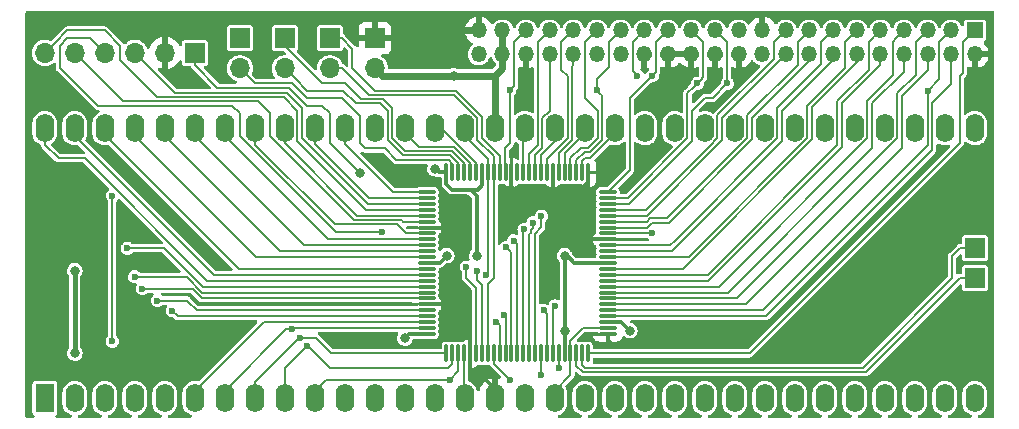
<source format=gbl>
G04 #@! TF.GenerationSoftware,KiCad,Pcbnew,6.0.8-f2edbf62ab~116~ubuntu22.04.1*
G04 #@! TF.CreationDate,2022-10-12T20:13:52+02:00*
G04 #@! TF.ProjectId,a500-ide-ram,61353030-2d69-4646-952d-72616d2e6b69,0.2*
G04 #@! TF.SameCoordinates,Original*
G04 #@! TF.FileFunction,Copper,L2,Bot*
G04 #@! TF.FilePolarity,Positive*
%FSLAX46Y46*%
G04 Gerber Fmt 4.6, Leading zero omitted, Abs format (unit mm)*
G04 Created by KiCad (PCBNEW 6.0.8-f2edbf62ab~116~ubuntu22.04.1) date 2022-10-12 20:13:52*
%MOMM*%
%LPD*%
G01*
G04 APERTURE LIST*
G04 Aperture macros list*
%AMRoundRect*
0 Rectangle with rounded corners*
0 $1 Rounding radius*
0 $2 $3 $4 $5 $6 $7 $8 $9 X,Y pos of 4 corners*
0 Add a 4 corners polygon primitive as box body*
4,1,4,$2,$3,$4,$5,$6,$7,$8,$9,$2,$3,0*
0 Add four circle primitives for the rounded corners*
1,1,$1+$1,$2,$3*
1,1,$1+$1,$4,$5*
1,1,$1+$1,$6,$7*
1,1,$1+$1,$8,$9*
0 Add four rect primitives between the rounded corners*
20,1,$1+$1,$2,$3,$4,$5,0*
20,1,$1+$1,$4,$5,$6,$7,0*
20,1,$1+$1,$6,$7,$8,$9,0*
20,1,$1+$1,$8,$9,$2,$3,0*%
G04 Aperture macros list end*
G04 #@! TA.AperFunction,ComponentPad*
%ADD10R,1.700000X1.700000*%
G04 #@! TD*
G04 #@! TA.AperFunction,ComponentPad*
%ADD11O,1.700000X1.700000*%
G04 #@! TD*
G04 #@! TA.AperFunction,ComponentPad*
%ADD12R,1.350000X1.350000*%
G04 #@! TD*
G04 #@! TA.AperFunction,ComponentPad*
%ADD13O,1.350000X1.350000*%
G04 #@! TD*
G04 #@! TA.AperFunction,ComponentPad*
%ADD14R,1.600000X2.400000*%
G04 #@! TD*
G04 #@! TA.AperFunction,ComponentPad*
%ADD15O,1.600000X2.400000*%
G04 #@! TD*
G04 #@! TA.AperFunction,SMDPad,CuDef*
%ADD16RoundRect,0.075000X0.075000X-0.662500X0.075000X0.662500X-0.075000X0.662500X-0.075000X-0.662500X0*%
G04 #@! TD*
G04 #@! TA.AperFunction,SMDPad,CuDef*
%ADD17RoundRect,0.075000X0.662500X-0.075000X0.662500X0.075000X-0.662500X0.075000X-0.662500X-0.075000X0*%
G04 #@! TD*
G04 #@! TA.AperFunction,ViaPad*
%ADD18C,0.800000*%
G04 #@! TD*
G04 #@! TA.AperFunction,ViaPad*
%ADD19C,0.600000*%
G04 #@! TD*
G04 #@! TA.AperFunction,Conductor*
%ADD20C,0.180000*%
G04 #@! TD*
G04 #@! TA.AperFunction,Conductor*
%ADD21C,0.400000*%
G04 #@! TD*
G04 #@! TA.AperFunction,Conductor*
%ADD22C,0.300000*%
G04 #@! TD*
G04 #@! TA.AperFunction,Conductor*
%ADD23C,0.600000*%
G04 #@! TD*
G04 APERTURE END LIST*
D10*
X133985000Y-78125000D03*
D11*
X133985000Y-80665000D03*
D10*
X130175000Y-78125000D03*
D11*
X130175000Y-80665000D03*
D10*
X122555000Y-78125000D03*
D11*
X122555000Y-80665000D03*
D12*
X184785000Y-77470000D03*
D13*
X184785000Y-79470000D03*
X182785000Y-77470000D03*
X182785000Y-79470000D03*
X180785000Y-77470000D03*
X180785000Y-79470000D03*
X178785000Y-77470000D03*
X178785000Y-79470000D03*
X176785000Y-77470000D03*
X176785000Y-79470000D03*
X174785000Y-77470000D03*
X174785000Y-79470000D03*
X172785000Y-77470000D03*
X172785000Y-79470000D03*
X170785000Y-77470000D03*
X170785000Y-79470000D03*
X168785000Y-77470000D03*
X168785000Y-79470000D03*
X166785000Y-77470000D03*
X166785000Y-79470000D03*
X164785000Y-77470000D03*
X164785000Y-79470000D03*
X162785000Y-77470000D03*
X162785000Y-79470000D03*
X160785000Y-77470000D03*
X160785000Y-79470000D03*
X158785000Y-77470000D03*
X158785000Y-79470000D03*
X156785000Y-77470000D03*
X156785000Y-79470000D03*
X154785000Y-77470000D03*
X154785000Y-79470000D03*
X152785000Y-77470000D03*
X152785000Y-79470000D03*
X150785000Y-77470000D03*
X150785000Y-79470000D03*
X148785000Y-77470000D03*
X148785000Y-79470000D03*
X146785000Y-77470000D03*
X146785000Y-79470000D03*
X144785000Y-77470000D03*
X144785000Y-79470000D03*
X142785000Y-77470000D03*
X142785000Y-79470000D03*
D10*
X184785000Y-95905000D03*
X118745000Y-79375000D03*
D11*
X116205000Y-79375000D03*
X113665000Y-79375000D03*
X111125000Y-79375000D03*
X108585000Y-79375000D03*
X106045000Y-79375000D03*
D14*
X106045000Y-108605000D03*
D15*
X108585000Y-108605000D03*
X111125000Y-108605000D03*
X113665000Y-108605000D03*
X116205000Y-108605000D03*
X118745000Y-108605000D03*
X121285000Y-108605000D03*
X123825000Y-108605000D03*
X126365000Y-108605000D03*
X128905000Y-108605000D03*
X131445000Y-108605000D03*
X133985000Y-108605000D03*
X136525000Y-108605000D03*
X139065000Y-108605000D03*
X141605000Y-108605000D03*
X144145000Y-108605000D03*
X146685000Y-108605000D03*
X149225000Y-108605000D03*
X151765000Y-108605000D03*
X154305000Y-108605000D03*
X156845000Y-108605000D03*
X159385000Y-108605000D03*
X161925000Y-108605000D03*
X164465000Y-108605000D03*
X167005000Y-108605000D03*
X169545000Y-108605000D03*
X172085000Y-108605000D03*
X174625000Y-108605000D03*
X177165000Y-108605000D03*
X179705000Y-108605000D03*
X182245000Y-108605000D03*
X184785000Y-108605000D03*
X184785000Y-85745000D03*
X182245000Y-85745000D03*
X179705000Y-85745000D03*
X177165000Y-85745000D03*
X174625000Y-85745000D03*
X172085000Y-85745000D03*
X169545000Y-85745000D03*
X167005000Y-85745000D03*
X164465000Y-85745000D03*
X161925000Y-85745000D03*
X159385000Y-85745000D03*
X156845000Y-85745000D03*
X154305000Y-85745000D03*
X151765000Y-85745000D03*
X149225000Y-85745000D03*
X146685000Y-85745000D03*
X144145000Y-85745000D03*
X141605000Y-85745000D03*
X139065000Y-85745000D03*
X136525000Y-85745000D03*
X133985000Y-85745000D03*
X131445000Y-85745000D03*
X128905000Y-85745000D03*
X126365000Y-85745000D03*
X123825000Y-85745000D03*
X121285000Y-85745000D03*
X118745000Y-85745000D03*
X116205000Y-85745000D03*
X113665000Y-85745000D03*
X111125000Y-85745000D03*
X108585000Y-85745000D03*
X106045000Y-85745000D03*
D10*
X126365000Y-78125000D03*
D11*
X126365000Y-80665000D03*
D10*
X184785000Y-98445000D03*
D16*
X152050000Y-104817500D03*
X151550000Y-104817500D03*
X151050000Y-104817500D03*
X150550000Y-104817500D03*
X150050000Y-104817500D03*
X149550000Y-104817500D03*
X149050000Y-104817500D03*
X148550000Y-104817500D03*
X148050000Y-104817500D03*
X147550000Y-104817500D03*
X147050000Y-104817500D03*
X146550000Y-104817500D03*
X146050000Y-104817500D03*
X145550000Y-104817500D03*
X145050000Y-104817500D03*
X144550000Y-104817500D03*
X144050000Y-104817500D03*
X143550000Y-104817500D03*
X143050000Y-104817500D03*
X142550000Y-104817500D03*
X142050000Y-104817500D03*
X141550000Y-104817500D03*
X141050000Y-104817500D03*
X140550000Y-104817500D03*
X140050000Y-104817500D03*
D17*
X138387500Y-103155000D03*
X138387500Y-102655000D03*
X138387500Y-102155000D03*
X138387500Y-101655000D03*
X138387500Y-101155000D03*
X138387500Y-100655000D03*
X138387500Y-100155000D03*
X138387500Y-99655000D03*
X138387500Y-99155000D03*
X138387500Y-98655000D03*
X138387500Y-98155000D03*
X138387500Y-97655000D03*
X138387500Y-97155000D03*
X138387500Y-96655000D03*
X138387500Y-96155000D03*
X138387500Y-95655000D03*
X138387500Y-95155000D03*
X138387500Y-94655000D03*
X138387500Y-94155000D03*
X138387500Y-93655000D03*
X138387500Y-93155000D03*
X138387500Y-92655000D03*
X138387500Y-92155000D03*
X138387500Y-91655000D03*
X138387500Y-91155000D03*
D16*
X140050000Y-89492500D03*
X140550000Y-89492500D03*
X141050000Y-89492500D03*
X141550000Y-89492500D03*
X142050000Y-89492500D03*
X142550000Y-89492500D03*
X143050000Y-89492500D03*
X143550000Y-89492500D03*
X144050000Y-89492500D03*
X144550000Y-89492500D03*
X145050000Y-89492500D03*
X145550000Y-89492500D03*
X146050000Y-89492500D03*
X146550000Y-89492500D03*
X147050000Y-89492500D03*
X147550000Y-89492500D03*
X148050000Y-89492500D03*
X148550000Y-89492500D03*
X149050000Y-89492500D03*
X149550000Y-89492500D03*
X150050000Y-89492500D03*
X150550000Y-89492500D03*
X151050000Y-89492500D03*
X151550000Y-89492500D03*
X152050000Y-89492500D03*
D17*
X153712500Y-91155000D03*
X153712500Y-91655000D03*
X153712500Y-92155000D03*
X153712500Y-92655000D03*
X153712500Y-93155000D03*
X153712500Y-93655000D03*
X153712500Y-94155000D03*
X153712500Y-94655000D03*
X153712500Y-95155000D03*
X153712500Y-95655000D03*
X153712500Y-96155000D03*
X153712500Y-96655000D03*
X153712500Y-97155000D03*
X153712500Y-97655000D03*
X153712500Y-98155000D03*
X153712500Y-98655000D03*
X153712500Y-99155000D03*
X153712500Y-99655000D03*
X153712500Y-100155000D03*
X153712500Y-100655000D03*
X153712500Y-101155000D03*
X153712500Y-101655000D03*
X153712500Y-102155000D03*
X153712500Y-102655000D03*
X153712500Y-103155000D03*
D18*
X145542000Y-90952000D03*
X149034500Y-97683000D03*
X179705000Y-97175000D03*
X105410000Y-95905000D03*
X109855000Y-90190000D03*
X138430000Y-103977500D03*
X115570000Y-102890000D03*
X133985000Y-88285000D03*
X172085000Y-104160000D03*
X160655000Y-103525000D03*
X108585000Y-104795000D03*
X108585000Y-97810000D03*
X140652500Y-81300000D03*
D19*
X163830000Y-81935000D03*
X161290000Y-81935000D03*
X134620000Y-94571500D03*
X157480000Y-94635000D03*
D18*
X140081000Y-96540000D03*
X132715000Y-89500002D03*
X150050500Y-102890000D03*
X139065000Y-89174000D03*
X150050500Y-96540000D03*
X142621000Y-96538690D03*
X136525000Y-103525000D03*
X155575000Y-102890000D03*
D19*
X145415000Y-82550000D03*
X152788019Y-82550123D03*
X156210000Y-81300000D03*
X157480000Y-81300000D03*
X180779010Y-82570000D03*
X144907000Y-101556500D03*
X144272000Y-102128000D03*
X149542500Y-106062612D03*
X111760000Y-91459994D03*
X148062000Y-106680000D03*
X111760000Y-103779000D03*
X143383000Y-98191000D03*
X148082000Y-93174500D03*
X147383500Y-93746000D03*
X146621500Y-94317500D03*
X140335000Y-107033989D03*
X145415000Y-107033989D03*
X145732500Y-95270000D03*
X128270000Y-104160000D03*
X145097500Y-95841500D03*
X127635000Y-103525000D03*
X127000000Y-102760479D03*
X116840000Y-101205000D03*
X115570000Y-100332223D03*
X114300000Y-99335000D03*
X149225000Y-100795055D03*
X113649717Y-98317666D03*
X148272498Y-101175500D03*
X113030000Y-95905000D03*
X142621000Y-97810000D03*
X141732000Y-97492500D03*
D20*
X138667501Y-104215001D02*
X139009999Y-104215001D01*
X139009999Y-104215001D02*
X140970000Y-102255000D01*
D21*
X142765000Y-77490000D02*
X142785000Y-77470000D01*
D22*
X145550000Y-90944000D02*
X145542000Y-90952000D01*
X152050000Y-90331058D02*
X152050000Y-90230000D01*
X153712500Y-103678750D02*
X154193750Y-104160000D01*
X152050000Y-90230000D02*
X152050000Y-89492500D01*
D21*
X137815000Y-78105000D02*
X138430000Y-77490000D01*
D22*
X160020000Y-104160000D02*
X160655000Y-103525000D01*
X143045000Y-106700000D02*
X144145000Y-107800000D01*
X142050000Y-104817500D02*
X142050000Y-103715000D01*
D21*
X138430000Y-77490000D02*
X142765000Y-77490000D01*
D22*
X149050000Y-91285000D02*
X149050000Y-91900000D01*
X139545000Y-94155000D02*
X140970000Y-92730000D01*
X133985000Y-88285000D02*
X136017000Y-90317000D01*
X152305000Y-95155000D02*
X149225000Y-92075000D01*
X140570001Y-91822003D02*
X140970000Y-92222002D01*
X136017000Y-90317000D02*
X139064998Y-90317000D01*
X142050000Y-102696007D02*
X140008993Y-100655000D01*
X142050000Y-103715000D02*
X142050000Y-102696007D01*
X150921058Y-91460000D02*
X152050000Y-90331058D01*
X142050000Y-106280000D02*
X142470000Y-106700000D01*
X149225000Y-91460000D02*
X150921058Y-91460000D01*
X140970000Y-101620000D02*
X140970000Y-92222002D01*
X149050000Y-89492500D02*
X149050000Y-91285000D01*
X149050000Y-91460000D02*
X146050000Y-91460000D01*
X138387500Y-94155000D02*
X139545000Y-94155000D01*
D20*
X140970000Y-102255000D02*
X140970000Y-101620000D01*
D22*
X145550000Y-89492500D02*
X145550000Y-90944000D01*
X153712500Y-95155000D02*
X152305000Y-95155000D01*
D21*
X134005000Y-78105000D02*
X137815000Y-78105000D01*
D22*
X142470000Y-106700000D02*
X143045000Y-106700000D01*
X149034500Y-97117315D02*
X149034500Y-97683000D01*
X139064998Y-90317000D02*
X140570001Y-91822003D01*
X139125000Y-100655000D02*
X138387500Y-100655000D01*
X154193750Y-104160000D02*
X160020000Y-104160000D01*
X153712500Y-103155000D02*
X153712500Y-103678750D01*
X149050000Y-91900000D02*
X149225000Y-92075000D01*
X144145000Y-107800000D02*
X144145000Y-108605000D01*
D20*
X138430000Y-103977500D02*
X138667501Y-104215001D01*
D21*
X133985000Y-78125000D02*
X134005000Y-78105000D01*
D22*
X146050000Y-91460000D02*
X145542000Y-90952000D01*
X142050000Y-104817500D02*
X142050000Y-106280000D01*
X148590000Y-91460000D02*
X149034500Y-91904500D01*
X140008993Y-100655000D02*
X139125000Y-100655000D01*
X149034500Y-91904500D02*
X149034500Y-97117315D01*
D23*
X144780000Y-80665000D02*
X144780000Y-79475000D01*
X133985000Y-80665000D02*
X134620000Y-81300000D01*
D21*
X108585000Y-104229315D02*
X108585000Y-97810000D01*
D23*
X134620000Y-81300000D02*
X140652500Y-81300000D01*
X144780000Y-79475000D02*
X144785000Y-79470000D01*
X144785000Y-79470000D02*
X144785000Y-77470000D01*
X144145000Y-85745000D02*
X144145000Y-81915000D01*
D21*
X108585000Y-104795000D02*
X108585000Y-104229315D01*
D23*
X144145000Y-81300000D02*
X144145000Y-81915000D01*
X144145000Y-81300000D02*
X144780000Y-80665000D01*
X144145000Y-81300000D02*
X140652500Y-81300000D01*
D20*
X153712500Y-92155000D02*
X155515000Y-92155000D01*
X163785000Y-78470000D02*
X163459999Y-78144999D01*
X160854990Y-84260899D02*
X161930889Y-83185000D01*
X163785000Y-81890000D02*
X163785000Y-78470000D01*
X161930889Y-83185000D02*
X162580000Y-83185000D01*
X163830000Y-81935000D02*
X163785000Y-81890000D01*
X160854990Y-86815010D02*
X160854990Y-84260899D01*
X162580000Y-83185000D02*
X163830000Y-81935000D01*
X163459999Y-78144999D02*
X162785000Y-77470000D01*
X155515000Y-92155000D02*
X160854990Y-86815010D01*
X160990001Y-82234999D02*
X161290000Y-81935000D01*
X161785000Y-78470000D02*
X161785000Y-81440000D01*
X160455010Y-86588212D02*
X160455010Y-82769990D01*
X160455010Y-82769990D02*
X160990001Y-82234999D01*
X161589999Y-81635001D02*
X161290000Y-81935000D01*
X153712500Y-91655000D02*
X155388222Y-91655000D01*
X155388222Y-91655000D02*
X160455010Y-86588212D01*
X161785000Y-81440000D02*
X161589999Y-81635001D01*
X160785000Y-77470000D02*
X161785000Y-78470000D01*
X128270000Y-83205000D02*
X131191000Y-83205000D01*
X123825000Y-81935000D02*
X127000000Y-81935000D01*
X132715000Y-87023253D02*
X133151247Y-87459500D01*
X127000000Y-81935000D02*
X128270000Y-83205000D01*
X135768204Y-88412000D02*
X140223204Y-88412000D01*
X132715000Y-84729000D02*
X132715000Y-87023253D01*
X133151247Y-87459500D02*
X134815704Y-87459500D01*
X122555000Y-80665000D02*
X123825000Y-81935000D01*
X140223204Y-88412000D02*
X140550000Y-88738796D01*
X134815704Y-87459500D02*
X135768204Y-88412000D01*
X140550000Y-88738796D02*
X140550000Y-89492500D01*
X131191000Y-83205000D02*
X132715000Y-84729000D01*
X131286710Y-82570000D02*
X128270000Y-82570000D01*
X136409633Y-88051989D02*
X135075009Y-86717365D01*
X141050000Y-89492500D02*
X141050000Y-88729664D01*
X127214999Y-81514999D02*
X126365000Y-80665000D01*
X140372325Y-88051989D02*
X136409633Y-88051989D01*
X132366740Y-83650030D02*
X131286710Y-82570000D01*
X141050000Y-88729664D02*
X140372325Y-88051989D01*
X135075009Y-84276757D02*
X134448282Y-83650030D01*
X128270000Y-82570000D02*
X127214999Y-81514999D01*
X134448282Y-83650030D02*
X132366740Y-83650030D01*
X135075009Y-86717365D02*
X135075009Y-84276757D01*
X140521446Y-87691978D02*
X136558754Y-87691978D01*
X129540000Y-81935000D02*
X126365000Y-78760000D01*
X135435020Y-84064701D02*
X134660339Y-83290020D01*
X126365000Y-78760000D02*
X126365000Y-78125000D01*
X134660339Y-83290020D02*
X132800019Y-83290019D01*
X135435020Y-86568244D02*
X135435020Y-84064701D01*
X136558754Y-87691978D02*
X135435020Y-86568244D01*
X131445000Y-81935000D02*
X129540000Y-81935000D01*
X141550000Y-88720532D02*
X140521446Y-87691978D01*
X132800019Y-83290019D02*
X131445000Y-81935000D01*
X141550000Y-89492500D02*
X141550000Y-88720532D01*
X142675010Y-86725648D02*
X142675010Y-84901788D01*
X144050000Y-90230000D02*
X144050000Y-89492500D01*
X143550000Y-104817500D02*
X143550000Y-98945000D01*
X140703232Y-82930010D02*
X133455444Y-82930010D01*
X133455444Y-82930010D02*
X131190434Y-80665000D01*
X142675010Y-84901788D02*
X140703232Y-82930010D01*
X144050000Y-89492500D02*
X144050000Y-88100638D01*
X144050000Y-98445000D02*
X144050000Y-90230000D01*
X131190434Y-80665000D02*
X130175000Y-80665000D01*
X144050000Y-88100638D02*
X142675010Y-86725648D01*
X143550000Y-98945000D02*
X144050000Y-98445000D01*
X131205000Y-78125000D02*
X132080000Y-79000000D01*
X144550000Y-89492500D02*
X144550000Y-88091506D01*
X143054990Y-84772636D02*
X140852354Y-82570000D01*
X132080000Y-79000000D02*
X132080000Y-80665000D01*
X143054990Y-86596496D02*
X143054990Y-84772636D01*
X130175000Y-78125000D02*
X131205000Y-78125000D01*
X140852354Y-82570000D02*
X133985000Y-82570000D01*
X133985000Y-82570000D02*
X132080000Y-80665000D01*
X144550000Y-88091506D02*
X143054990Y-86596496D01*
X175280000Y-106045000D02*
X182880000Y-98445000D01*
X151550000Y-105830000D02*
X151765000Y-106045000D01*
X151550000Y-104817500D02*
X151550000Y-105830000D01*
X151765000Y-106045000D02*
X175280000Y-106045000D01*
X183515000Y-95905000D02*
X184785000Y-95905000D01*
X182880000Y-98445000D02*
X182880000Y-96540000D01*
X182880000Y-96540000D02*
X183515000Y-95905000D01*
X127435010Y-86815010D02*
X127435010Y-84275010D01*
X107950000Y-77470000D02*
X106894999Y-78525001D01*
X111105000Y-77470000D02*
X107950000Y-77470000D01*
X127435010Y-84275010D02*
X126279978Y-83119978D01*
X115504978Y-83119978D02*
X112395000Y-80010000D01*
X112395000Y-78760000D02*
X111105000Y-77470000D01*
X133275000Y-92655000D02*
X127435010Y-86815010D01*
X126279978Y-83119978D02*
X115504978Y-83119978D01*
X106894999Y-78525001D02*
X106045000Y-79375000D01*
X112395000Y-80010000D02*
X112395000Y-78760000D01*
X138387500Y-92655000D02*
X133275000Y-92655000D01*
X138387500Y-93655000D02*
X136411123Y-93655000D01*
X136411123Y-93655000D02*
X136271134Y-93515011D01*
X136271134Y-93515011D02*
X132221789Y-93515011D01*
X124109989Y-83479989D02*
X112689989Y-83479989D01*
X125095000Y-84465000D02*
X124109989Y-83479989D01*
X125095000Y-86388222D02*
X125095000Y-84465000D01*
X132221789Y-93515011D02*
X125095000Y-86388222D01*
X109434999Y-80224999D02*
X108585000Y-79375000D01*
X112689989Y-83479989D02*
X109434999Y-80224999D01*
X130738278Y-94571500D02*
X134195736Y-94571500D01*
X110510000Y-83840000D02*
X121924111Y-83840000D01*
X122555000Y-86388222D02*
X130738278Y-94571500D01*
X107315000Y-80645000D02*
X110510000Y-83840000D01*
X157460000Y-94655000D02*
X157480000Y-94635000D01*
X122555000Y-84470889D02*
X122555000Y-86388222D01*
X153712500Y-94655000D02*
X157460000Y-94655000D01*
X109875000Y-78125000D02*
X107950000Y-78125000D01*
X134195736Y-94571500D02*
X134620000Y-94571500D01*
X107315000Y-78760000D02*
X107315000Y-80645000D01*
X121924111Y-83840000D02*
X122555000Y-84470889D01*
X107950000Y-78125000D02*
X107315000Y-78760000D01*
X111125000Y-79375000D02*
X109875000Y-78125000D01*
X133401778Y-92155000D02*
X127834990Y-86588212D01*
X127834990Y-84039990D02*
X126554967Y-82759967D01*
X138387500Y-92155000D02*
X133401778Y-92155000D01*
X127834990Y-86588212D02*
X127834990Y-84039990D01*
X114514999Y-80224999D02*
X113665000Y-79375000D01*
X126554967Y-82759967D02*
X117049967Y-82759967D01*
X117049967Y-82759967D02*
X114514999Y-80224999D01*
D22*
X150050500Y-102045500D02*
X150050500Y-102324315D01*
X140050000Y-90455000D02*
X140050000Y-89492500D01*
X153712500Y-102155000D02*
X154840000Y-102155000D01*
D20*
X129540000Y-83840000D02*
X128200155Y-83840000D01*
D22*
X150050000Y-104817500D02*
X150050000Y-102890500D01*
X136895000Y-103155000D02*
X136525000Y-103525000D01*
X150856000Y-97155000D02*
X150050500Y-96349500D01*
X142113000Y-91015500D02*
X142621000Y-91523500D01*
X143050000Y-90586500D02*
X142684500Y-90952000D01*
X150050500Y-102324315D02*
X150050500Y-102890000D01*
D20*
X128200155Y-83840000D02*
X126675165Y-82315010D01*
D22*
X150050000Y-102045000D02*
X150050500Y-102045500D01*
X139383500Y-89492500D02*
X139065000Y-89174000D01*
X138387500Y-97155000D02*
X139466000Y-97155000D01*
X150050000Y-102890500D02*
X150050500Y-102890000D01*
D20*
X120655010Y-82315010D02*
X118745000Y-80405000D01*
D22*
X140050000Y-89492500D02*
X139383500Y-89492500D01*
D20*
X132715000Y-89500002D02*
X130175000Y-86960002D01*
X130175000Y-84475000D02*
X129540000Y-83840000D01*
D22*
X154840000Y-102155000D02*
X155575000Y-102890000D01*
D20*
X130175000Y-86960002D02*
X130175000Y-84475000D01*
D22*
X142684500Y-90952000D02*
X140547000Y-90952000D01*
X138387500Y-103155000D02*
X136895000Y-103155000D01*
X140547000Y-90952000D02*
X140050000Y-90455000D01*
D20*
X118745000Y-80405000D02*
X118745000Y-79375000D01*
D22*
X150050500Y-102044500D02*
X150050500Y-96915185D01*
X139466000Y-97155000D02*
X140081000Y-96540000D01*
X150050000Y-102045000D02*
X150050500Y-102044500D01*
X143050000Y-89492500D02*
X143050000Y-90586500D01*
D20*
X126675165Y-82315010D02*
X120655010Y-82315010D01*
D22*
X153712500Y-97155000D02*
X150856000Y-97155000D01*
X150050500Y-96915185D02*
X150050500Y-96349500D01*
X142621000Y-91523500D02*
X142621000Y-96538690D01*
D20*
X145034000Y-87396000D02*
X145415000Y-87015000D01*
X145785000Y-78470000D02*
X146785000Y-77470000D01*
X145415000Y-87015000D02*
X145415000Y-82550000D01*
X145034000Y-88760272D02*
X145034000Y-87396000D01*
X145785000Y-82180000D02*
X145785000Y-78470000D01*
X145050000Y-89492500D02*
X145050000Y-88776272D01*
X145415000Y-82550000D02*
X145785000Y-82180000D01*
X145050000Y-88776272D02*
X145034000Y-88760272D01*
X147550000Y-89492500D02*
X147550000Y-88035000D01*
X147550000Y-88035000D02*
X148145500Y-87439500D01*
X148785000Y-84271778D02*
X148785000Y-79470000D01*
X148145500Y-84911278D02*
X148785000Y-84271778D01*
X148145500Y-87439500D02*
X148145500Y-84911278D01*
X147785000Y-78470000D02*
X148785000Y-77470000D01*
X147050000Y-87920000D02*
X147785000Y-87185000D01*
X147050000Y-89492500D02*
X147050000Y-87920000D01*
X147785000Y-87185000D02*
X147785000Y-78470000D01*
X149550000Y-87842356D02*
X150664511Y-86727845D01*
X149550000Y-89492500D02*
X149550000Y-87842356D01*
X150664511Y-80545083D02*
X150785000Y-80424594D01*
X150785000Y-80424594D02*
X150785000Y-79470000D01*
X150664511Y-86727845D02*
X150664511Y-80545083D01*
X149785000Y-78470000D02*
X150785000Y-77470000D01*
X148550000Y-88333224D02*
X150304500Y-86578724D01*
X148550000Y-89492500D02*
X148550000Y-88333224D01*
X150304500Y-86578724D02*
X150304500Y-81309490D01*
X149785000Y-80789990D02*
X149785000Y-78470000D01*
X150304500Y-81309490D02*
X149785000Y-80789990D01*
X151785000Y-78470000D02*
X152785000Y-77470000D01*
X152844500Y-84264500D02*
X151785000Y-83205000D01*
X152027222Y-87396000D02*
X152844500Y-86578722D01*
X151409000Y-87396000D02*
X152027222Y-87396000D01*
X152844500Y-86578722D02*
X152844500Y-84264500D01*
X151785000Y-83205000D02*
X151785000Y-78470000D01*
X150550000Y-89492500D02*
X150550000Y-88255000D01*
X150550000Y-88255000D02*
X151409000Y-87396000D01*
X153204511Y-86727843D02*
X153204511Y-82966615D01*
X151050000Y-89492500D02*
X151050000Y-88470869D01*
X153088018Y-82850122D02*
X152788019Y-82550123D01*
X151764858Y-87756011D02*
X152176344Y-87756010D01*
X153195021Y-81161779D02*
X153785000Y-80571800D01*
X151050000Y-88470869D02*
X151764858Y-87756011D01*
X152788019Y-81568781D02*
X153195021Y-81161779D01*
X153785000Y-80571800D02*
X153785000Y-78470000D01*
X152176344Y-87756010D02*
X153204511Y-86727843D01*
X153204511Y-82966615D02*
X153088018Y-82850122D01*
X153785000Y-78470000D02*
X154785000Y-77470000D01*
X152788019Y-82550123D02*
X152788019Y-81568781D01*
X156785000Y-77470000D02*
X155812501Y-78442499D01*
X155812501Y-78442499D02*
X155812501Y-80902501D01*
X155910001Y-81000001D02*
X156210000Y-81300000D01*
X155812501Y-80902501D02*
X155910001Y-81000001D01*
X153712500Y-91155000D02*
X155575000Y-89292500D01*
X155575000Y-83205000D02*
X157180001Y-81599999D01*
X155575000Y-89292500D02*
X155575000Y-83205000D01*
X157779999Y-81000001D02*
X157480000Y-81300000D01*
X158785000Y-77470000D02*
X157779999Y-78475001D01*
X157779999Y-78475001D02*
X157779999Y-81000001D01*
X157180001Y-81599999D02*
X157480000Y-81300000D01*
X168110001Y-80144999D02*
X168785000Y-79470000D01*
X156996177Y-93155000D02*
X163394990Y-86756187D01*
X153712500Y-93155000D02*
X156996177Y-93155000D01*
X163394990Y-86756187D02*
X163394990Y-84860010D01*
X163394990Y-84860010D02*
X168110001Y-80144999D01*
X168110001Y-78144999D02*
X168785000Y-77470000D01*
X167785000Y-79865000D02*
X167785000Y-78470000D01*
X153712500Y-92655000D02*
X156920000Y-92655000D01*
X162995010Y-86588212D02*
X162995010Y-84654990D01*
X162995010Y-84654990D02*
X167785000Y-79865000D01*
X162368212Y-87215010D02*
X162995010Y-86588212D01*
X156920000Y-92655000D02*
X162359990Y-87215010D01*
X162359990Y-87215010D02*
X162368212Y-87215010D01*
X167785000Y-78470000D02*
X168110001Y-78144999D01*
X157014441Y-94155000D02*
X157422910Y-93746531D01*
X153712500Y-94155000D02*
X157014441Y-94155000D01*
X165934990Y-84901788D02*
X170785000Y-80051778D01*
X158885824Y-93746530D02*
X165934990Y-86697364D01*
X157422910Y-93746531D02*
X158885824Y-93746530D01*
X170785000Y-80051778D02*
X170785000Y-79470000D01*
X165934990Y-86697364D02*
X165934990Y-84901788D01*
X165535010Y-86588212D02*
X165535010Y-84654990D01*
X157273789Y-93386520D02*
X158736702Y-93386520D01*
X153712500Y-93655000D02*
X157005309Y-93655000D01*
X169785000Y-78470000D02*
X170110001Y-78144999D01*
X170110001Y-78144999D02*
X170785000Y-77470000D01*
X169785000Y-80405000D02*
X169785000Y-78470000D01*
X165535010Y-84654990D02*
X169785000Y-80405000D01*
X157005309Y-93655000D02*
X157273789Y-93386520D01*
X158736702Y-93386520D02*
X165535010Y-86588212D01*
X172785000Y-79965000D02*
X172785000Y-79470000D01*
X153712500Y-96155000D02*
X159135000Y-96155000D01*
X159135000Y-96155000D02*
X168474990Y-86815010D01*
X168474990Y-84275010D02*
X172785000Y-79965000D01*
X168474990Y-86815010D02*
X168474990Y-84275010D01*
X153712500Y-95655000D02*
X159000000Y-95655000D01*
X168075010Y-86588212D02*
X168075010Y-84019990D01*
X171785000Y-80310000D02*
X171785000Y-78470000D01*
X159385000Y-95270000D02*
X159393222Y-95270000D01*
X168075010Y-84019990D02*
X171785000Y-80310000D01*
X159393222Y-95270000D02*
X168075010Y-86588212D01*
X159000000Y-95655000D02*
X159385000Y-95270000D01*
X172110001Y-78144999D02*
X172785000Y-77470000D01*
X171785000Y-78470000D02*
X172110001Y-78144999D01*
X174785000Y-80173389D02*
X174785000Y-79470000D01*
X160057354Y-97655000D02*
X171014990Y-86697364D01*
X171014990Y-86697364D02*
X171014990Y-83943399D01*
X153712500Y-97655000D02*
X160057354Y-97655000D01*
X171014990Y-83943399D02*
X174785000Y-80173389D01*
X153712500Y-96655000D02*
X160548222Y-96655000D01*
X170615010Y-83834247D02*
X173785000Y-80664257D01*
X170615010Y-86588212D02*
X170615010Y-83834247D01*
X173785000Y-78470000D02*
X174110001Y-78144999D01*
X173785000Y-80664257D02*
X173785000Y-78470000D01*
X174110001Y-78144999D02*
X174785000Y-77470000D01*
X160548222Y-96655000D02*
X170615010Y-86588212D01*
X173554990Y-87304142D02*
X173554990Y-83638659D01*
X173554990Y-83638659D02*
X176785000Y-80408649D01*
X176785000Y-80408649D02*
X176785000Y-79470000D01*
X153712500Y-98655000D02*
X162204132Y-98655000D01*
X162204132Y-98655000D02*
X173554990Y-87304142D01*
X162195000Y-98155000D02*
X173155010Y-87194990D01*
X173155010Y-83404990D02*
X175785000Y-80775000D01*
X175785000Y-78470000D02*
X176785000Y-77470000D01*
X173155010Y-87194990D02*
X173155010Y-83404990D01*
X153712500Y-98155000D02*
X162195000Y-98155000D01*
X175785000Y-80775000D02*
X175785000Y-78470000D01*
X178785000Y-80950000D02*
X178785000Y-80470000D01*
X178785000Y-80470000D02*
X178785000Y-79470000D01*
X163870000Y-99655000D02*
X176094990Y-87430010D01*
X176094990Y-87430010D02*
X176094990Y-83640010D01*
X153712500Y-99655000D02*
X163870000Y-99655000D01*
X176094990Y-83640010D02*
X178785000Y-80950000D01*
X153712500Y-99155000D02*
X163128222Y-99155000D01*
X177839999Y-81260001D02*
X177839999Y-78415001D01*
X178110001Y-78144999D02*
X178785000Y-77470000D01*
X175695010Y-83404990D02*
X177839999Y-81260001D01*
X175695010Y-86588212D02*
X175695010Y-83404990D01*
X177839999Y-78415001D02*
X178110001Y-78144999D01*
X163128222Y-99155000D02*
X175695010Y-86588212D01*
X178634990Y-83000010D02*
X180785000Y-80850000D01*
X165410000Y-100655000D02*
X178634990Y-87430010D01*
X180785000Y-80850000D02*
X180785000Y-79470000D01*
X153712500Y-100655000D02*
X165410000Y-100655000D01*
X178634990Y-87430010D02*
X178634990Y-83000010D01*
X153712500Y-100155000D02*
X164668222Y-100155000D01*
X178235010Y-82769990D02*
X179785000Y-81220000D01*
X164668222Y-100155000D02*
X178235010Y-86588212D01*
X179785000Y-78470000D02*
X180785000Y-77470000D01*
X179785000Y-81220000D02*
X179785000Y-78470000D01*
X178235010Y-86588212D02*
X178235010Y-82769990D01*
X181174990Y-83630010D02*
X182785000Y-82020000D01*
X182785000Y-82020000D02*
X182785000Y-79470000D01*
X181174990Y-87567518D02*
X181174990Y-83630010D01*
X167087508Y-101655000D02*
X181174990Y-87567518D01*
X153712500Y-101655000D02*
X167087508Y-101655000D01*
X154450000Y-101155000D02*
X153712500Y-101155000D01*
X166815000Y-101155000D02*
X154450000Y-101155000D01*
X180779010Y-87190990D02*
X166815000Y-101155000D01*
X181785000Y-78470000D02*
X181785000Y-81564010D01*
X180779010Y-82570000D02*
X180779010Y-87190990D01*
X182785000Y-77470000D02*
X181785000Y-78470000D01*
X181785000Y-81564010D02*
X180779010Y-82570000D01*
X165715000Y-104795000D02*
X165735000Y-104795000D01*
X183515000Y-81353181D02*
X183775909Y-81092272D01*
X183515000Y-86995000D02*
X183515000Y-81353181D01*
X152050000Y-104817500D02*
X165712500Y-104817500D01*
X183775909Y-81092272D02*
X183775909Y-78479091D01*
X165735000Y-104795000D02*
X183515000Y-86995000D01*
X165712500Y-104817500D02*
X165735000Y-104795000D01*
X183775909Y-78479091D02*
X184785000Y-77470000D01*
X106045000Y-87125000D02*
X106045000Y-85745000D01*
X109428602Y-88285000D02*
X107205000Y-88285000D01*
X138387500Y-98655000D02*
X119798602Y-98655000D01*
X107205000Y-88285000D02*
X106045000Y-87125000D01*
X119798602Y-98655000D02*
X109428602Y-88285000D01*
X145050000Y-104817500D02*
X145050000Y-101699500D01*
X145050000Y-101699500D02*
X144907000Y-101556500D01*
X120360000Y-98155000D02*
X108585000Y-86380000D01*
X108585000Y-86380000D02*
X108585000Y-85745000D01*
X138387500Y-98155000D02*
X120360000Y-98155000D01*
X144550000Y-102406000D02*
X144272000Y-102128000D01*
X144550000Y-104817500D02*
X144550000Y-102406000D01*
X111125000Y-85745000D02*
X111125000Y-86317896D01*
X137650000Y-97655000D02*
X138387500Y-97655000D01*
X111125000Y-86317896D02*
X122462104Y-97655000D01*
X122462104Y-97655000D02*
X137650000Y-97655000D01*
X149550000Y-104817500D02*
X149550000Y-106055112D01*
X149550000Y-106055112D02*
X149542500Y-106062612D01*
X113665000Y-86380000D02*
X113665000Y-85745000D01*
X123940000Y-96655000D02*
X113665000Y-86380000D01*
X138430000Y-96655000D02*
X123940000Y-96655000D01*
X148050000Y-104817500D02*
X148050000Y-106668000D01*
X148050000Y-106668000D02*
X148062000Y-106680000D01*
X111760000Y-91459994D02*
X111760000Y-103779000D01*
X125980000Y-96155000D02*
X137650000Y-96155000D01*
X116205000Y-85745000D02*
X116205000Y-86380000D01*
X137650000Y-96155000D02*
X138387500Y-96155000D01*
X116205000Y-86380000D02*
X125980000Y-96155000D01*
X138387500Y-95655000D02*
X128020000Y-95655000D01*
X128020000Y-95655000D02*
X118745000Y-86380000D01*
X118745000Y-86380000D02*
X118745000Y-85745000D01*
X151050000Y-104817500D02*
X151050000Y-105839131D01*
X151615879Y-106405010D02*
X175554990Y-106405010D01*
X183515000Y-98445000D02*
X184785000Y-98445000D01*
X175554990Y-106405010D02*
X183515000Y-98445000D01*
X151050000Y-105839131D02*
X151615879Y-106405010D01*
X121285000Y-85745000D02*
X121285000Y-86380000D01*
X137650000Y-95155000D02*
X138387500Y-95155000D01*
X121285000Y-86380000D02*
X130060000Y-95155000D01*
X130060000Y-95155000D02*
X137650000Y-95155000D01*
X123825000Y-87125000D02*
X123825000Y-85745000D01*
X130575022Y-93875022D02*
X123825000Y-87125000D01*
X135836829Y-93875022D02*
X130575022Y-93875022D01*
X136616807Y-94655000D02*
X135836829Y-93875022D01*
X138387500Y-94655000D02*
X136616807Y-94655000D01*
X132505000Y-93155000D02*
X138387500Y-93155000D01*
X126365000Y-87015000D02*
X132505000Y-93155000D01*
X126365000Y-85745000D02*
X126365000Y-87015000D01*
X138387500Y-91655000D02*
X133488000Y-91655000D01*
X133488000Y-91655000D02*
X128905000Y-87072000D01*
X128905000Y-87072000D02*
X128905000Y-85745000D01*
X138387500Y-91155000D02*
X135528000Y-91155000D01*
X131445000Y-87072000D02*
X131445000Y-85745000D01*
X135528000Y-91155000D02*
X131445000Y-87072000D01*
X140650596Y-87311996D02*
X142050000Y-88711400D01*
X136525000Y-85745000D02*
X136525000Y-86145000D01*
X142050000Y-88755000D02*
X142050000Y-89492500D01*
X142050000Y-88711400D02*
X142050000Y-88755000D01*
X137691996Y-87311996D02*
X140650596Y-87311996D01*
X136525000Y-86145000D02*
X137691996Y-87311996D01*
X142550000Y-88755000D02*
X142550000Y-89492500D01*
X142550000Y-88702268D02*
X142550000Y-88755000D01*
X139065000Y-85745000D02*
X139592732Y-85745000D01*
X139592732Y-85745000D02*
X142550000Y-88702268D01*
X143550000Y-98024000D02*
X143383000Y-98191000D01*
X141605000Y-86380000D02*
X143550000Y-88325000D01*
X143550000Y-89492500D02*
X143550000Y-98024000D01*
X143550000Y-88325000D02*
X143550000Y-88755000D01*
X141605000Y-85745000D02*
X141605000Y-86380000D01*
X143550000Y-88755000D02*
X143550000Y-89492500D01*
X153712500Y-102655000D02*
X151619000Y-102655000D01*
X149225000Y-108605000D02*
X149225000Y-107970000D01*
X150550000Y-103724000D02*
X150550000Y-104817500D01*
X149225000Y-107970000D02*
X150550000Y-106645000D01*
X151619000Y-102655000D02*
X150550000Y-103724000D01*
X150550000Y-106645000D02*
X150550000Y-104817500D01*
X146550000Y-85880000D02*
X146685000Y-85745000D01*
X146550000Y-89492500D02*
X146550000Y-85880000D01*
X148050000Y-89492500D02*
X148050000Y-88044130D01*
X148050000Y-88044130D02*
X149225000Y-86869130D01*
X149225000Y-86869130D02*
X149225000Y-85745000D01*
X141550000Y-104817500D02*
X141550000Y-108550000D01*
X141550000Y-108550000D02*
X141605000Y-108605000D01*
X151765000Y-85745000D02*
X151765000Y-86145000D01*
X150050000Y-88755000D02*
X150050000Y-89492500D01*
X150050000Y-87860000D02*
X150050000Y-88755000D01*
X151765000Y-86145000D02*
X150050000Y-87860000D01*
X152176486Y-88265000D02*
X154285000Y-86156486D01*
X151550000Y-89492500D02*
X151550000Y-88480000D01*
X151550000Y-88480000D02*
X151765000Y-88265000D01*
X151765000Y-88265000D02*
X152176486Y-88265000D01*
X154285000Y-85745000D02*
X154305000Y-85745000D01*
X154285000Y-86156486D02*
X154285000Y-85745000D01*
X148082000Y-94146236D02*
X148082000Y-93174500D01*
X147550000Y-104817500D02*
X147550000Y-94678236D01*
X147550000Y-94678236D02*
X148082000Y-94146236D01*
X147050000Y-94732604D02*
X147191502Y-94591102D01*
X147191502Y-94591102D02*
X147191502Y-94362262D01*
X147191502Y-94362262D02*
X147383500Y-94170264D01*
X147050000Y-104817500D02*
X147050000Y-94732604D01*
X147383500Y-94170264D02*
X147383500Y-93746000D01*
X146550000Y-94389000D02*
X146621500Y-94317500D01*
X146550000Y-104817500D02*
X146550000Y-94389000D01*
X141050000Y-106318989D02*
X140335000Y-107033989D01*
X144050000Y-105668989D02*
X145415000Y-107033989D01*
X141050000Y-104817500D02*
X141050000Y-106318989D01*
X144050000Y-104817500D02*
X144050000Y-105668989D01*
X128905000Y-107970000D02*
X128905000Y-108605000D01*
X129841011Y-107033989D02*
X128905000Y-107970000D01*
X140335000Y-107033989D02*
X129841011Y-107033989D01*
X146050000Y-95587500D02*
X146032499Y-95569999D01*
X146032499Y-95569999D02*
X145732500Y-95270000D01*
X146050000Y-104817500D02*
X146050000Y-95587500D01*
X140187500Y-106065000D02*
X130175000Y-106065000D01*
X127970001Y-104459999D02*
X128270000Y-104160000D01*
X130175000Y-106065000D02*
X128569999Y-104459999D01*
X126365000Y-106065000D02*
X127970001Y-104459999D01*
X126365000Y-108605000D02*
X126365000Y-106065000D01*
X140550000Y-104817500D02*
X140550000Y-105702500D01*
X128569999Y-104459999D02*
X128270000Y-104160000D01*
X140550000Y-105702500D02*
X140187500Y-106065000D01*
X145550000Y-96294000D02*
X145397499Y-96141499D01*
X145550000Y-104817500D02*
X145550000Y-96294000D01*
X145397499Y-96141499D02*
X145097500Y-95841500D01*
X130304265Y-104817500D02*
X129011765Y-103525000D01*
X127525000Y-103525000D02*
X127635000Y-103525000D01*
X123825000Y-108605000D02*
X123825000Y-107225000D01*
X127934999Y-103525000D02*
X127635000Y-103525000D01*
X123825000Y-107225000D02*
X127525000Y-103525000D01*
X129011765Y-103525000D02*
X127934999Y-103525000D01*
X140050000Y-104817500D02*
X130304265Y-104817500D01*
X126494521Y-102760479D02*
X121285000Y-107970000D01*
X121285000Y-107970000D02*
X121285000Y-108605000D01*
X127105479Y-102655000D02*
X127000000Y-102760479D01*
X138387500Y-102655000D02*
X127105479Y-102655000D01*
X127000000Y-102760479D02*
X126494521Y-102760479D01*
X124560000Y-102155000D02*
X118745000Y-107970000D01*
X118745000Y-107970000D02*
X118745000Y-108605000D01*
X138387500Y-102155000D02*
X124560000Y-102155000D01*
X117290000Y-101655000D02*
X121828000Y-101655000D01*
X116840000Y-101205000D02*
X117290000Y-101655000D01*
X138387500Y-101655000D02*
X121828000Y-101655000D01*
X118092223Y-100332223D02*
X115570000Y-100332223D01*
X138387500Y-101155000D02*
X118915000Y-101155000D01*
X118915000Y-101155000D02*
X118092223Y-100332223D01*
X118560000Y-99335000D02*
X114724264Y-99335000D01*
X114724264Y-99335000D02*
X114300000Y-99335000D01*
X138387500Y-100155000D02*
X119380000Y-100155000D01*
X119380000Y-100155000D02*
X118560000Y-99335000D01*
X149050000Y-100970055D02*
X149225000Y-100795055D01*
X149050000Y-104817500D02*
X149050000Y-100970055D01*
X119389132Y-99655000D02*
X118051798Y-98317666D01*
X118051798Y-98317666D02*
X114073981Y-98317666D01*
X138387500Y-99655000D02*
X119389132Y-99655000D01*
X114073981Y-98317666D02*
X113649717Y-98317666D01*
X148550000Y-101453002D02*
X148272498Y-101175500D01*
X148550000Y-104817500D02*
X148550000Y-101453002D01*
X116148264Y-95905000D02*
X113030000Y-95905000D01*
X138387500Y-99155000D02*
X119398264Y-99155000D01*
X119398264Y-99155000D02*
X116148264Y-95905000D01*
X142621000Y-98234264D02*
X142621000Y-97810000D01*
X143050000Y-99001000D02*
X142621000Y-98572000D01*
X142621000Y-98572000D02*
X142621000Y-98234264D01*
X143050000Y-104817500D02*
X143050000Y-99001000D01*
X142550000Y-104817500D02*
X142550000Y-99263000D01*
X141732000Y-98445000D02*
X141732000Y-97916764D01*
X142550000Y-99263000D02*
X141732000Y-98445000D01*
X141732000Y-97916764D02*
X141732000Y-97492500D01*
G04 #@! TA.AperFunction,Conductor*
G36*
X186377621Y-75859502D02*
G01*
X186424114Y-75913158D01*
X186435500Y-75965500D01*
X186435500Y-110129500D01*
X186415498Y-110197621D01*
X186361842Y-110244114D01*
X186309500Y-110255500D01*
X185145543Y-110255500D01*
X185077422Y-110235498D01*
X185030929Y-110181842D01*
X185020825Y-110111568D01*
X185050319Y-110046988D01*
X185109968Y-110008627D01*
X185176015Y-109989188D01*
X185176014Y-109989188D01*
X185181934Y-109987446D01*
X185189233Y-109983630D01*
X185359739Y-109894492D01*
X185359743Y-109894489D01*
X185365199Y-109891637D01*
X185526365Y-109762057D01*
X185659292Y-109603640D01*
X185758918Y-109422422D01*
X185821447Y-109225304D01*
X185839500Y-109064360D01*
X185839500Y-108152966D01*
X185824422Y-107999189D01*
X185764651Y-107801217D01*
X185701256Y-107681988D01*
X185670459Y-107624067D01*
X185670457Y-107624064D01*
X185667565Y-107618625D01*
X185663674Y-107613855D01*
X185663672Y-107613851D01*
X185540758Y-107463143D01*
X185540755Y-107463140D01*
X185536863Y-107458368D01*
X185525238Y-107448751D01*
X185382271Y-107330478D01*
X185382266Y-107330475D01*
X185377522Y-107326550D01*
X185372103Y-107323620D01*
X185372100Y-107323618D01*
X185201032Y-107231122D01*
X185201027Y-107231120D01*
X185195612Y-107228192D01*
X184998063Y-107167040D01*
X184991938Y-107166396D01*
X184991937Y-107166396D01*
X184798526Y-107146068D01*
X184798524Y-107146068D01*
X184792397Y-107145424D01*
X184666229Y-107156906D01*
X184592591Y-107163607D01*
X184592590Y-107163607D01*
X184586450Y-107164166D01*
X184388066Y-107222554D01*
X184382601Y-107225411D01*
X184210261Y-107315508D01*
X184210257Y-107315511D01*
X184204801Y-107318363D01*
X184043635Y-107447943D01*
X183910708Y-107606360D01*
X183811082Y-107787578D01*
X183748553Y-107984696D01*
X183730500Y-108145640D01*
X183730500Y-109057034D01*
X183745578Y-109210811D01*
X183805349Y-109408783D01*
X183902435Y-109591375D01*
X183906326Y-109596145D01*
X183906328Y-109596149D01*
X184029242Y-109746857D01*
X184029245Y-109746860D01*
X184033137Y-109751632D01*
X184037884Y-109755559D01*
X184037886Y-109755561D01*
X184187729Y-109879522D01*
X184187734Y-109879525D01*
X184192478Y-109883450D01*
X184197897Y-109886380D01*
X184197900Y-109886382D01*
X184368968Y-109978878D01*
X184368973Y-109978880D01*
X184374388Y-109981808D01*
X184461026Y-110008627D01*
X184462667Y-110009135D01*
X184521827Y-110048386D01*
X184550374Y-110113391D01*
X184539245Y-110183510D01*
X184491974Y-110236481D01*
X184425408Y-110255500D01*
X182605543Y-110255500D01*
X182537422Y-110235498D01*
X182490929Y-110181842D01*
X182480825Y-110111568D01*
X182510319Y-110046988D01*
X182569968Y-110008627D01*
X182636015Y-109989188D01*
X182636014Y-109989188D01*
X182641934Y-109987446D01*
X182649233Y-109983630D01*
X182819739Y-109894492D01*
X182819743Y-109894489D01*
X182825199Y-109891637D01*
X182986365Y-109762057D01*
X183119292Y-109603640D01*
X183218918Y-109422422D01*
X183281447Y-109225304D01*
X183299500Y-109064360D01*
X183299500Y-108152966D01*
X183284422Y-107999189D01*
X183224651Y-107801217D01*
X183161256Y-107681988D01*
X183130459Y-107624067D01*
X183130457Y-107624064D01*
X183127565Y-107618625D01*
X183123674Y-107613855D01*
X183123672Y-107613851D01*
X183000758Y-107463143D01*
X183000755Y-107463140D01*
X182996863Y-107458368D01*
X182985238Y-107448751D01*
X182842271Y-107330478D01*
X182842266Y-107330475D01*
X182837522Y-107326550D01*
X182832103Y-107323620D01*
X182832100Y-107323618D01*
X182661032Y-107231122D01*
X182661027Y-107231120D01*
X182655612Y-107228192D01*
X182458063Y-107167040D01*
X182451938Y-107166396D01*
X182451937Y-107166396D01*
X182258526Y-107146068D01*
X182258524Y-107146068D01*
X182252397Y-107145424D01*
X182126229Y-107156906D01*
X182052591Y-107163607D01*
X182052590Y-107163607D01*
X182046450Y-107164166D01*
X181848066Y-107222554D01*
X181842601Y-107225411D01*
X181670261Y-107315508D01*
X181670257Y-107315511D01*
X181664801Y-107318363D01*
X181503635Y-107447943D01*
X181370708Y-107606360D01*
X181271082Y-107787578D01*
X181208553Y-107984696D01*
X181190500Y-108145640D01*
X181190500Y-109057034D01*
X181205578Y-109210811D01*
X181265349Y-109408783D01*
X181362435Y-109591375D01*
X181366326Y-109596145D01*
X181366328Y-109596149D01*
X181489242Y-109746857D01*
X181489245Y-109746860D01*
X181493137Y-109751632D01*
X181497884Y-109755559D01*
X181497886Y-109755561D01*
X181647729Y-109879522D01*
X181647734Y-109879525D01*
X181652478Y-109883450D01*
X181657897Y-109886380D01*
X181657900Y-109886382D01*
X181828968Y-109978878D01*
X181828973Y-109978880D01*
X181834388Y-109981808D01*
X181921026Y-110008627D01*
X181922667Y-110009135D01*
X181981827Y-110048386D01*
X182010374Y-110113391D01*
X181999245Y-110183510D01*
X181951974Y-110236481D01*
X181885408Y-110255500D01*
X180065543Y-110255500D01*
X179997422Y-110235498D01*
X179950929Y-110181842D01*
X179940825Y-110111568D01*
X179970319Y-110046988D01*
X180029968Y-110008627D01*
X180096015Y-109989188D01*
X180096014Y-109989188D01*
X180101934Y-109987446D01*
X180109233Y-109983630D01*
X180279739Y-109894492D01*
X180279743Y-109894489D01*
X180285199Y-109891637D01*
X180446365Y-109762057D01*
X180579292Y-109603640D01*
X180678918Y-109422422D01*
X180741447Y-109225304D01*
X180759500Y-109064360D01*
X180759500Y-108152966D01*
X180744422Y-107999189D01*
X180684651Y-107801217D01*
X180621256Y-107681988D01*
X180590459Y-107624067D01*
X180590457Y-107624064D01*
X180587565Y-107618625D01*
X180583674Y-107613855D01*
X180583672Y-107613851D01*
X180460758Y-107463143D01*
X180460755Y-107463140D01*
X180456863Y-107458368D01*
X180445238Y-107448751D01*
X180302271Y-107330478D01*
X180302266Y-107330475D01*
X180297522Y-107326550D01*
X180292103Y-107323620D01*
X180292100Y-107323618D01*
X180121032Y-107231122D01*
X180121027Y-107231120D01*
X180115612Y-107228192D01*
X179918063Y-107167040D01*
X179911938Y-107166396D01*
X179911937Y-107166396D01*
X179718526Y-107146068D01*
X179718524Y-107146068D01*
X179712397Y-107145424D01*
X179586229Y-107156906D01*
X179512591Y-107163607D01*
X179512590Y-107163607D01*
X179506450Y-107164166D01*
X179308066Y-107222554D01*
X179302601Y-107225411D01*
X179130261Y-107315508D01*
X179130257Y-107315511D01*
X179124801Y-107318363D01*
X178963635Y-107447943D01*
X178830708Y-107606360D01*
X178731082Y-107787578D01*
X178668553Y-107984696D01*
X178650500Y-108145640D01*
X178650500Y-109057034D01*
X178665578Y-109210811D01*
X178725349Y-109408783D01*
X178822435Y-109591375D01*
X178826326Y-109596145D01*
X178826328Y-109596149D01*
X178949242Y-109746857D01*
X178949245Y-109746860D01*
X178953137Y-109751632D01*
X178957884Y-109755559D01*
X178957886Y-109755561D01*
X179107729Y-109879522D01*
X179107734Y-109879525D01*
X179112478Y-109883450D01*
X179117897Y-109886380D01*
X179117900Y-109886382D01*
X179288968Y-109978878D01*
X179288973Y-109978880D01*
X179294388Y-109981808D01*
X179381026Y-110008627D01*
X179382667Y-110009135D01*
X179441827Y-110048386D01*
X179470374Y-110113391D01*
X179459245Y-110183510D01*
X179411974Y-110236481D01*
X179345408Y-110255500D01*
X177525543Y-110255500D01*
X177457422Y-110235498D01*
X177410929Y-110181842D01*
X177400825Y-110111568D01*
X177430319Y-110046988D01*
X177489968Y-110008627D01*
X177556015Y-109989188D01*
X177556014Y-109989188D01*
X177561934Y-109987446D01*
X177569233Y-109983630D01*
X177739739Y-109894492D01*
X177739743Y-109894489D01*
X177745199Y-109891637D01*
X177906365Y-109762057D01*
X178039292Y-109603640D01*
X178138918Y-109422422D01*
X178201447Y-109225304D01*
X178219500Y-109064360D01*
X178219500Y-108152966D01*
X178204422Y-107999189D01*
X178144651Y-107801217D01*
X178081256Y-107681988D01*
X178050459Y-107624067D01*
X178050457Y-107624064D01*
X178047565Y-107618625D01*
X178043674Y-107613855D01*
X178043672Y-107613851D01*
X177920758Y-107463143D01*
X177920755Y-107463140D01*
X177916863Y-107458368D01*
X177905238Y-107448751D01*
X177762271Y-107330478D01*
X177762266Y-107330475D01*
X177757522Y-107326550D01*
X177752103Y-107323620D01*
X177752100Y-107323618D01*
X177581032Y-107231122D01*
X177581027Y-107231120D01*
X177575612Y-107228192D01*
X177378063Y-107167040D01*
X177371938Y-107166396D01*
X177371937Y-107166396D01*
X177178526Y-107146068D01*
X177178524Y-107146068D01*
X177172397Y-107145424D01*
X177046229Y-107156906D01*
X176972591Y-107163607D01*
X176972590Y-107163607D01*
X176966450Y-107164166D01*
X176768066Y-107222554D01*
X176762601Y-107225411D01*
X176590261Y-107315508D01*
X176590257Y-107315511D01*
X176584801Y-107318363D01*
X176423635Y-107447943D01*
X176290708Y-107606360D01*
X176191082Y-107787578D01*
X176128553Y-107984696D01*
X176110500Y-108145640D01*
X176110500Y-109057034D01*
X176125578Y-109210811D01*
X176185349Y-109408783D01*
X176282435Y-109591375D01*
X176286326Y-109596145D01*
X176286328Y-109596149D01*
X176409242Y-109746857D01*
X176409245Y-109746860D01*
X176413137Y-109751632D01*
X176417884Y-109755559D01*
X176417886Y-109755561D01*
X176567729Y-109879522D01*
X176567734Y-109879525D01*
X176572478Y-109883450D01*
X176577897Y-109886380D01*
X176577900Y-109886382D01*
X176748968Y-109978878D01*
X176748973Y-109978880D01*
X176754388Y-109981808D01*
X176841026Y-110008627D01*
X176842667Y-110009135D01*
X176901827Y-110048386D01*
X176930374Y-110113391D01*
X176919245Y-110183510D01*
X176871974Y-110236481D01*
X176805408Y-110255500D01*
X174985543Y-110255500D01*
X174917422Y-110235498D01*
X174870929Y-110181842D01*
X174860825Y-110111568D01*
X174890319Y-110046988D01*
X174949968Y-110008627D01*
X175016015Y-109989188D01*
X175016014Y-109989188D01*
X175021934Y-109987446D01*
X175029233Y-109983630D01*
X175199739Y-109894492D01*
X175199743Y-109894489D01*
X175205199Y-109891637D01*
X175366365Y-109762057D01*
X175499292Y-109603640D01*
X175598918Y-109422422D01*
X175661447Y-109225304D01*
X175679500Y-109064360D01*
X175679500Y-108152966D01*
X175664422Y-107999189D01*
X175604651Y-107801217D01*
X175541256Y-107681988D01*
X175510459Y-107624067D01*
X175510457Y-107624064D01*
X175507565Y-107618625D01*
X175503674Y-107613855D01*
X175503672Y-107613851D01*
X175380758Y-107463143D01*
X175380755Y-107463140D01*
X175376863Y-107458368D01*
X175365238Y-107448751D01*
X175222271Y-107330478D01*
X175222266Y-107330475D01*
X175217522Y-107326550D01*
X175212103Y-107323620D01*
X175212100Y-107323618D01*
X175041032Y-107231122D01*
X175041027Y-107231120D01*
X175035612Y-107228192D01*
X174838063Y-107167040D01*
X174831938Y-107166396D01*
X174831937Y-107166396D01*
X174638526Y-107146068D01*
X174638524Y-107146068D01*
X174632397Y-107145424D01*
X174506229Y-107156906D01*
X174432591Y-107163607D01*
X174432590Y-107163607D01*
X174426450Y-107164166D01*
X174228066Y-107222554D01*
X174222601Y-107225411D01*
X174050261Y-107315508D01*
X174050257Y-107315511D01*
X174044801Y-107318363D01*
X173883635Y-107447943D01*
X173750708Y-107606360D01*
X173651082Y-107787578D01*
X173588553Y-107984696D01*
X173570500Y-108145640D01*
X173570500Y-109057034D01*
X173585578Y-109210811D01*
X173645349Y-109408783D01*
X173742435Y-109591375D01*
X173746326Y-109596145D01*
X173746328Y-109596149D01*
X173869242Y-109746857D01*
X173869245Y-109746860D01*
X173873137Y-109751632D01*
X173877884Y-109755559D01*
X173877886Y-109755561D01*
X174027729Y-109879522D01*
X174027734Y-109879525D01*
X174032478Y-109883450D01*
X174037897Y-109886380D01*
X174037900Y-109886382D01*
X174208968Y-109978878D01*
X174208973Y-109978880D01*
X174214388Y-109981808D01*
X174301026Y-110008627D01*
X174302667Y-110009135D01*
X174361827Y-110048386D01*
X174390374Y-110113391D01*
X174379245Y-110183510D01*
X174331974Y-110236481D01*
X174265408Y-110255500D01*
X172445543Y-110255500D01*
X172377422Y-110235498D01*
X172330929Y-110181842D01*
X172320825Y-110111568D01*
X172350319Y-110046988D01*
X172409968Y-110008627D01*
X172476015Y-109989188D01*
X172476014Y-109989188D01*
X172481934Y-109987446D01*
X172489233Y-109983630D01*
X172659739Y-109894492D01*
X172659743Y-109894489D01*
X172665199Y-109891637D01*
X172826365Y-109762057D01*
X172959292Y-109603640D01*
X173058918Y-109422422D01*
X173121447Y-109225304D01*
X173139500Y-109064360D01*
X173139500Y-108152966D01*
X173124422Y-107999189D01*
X173064651Y-107801217D01*
X173001256Y-107681988D01*
X172970459Y-107624067D01*
X172970457Y-107624064D01*
X172967565Y-107618625D01*
X172963674Y-107613855D01*
X172963672Y-107613851D01*
X172840758Y-107463143D01*
X172840755Y-107463140D01*
X172836863Y-107458368D01*
X172825238Y-107448751D01*
X172682271Y-107330478D01*
X172682266Y-107330475D01*
X172677522Y-107326550D01*
X172672103Y-107323620D01*
X172672100Y-107323618D01*
X172501032Y-107231122D01*
X172501027Y-107231120D01*
X172495612Y-107228192D01*
X172298063Y-107167040D01*
X172291938Y-107166396D01*
X172291937Y-107166396D01*
X172098526Y-107146068D01*
X172098524Y-107146068D01*
X172092397Y-107145424D01*
X171966229Y-107156906D01*
X171892591Y-107163607D01*
X171892590Y-107163607D01*
X171886450Y-107164166D01*
X171688066Y-107222554D01*
X171682601Y-107225411D01*
X171510261Y-107315508D01*
X171510257Y-107315511D01*
X171504801Y-107318363D01*
X171343635Y-107447943D01*
X171210708Y-107606360D01*
X171111082Y-107787578D01*
X171048553Y-107984696D01*
X171030500Y-108145640D01*
X171030500Y-109057034D01*
X171045578Y-109210811D01*
X171105349Y-109408783D01*
X171202435Y-109591375D01*
X171206326Y-109596145D01*
X171206328Y-109596149D01*
X171329242Y-109746857D01*
X171329245Y-109746860D01*
X171333137Y-109751632D01*
X171337884Y-109755559D01*
X171337886Y-109755561D01*
X171487729Y-109879522D01*
X171487734Y-109879525D01*
X171492478Y-109883450D01*
X171497897Y-109886380D01*
X171497900Y-109886382D01*
X171668968Y-109978878D01*
X171668973Y-109978880D01*
X171674388Y-109981808D01*
X171761026Y-110008627D01*
X171762667Y-110009135D01*
X171821827Y-110048386D01*
X171850374Y-110113391D01*
X171839245Y-110183510D01*
X171791974Y-110236481D01*
X171725408Y-110255500D01*
X169905543Y-110255500D01*
X169837422Y-110235498D01*
X169790929Y-110181842D01*
X169780825Y-110111568D01*
X169810319Y-110046988D01*
X169869968Y-110008627D01*
X169936015Y-109989188D01*
X169936014Y-109989188D01*
X169941934Y-109987446D01*
X169949233Y-109983630D01*
X170119739Y-109894492D01*
X170119743Y-109894489D01*
X170125199Y-109891637D01*
X170286365Y-109762057D01*
X170419292Y-109603640D01*
X170518918Y-109422422D01*
X170581447Y-109225304D01*
X170599500Y-109064360D01*
X170599500Y-108152966D01*
X170584422Y-107999189D01*
X170524651Y-107801217D01*
X170461256Y-107681988D01*
X170430459Y-107624067D01*
X170430457Y-107624064D01*
X170427565Y-107618625D01*
X170423674Y-107613855D01*
X170423672Y-107613851D01*
X170300758Y-107463143D01*
X170300755Y-107463140D01*
X170296863Y-107458368D01*
X170285238Y-107448751D01*
X170142271Y-107330478D01*
X170142266Y-107330475D01*
X170137522Y-107326550D01*
X170132103Y-107323620D01*
X170132100Y-107323618D01*
X169961032Y-107231122D01*
X169961027Y-107231120D01*
X169955612Y-107228192D01*
X169758063Y-107167040D01*
X169751938Y-107166396D01*
X169751937Y-107166396D01*
X169558526Y-107146068D01*
X169558524Y-107146068D01*
X169552397Y-107145424D01*
X169426229Y-107156906D01*
X169352591Y-107163607D01*
X169352590Y-107163607D01*
X169346450Y-107164166D01*
X169148066Y-107222554D01*
X169142601Y-107225411D01*
X168970261Y-107315508D01*
X168970257Y-107315511D01*
X168964801Y-107318363D01*
X168803635Y-107447943D01*
X168670708Y-107606360D01*
X168571082Y-107787578D01*
X168508553Y-107984696D01*
X168490500Y-108145640D01*
X168490500Y-109057034D01*
X168505578Y-109210811D01*
X168565349Y-109408783D01*
X168662435Y-109591375D01*
X168666326Y-109596145D01*
X168666328Y-109596149D01*
X168789242Y-109746857D01*
X168789245Y-109746860D01*
X168793137Y-109751632D01*
X168797884Y-109755559D01*
X168797886Y-109755561D01*
X168947729Y-109879522D01*
X168947734Y-109879525D01*
X168952478Y-109883450D01*
X168957897Y-109886380D01*
X168957900Y-109886382D01*
X169128968Y-109978878D01*
X169128973Y-109978880D01*
X169134388Y-109981808D01*
X169221026Y-110008627D01*
X169222667Y-110009135D01*
X169281827Y-110048386D01*
X169310374Y-110113391D01*
X169299245Y-110183510D01*
X169251974Y-110236481D01*
X169185408Y-110255500D01*
X167365543Y-110255500D01*
X167297422Y-110235498D01*
X167250929Y-110181842D01*
X167240825Y-110111568D01*
X167270319Y-110046988D01*
X167329968Y-110008627D01*
X167396015Y-109989188D01*
X167396014Y-109989188D01*
X167401934Y-109987446D01*
X167409233Y-109983630D01*
X167579739Y-109894492D01*
X167579743Y-109894489D01*
X167585199Y-109891637D01*
X167746365Y-109762057D01*
X167879292Y-109603640D01*
X167978918Y-109422422D01*
X168041447Y-109225304D01*
X168059500Y-109064360D01*
X168059500Y-108152966D01*
X168044422Y-107999189D01*
X167984651Y-107801217D01*
X167921256Y-107681988D01*
X167890459Y-107624067D01*
X167890457Y-107624064D01*
X167887565Y-107618625D01*
X167883674Y-107613855D01*
X167883672Y-107613851D01*
X167760758Y-107463143D01*
X167760755Y-107463140D01*
X167756863Y-107458368D01*
X167745238Y-107448751D01*
X167602271Y-107330478D01*
X167602266Y-107330475D01*
X167597522Y-107326550D01*
X167592103Y-107323620D01*
X167592100Y-107323618D01*
X167421032Y-107231122D01*
X167421027Y-107231120D01*
X167415612Y-107228192D01*
X167218063Y-107167040D01*
X167211938Y-107166396D01*
X167211937Y-107166396D01*
X167018526Y-107146068D01*
X167018524Y-107146068D01*
X167012397Y-107145424D01*
X166886229Y-107156906D01*
X166812591Y-107163607D01*
X166812590Y-107163607D01*
X166806450Y-107164166D01*
X166608066Y-107222554D01*
X166602601Y-107225411D01*
X166430261Y-107315508D01*
X166430257Y-107315511D01*
X166424801Y-107318363D01*
X166263635Y-107447943D01*
X166130708Y-107606360D01*
X166031082Y-107787578D01*
X165968553Y-107984696D01*
X165950500Y-108145640D01*
X165950500Y-109057034D01*
X165965578Y-109210811D01*
X166025349Y-109408783D01*
X166122435Y-109591375D01*
X166126326Y-109596145D01*
X166126328Y-109596149D01*
X166249242Y-109746857D01*
X166249245Y-109746860D01*
X166253137Y-109751632D01*
X166257884Y-109755559D01*
X166257886Y-109755561D01*
X166407729Y-109879522D01*
X166407734Y-109879525D01*
X166412478Y-109883450D01*
X166417897Y-109886380D01*
X166417900Y-109886382D01*
X166588968Y-109978878D01*
X166588973Y-109978880D01*
X166594388Y-109981808D01*
X166681026Y-110008627D01*
X166682667Y-110009135D01*
X166741827Y-110048386D01*
X166770374Y-110113391D01*
X166759245Y-110183510D01*
X166711974Y-110236481D01*
X166645408Y-110255500D01*
X164825543Y-110255500D01*
X164757422Y-110235498D01*
X164710929Y-110181842D01*
X164700825Y-110111568D01*
X164730319Y-110046988D01*
X164789968Y-110008627D01*
X164856015Y-109989188D01*
X164856014Y-109989188D01*
X164861934Y-109987446D01*
X164869233Y-109983630D01*
X165039739Y-109894492D01*
X165039743Y-109894489D01*
X165045199Y-109891637D01*
X165206365Y-109762057D01*
X165339292Y-109603640D01*
X165438918Y-109422422D01*
X165501447Y-109225304D01*
X165519500Y-109064360D01*
X165519500Y-108152966D01*
X165504422Y-107999189D01*
X165444651Y-107801217D01*
X165381256Y-107681988D01*
X165350459Y-107624067D01*
X165350457Y-107624064D01*
X165347565Y-107618625D01*
X165343674Y-107613855D01*
X165343672Y-107613851D01*
X165220758Y-107463143D01*
X165220755Y-107463140D01*
X165216863Y-107458368D01*
X165205238Y-107448751D01*
X165062271Y-107330478D01*
X165062266Y-107330475D01*
X165057522Y-107326550D01*
X165052103Y-107323620D01*
X165052100Y-107323618D01*
X164881032Y-107231122D01*
X164881027Y-107231120D01*
X164875612Y-107228192D01*
X164678063Y-107167040D01*
X164671938Y-107166396D01*
X164671937Y-107166396D01*
X164478526Y-107146068D01*
X164478524Y-107146068D01*
X164472397Y-107145424D01*
X164346229Y-107156906D01*
X164272591Y-107163607D01*
X164272590Y-107163607D01*
X164266450Y-107164166D01*
X164068066Y-107222554D01*
X164062601Y-107225411D01*
X163890261Y-107315508D01*
X163890257Y-107315511D01*
X163884801Y-107318363D01*
X163723635Y-107447943D01*
X163590708Y-107606360D01*
X163491082Y-107787578D01*
X163428553Y-107984696D01*
X163410500Y-108145640D01*
X163410500Y-109057034D01*
X163425578Y-109210811D01*
X163485349Y-109408783D01*
X163582435Y-109591375D01*
X163586326Y-109596145D01*
X163586328Y-109596149D01*
X163709242Y-109746857D01*
X163709245Y-109746860D01*
X163713137Y-109751632D01*
X163717884Y-109755559D01*
X163717886Y-109755561D01*
X163867729Y-109879522D01*
X163867734Y-109879525D01*
X163872478Y-109883450D01*
X163877897Y-109886380D01*
X163877900Y-109886382D01*
X164048968Y-109978878D01*
X164048973Y-109978880D01*
X164054388Y-109981808D01*
X164141026Y-110008627D01*
X164142667Y-110009135D01*
X164201827Y-110048386D01*
X164230374Y-110113391D01*
X164219245Y-110183510D01*
X164171974Y-110236481D01*
X164105408Y-110255500D01*
X162285543Y-110255500D01*
X162217422Y-110235498D01*
X162170929Y-110181842D01*
X162160825Y-110111568D01*
X162190319Y-110046988D01*
X162249968Y-110008627D01*
X162316015Y-109989188D01*
X162316014Y-109989188D01*
X162321934Y-109987446D01*
X162329233Y-109983630D01*
X162499739Y-109894492D01*
X162499743Y-109894489D01*
X162505199Y-109891637D01*
X162666365Y-109762057D01*
X162799292Y-109603640D01*
X162898918Y-109422422D01*
X162961447Y-109225304D01*
X162979500Y-109064360D01*
X162979500Y-108152966D01*
X162964422Y-107999189D01*
X162904651Y-107801217D01*
X162841256Y-107681988D01*
X162810459Y-107624067D01*
X162810457Y-107624064D01*
X162807565Y-107618625D01*
X162803674Y-107613855D01*
X162803672Y-107613851D01*
X162680758Y-107463143D01*
X162680755Y-107463140D01*
X162676863Y-107458368D01*
X162665238Y-107448751D01*
X162522271Y-107330478D01*
X162522266Y-107330475D01*
X162517522Y-107326550D01*
X162512103Y-107323620D01*
X162512100Y-107323618D01*
X162341032Y-107231122D01*
X162341027Y-107231120D01*
X162335612Y-107228192D01*
X162138063Y-107167040D01*
X162131938Y-107166396D01*
X162131937Y-107166396D01*
X161938526Y-107146068D01*
X161938524Y-107146068D01*
X161932397Y-107145424D01*
X161806229Y-107156906D01*
X161732591Y-107163607D01*
X161732590Y-107163607D01*
X161726450Y-107164166D01*
X161528066Y-107222554D01*
X161522601Y-107225411D01*
X161350261Y-107315508D01*
X161350257Y-107315511D01*
X161344801Y-107318363D01*
X161183635Y-107447943D01*
X161050708Y-107606360D01*
X160951082Y-107787578D01*
X160888553Y-107984696D01*
X160870500Y-108145640D01*
X160870500Y-109057034D01*
X160885578Y-109210811D01*
X160945349Y-109408783D01*
X161042435Y-109591375D01*
X161046326Y-109596145D01*
X161046328Y-109596149D01*
X161169242Y-109746857D01*
X161169245Y-109746860D01*
X161173137Y-109751632D01*
X161177884Y-109755559D01*
X161177886Y-109755561D01*
X161327729Y-109879522D01*
X161327734Y-109879525D01*
X161332478Y-109883450D01*
X161337897Y-109886380D01*
X161337900Y-109886382D01*
X161508968Y-109978878D01*
X161508973Y-109978880D01*
X161514388Y-109981808D01*
X161601026Y-110008627D01*
X161602667Y-110009135D01*
X161661827Y-110048386D01*
X161690374Y-110113391D01*
X161679245Y-110183510D01*
X161631974Y-110236481D01*
X161565408Y-110255500D01*
X159745543Y-110255500D01*
X159677422Y-110235498D01*
X159630929Y-110181842D01*
X159620825Y-110111568D01*
X159650319Y-110046988D01*
X159709968Y-110008627D01*
X159776015Y-109989188D01*
X159776014Y-109989188D01*
X159781934Y-109987446D01*
X159789233Y-109983630D01*
X159959739Y-109894492D01*
X159959743Y-109894489D01*
X159965199Y-109891637D01*
X160126365Y-109762057D01*
X160259292Y-109603640D01*
X160358918Y-109422422D01*
X160421447Y-109225304D01*
X160439500Y-109064360D01*
X160439500Y-108152966D01*
X160424422Y-107999189D01*
X160364651Y-107801217D01*
X160301256Y-107681988D01*
X160270459Y-107624067D01*
X160270457Y-107624064D01*
X160267565Y-107618625D01*
X160263674Y-107613855D01*
X160263672Y-107613851D01*
X160140758Y-107463143D01*
X160140755Y-107463140D01*
X160136863Y-107458368D01*
X160125238Y-107448751D01*
X159982271Y-107330478D01*
X159982266Y-107330475D01*
X159977522Y-107326550D01*
X159972103Y-107323620D01*
X159972100Y-107323618D01*
X159801032Y-107231122D01*
X159801027Y-107231120D01*
X159795612Y-107228192D01*
X159598063Y-107167040D01*
X159591938Y-107166396D01*
X159591937Y-107166396D01*
X159398526Y-107146068D01*
X159398524Y-107146068D01*
X159392397Y-107145424D01*
X159266229Y-107156906D01*
X159192591Y-107163607D01*
X159192590Y-107163607D01*
X159186450Y-107164166D01*
X158988066Y-107222554D01*
X158982601Y-107225411D01*
X158810261Y-107315508D01*
X158810257Y-107315511D01*
X158804801Y-107318363D01*
X158643635Y-107447943D01*
X158510708Y-107606360D01*
X158411082Y-107787578D01*
X158348553Y-107984696D01*
X158330500Y-108145640D01*
X158330500Y-109057034D01*
X158345578Y-109210811D01*
X158405349Y-109408783D01*
X158502435Y-109591375D01*
X158506326Y-109596145D01*
X158506328Y-109596149D01*
X158629242Y-109746857D01*
X158629245Y-109746860D01*
X158633137Y-109751632D01*
X158637884Y-109755559D01*
X158637886Y-109755561D01*
X158787729Y-109879522D01*
X158787734Y-109879525D01*
X158792478Y-109883450D01*
X158797897Y-109886380D01*
X158797900Y-109886382D01*
X158968968Y-109978878D01*
X158968973Y-109978880D01*
X158974388Y-109981808D01*
X159061026Y-110008627D01*
X159062667Y-110009135D01*
X159121827Y-110048386D01*
X159150374Y-110113391D01*
X159139245Y-110183510D01*
X159091974Y-110236481D01*
X159025408Y-110255500D01*
X157205543Y-110255500D01*
X157137422Y-110235498D01*
X157090929Y-110181842D01*
X157080825Y-110111568D01*
X157110319Y-110046988D01*
X157169968Y-110008627D01*
X157236015Y-109989188D01*
X157236014Y-109989188D01*
X157241934Y-109987446D01*
X157249233Y-109983630D01*
X157419739Y-109894492D01*
X157419743Y-109894489D01*
X157425199Y-109891637D01*
X157586365Y-109762057D01*
X157719292Y-109603640D01*
X157818918Y-109422422D01*
X157881447Y-109225304D01*
X157899500Y-109064360D01*
X157899500Y-108152966D01*
X157884422Y-107999189D01*
X157824651Y-107801217D01*
X157761256Y-107681988D01*
X157730459Y-107624067D01*
X157730457Y-107624064D01*
X157727565Y-107618625D01*
X157723674Y-107613855D01*
X157723672Y-107613851D01*
X157600758Y-107463143D01*
X157600755Y-107463140D01*
X157596863Y-107458368D01*
X157585238Y-107448751D01*
X157442271Y-107330478D01*
X157442266Y-107330475D01*
X157437522Y-107326550D01*
X157432103Y-107323620D01*
X157432100Y-107323618D01*
X157261032Y-107231122D01*
X157261027Y-107231120D01*
X157255612Y-107228192D01*
X157058063Y-107167040D01*
X157051938Y-107166396D01*
X157051937Y-107166396D01*
X156858526Y-107146068D01*
X156858524Y-107146068D01*
X156852397Y-107145424D01*
X156726229Y-107156906D01*
X156652591Y-107163607D01*
X156652590Y-107163607D01*
X156646450Y-107164166D01*
X156448066Y-107222554D01*
X156442601Y-107225411D01*
X156270261Y-107315508D01*
X156270257Y-107315511D01*
X156264801Y-107318363D01*
X156103635Y-107447943D01*
X155970708Y-107606360D01*
X155871082Y-107787578D01*
X155808553Y-107984696D01*
X155790500Y-108145640D01*
X155790500Y-109057034D01*
X155805578Y-109210811D01*
X155865349Y-109408783D01*
X155962435Y-109591375D01*
X155966326Y-109596145D01*
X155966328Y-109596149D01*
X156089242Y-109746857D01*
X156089245Y-109746860D01*
X156093137Y-109751632D01*
X156097884Y-109755559D01*
X156097886Y-109755561D01*
X156247729Y-109879522D01*
X156247734Y-109879525D01*
X156252478Y-109883450D01*
X156257897Y-109886380D01*
X156257900Y-109886382D01*
X156428968Y-109978878D01*
X156428973Y-109978880D01*
X156434388Y-109981808D01*
X156521026Y-110008627D01*
X156522667Y-110009135D01*
X156581827Y-110048386D01*
X156610374Y-110113391D01*
X156599245Y-110183510D01*
X156551974Y-110236481D01*
X156485408Y-110255500D01*
X154665543Y-110255500D01*
X154597422Y-110235498D01*
X154550929Y-110181842D01*
X154540825Y-110111568D01*
X154570319Y-110046988D01*
X154629968Y-110008627D01*
X154696015Y-109989188D01*
X154696014Y-109989188D01*
X154701934Y-109987446D01*
X154709233Y-109983630D01*
X154879739Y-109894492D01*
X154879743Y-109894489D01*
X154885199Y-109891637D01*
X155046365Y-109762057D01*
X155179292Y-109603640D01*
X155278918Y-109422422D01*
X155341447Y-109225304D01*
X155359500Y-109064360D01*
X155359500Y-108152966D01*
X155344422Y-107999189D01*
X155284651Y-107801217D01*
X155221256Y-107681988D01*
X155190459Y-107624067D01*
X155190457Y-107624064D01*
X155187565Y-107618625D01*
X155183674Y-107613855D01*
X155183672Y-107613851D01*
X155060758Y-107463143D01*
X155060755Y-107463140D01*
X155056863Y-107458368D01*
X155045238Y-107448751D01*
X154902271Y-107330478D01*
X154902266Y-107330475D01*
X154897522Y-107326550D01*
X154892103Y-107323620D01*
X154892100Y-107323618D01*
X154721032Y-107231122D01*
X154721027Y-107231120D01*
X154715612Y-107228192D01*
X154518063Y-107167040D01*
X154511938Y-107166396D01*
X154511937Y-107166396D01*
X154318526Y-107146068D01*
X154318524Y-107146068D01*
X154312397Y-107145424D01*
X154186229Y-107156906D01*
X154112591Y-107163607D01*
X154112590Y-107163607D01*
X154106450Y-107164166D01*
X153908066Y-107222554D01*
X153902601Y-107225411D01*
X153730261Y-107315508D01*
X153730257Y-107315511D01*
X153724801Y-107318363D01*
X153563635Y-107447943D01*
X153430708Y-107606360D01*
X153331082Y-107787578D01*
X153268553Y-107984696D01*
X153250500Y-108145640D01*
X153250500Y-109057034D01*
X153265578Y-109210811D01*
X153325349Y-109408783D01*
X153422435Y-109591375D01*
X153426326Y-109596145D01*
X153426328Y-109596149D01*
X153549242Y-109746857D01*
X153549245Y-109746860D01*
X153553137Y-109751632D01*
X153557884Y-109755559D01*
X153557886Y-109755561D01*
X153707729Y-109879522D01*
X153707734Y-109879525D01*
X153712478Y-109883450D01*
X153717897Y-109886380D01*
X153717900Y-109886382D01*
X153888968Y-109978878D01*
X153888973Y-109978880D01*
X153894388Y-109981808D01*
X153981026Y-110008627D01*
X153982667Y-110009135D01*
X154041827Y-110048386D01*
X154070374Y-110113391D01*
X154059245Y-110183510D01*
X154011974Y-110236481D01*
X153945408Y-110255500D01*
X152125543Y-110255500D01*
X152057422Y-110235498D01*
X152010929Y-110181842D01*
X152000825Y-110111568D01*
X152030319Y-110046988D01*
X152089968Y-110008627D01*
X152156015Y-109989188D01*
X152156014Y-109989188D01*
X152161934Y-109987446D01*
X152169233Y-109983630D01*
X152339739Y-109894492D01*
X152339743Y-109894489D01*
X152345199Y-109891637D01*
X152506365Y-109762057D01*
X152639292Y-109603640D01*
X152738918Y-109422422D01*
X152801447Y-109225304D01*
X152819500Y-109064360D01*
X152819500Y-108152966D01*
X152804422Y-107999189D01*
X152744651Y-107801217D01*
X152681256Y-107681988D01*
X152650459Y-107624067D01*
X152650457Y-107624064D01*
X152647565Y-107618625D01*
X152643674Y-107613855D01*
X152643672Y-107613851D01*
X152520758Y-107463143D01*
X152520755Y-107463140D01*
X152516863Y-107458368D01*
X152505238Y-107448751D01*
X152362271Y-107330478D01*
X152362266Y-107330475D01*
X152357522Y-107326550D01*
X152352103Y-107323620D01*
X152352100Y-107323618D01*
X152181032Y-107231122D01*
X152181027Y-107231120D01*
X152175612Y-107228192D01*
X151978063Y-107167040D01*
X151971938Y-107166396D01*
X151971937Y-107166396D01*
X151778526Y-107146068D01*
X151778524Y-107146068D01*
X151772397Y-107145424D01*
X151646229Y-107156906D01*
X151572591Y-107163607D01*
X151572590Y-107163607D01*
X151566450Y-107164166D01*
X151368066Y-107222554D01*
X151362601Y-107225411D01*
X151190261Y-107315508D01*
X151190257Y-107315511D01*
X151184801Y-107318363D01*
X151023635Y-107447943D01*
X150890708Y-107606360D01*
X150791082Y-107787578D01*
X150728553Y-107984696D01*
X150710500Y-108145640D01*
X150710500Y-109057034D01*
X150725578Y-109210811D01*
X150785349Y-109408783D01*
X150882435Y-109591375D01*
X150886326Y-109596145D01*
X150886328Y-109596149D01*
X151009242Y-109746857D01*
X151009245Y-109746860D01*
X151013137Y-109751632D01*
X151017884Y-109755559D01*
X151017886Y-109755561D01*
X151167729Y-109879522D01*
X151167734Y-109879525D01*
X151172478Y-109883450D01*
X151177897Y-109886380D01*
X151177900Y-109886382D01*
X151348968Y-109978878D01*
X151348973Y-109978880D01*
X151354388Y-109981808D01*
X151441026Y-110008627D01*
X151442667Y-110009135D01*
X151501827Y-110048386D01*
X151530374Y-110113391D01*
X151519245Y-110183510D01*
X151471974Y-110236481D01*
X151405408Y-110255500D01*
X149585543Y-110255500D01*
X149517422Y-110235498D01*
X149470929Y-110181842D01*
X149460825Y-110111568D01*
X149490319Y-110046988D01*
X149549968Y-110008627D01*
X149616015Y-109989188D01*
X149616014Y-109989188D01*
X149621934Y-109987446D01*
X149629233Y-109983630D01*
X149799739Y-109894492D01*
X149799743Y-109894489D01*
X149805199Y-109891637D01*
X149966365Y-109762057D01*
X150099292Y-109603640D01*
X150198918Y-109422422D01*
X150261447Y-109225304D01*
X150279500Y-109064360D01*
X150279500Y-108152966D01*
X150264422Y-107999189D01*
X150204651Y-107801217D01*
X150174523Y-107744555D01*
X150136065Y-107672225D01*
X150121745Y-107602688D01*
X150147293Y-107536447D01*
X150158220Y-107523977D01*
X150779078Y-106903118D01*
X150787183Y-106895692D01*
X150809526Y-106876944D01*
X150817973Y-106869856D01*
X150838073Y-106835042D01*
X150843979Y-106825771D01*
X150860716Y-106801868D01*
X150867039Y-106792838D01*
X150869892Y-106782191D01*
X150871720Y-106778270D01*
X150873204Y-106774193D01*
X150878718Y-106764643D01*
X150880633Y-106753784D01*
X150880634Y-106753781D01*
X150885702Y-106725043D01*
X150888080Y-106714316D01*
X150895631Y-106686134D01*
X150895631Y-106686131D01*
X150898483Y-106675488D01*
X150894979Y-106635435D01*
X150894500Y-106624454D01*
X150894500Y-106475019D01*
X150914502Y-106406898D01*
X150968158Y-106360405D01*
X151038432Y-106350301D01*
X151103012Y-106379795D01*
X151109595Y-106385923D01*
X151357761Y-106634088D01*
X151365187Y-106642193D01*
X151391023Y-106672983D01*
X151400569Y-106678494D01*
X151400571Y-106678496D01*
X151425837Y-106693083D01*
X151435108Y-106698989D01*
X151441346Y-106703357D01*
X151468041Y-106722049D01*
X151478688Y-106724902D01*
X151482609Y-106726730D01*
X151486686Y-106728214D01*
X151496236Y-106733728D01*
X151507095Y-106735643D01*
X151507098Y-106735644D01*
X151535836Y-106740712D01*
X151546563Y-106743090D01*
X151574745Y-106750641D01*
X151574748Y-106750641D01*
X151585391Y-106753493D01*
X151596366Y-106752533D01*
X151596367Y-106752533D01*
X151625444Y-106749989D01*
X151636425Y-106749510D01*
X175534444Y-106749510D01*
X175545425Y-106749989D01*
X175574502Y-106752533D01*
X175574503Y-106752533D01*
X175585478Y-106753493D01*
X175596121Y-106750641D01*
X175596124Y-106750641D01*
X175624306Y-106743090D01*
X175635033Y-106740712D01*
X175663771Y-106735644D01*
X175663774Y-106735643D01*
X175674633Y-106733728D01*
X175684183Y-106728214D01*
X175688260Y-106726730D01*
X175692181Y-106724902D01*
X175702828Y-106722049D01*
X175735763Y-106698987D01*
X175745033Y-106693082D01*
X175770297Y-106678496D01*
X175779846Y-106672983D01*
X175805682Y-106642193D01*
X175813108Y-106634089D01*
X183465406Y-98981791D01*
X183527718Y-98947765D01*
X183598533Y-98952830D01*
X183655369Y-98995377D01*
X183680180Y-99061897D01*
X183680501Y-99070886D01*
X183680501Y-99320066D01*
X183695266Y-99394301D01*
X183751516Y-99478484D01*
X183835699Y-99534734D01*
X183909933Y-99549500D01*
X184784858Y-99549500D01*
X185660066Y-99549499D01*
X185695818Y-99542388D01*
X185722126Y-99537156D01*
X185722128Y-99537155D01*
X185734301Y-99534734D01*
X185744621Y-99527839D01*
X185744622Y-99527838D01*
X185808168Y-99485377D01*
X185818484Y-99478484D01*
X185874734Y-99394301D01*
X185889500Y-99320067D01*
X185889499Y-97569934D01*
X185880158Y-97522970D01*
X185877156Y-97507874D01*
X185877155Y-97507872D01*
X185874734Y-97495699D01*
X185867126Y-97484312D01*
X185825377Y-97421832D01*
X185818484Y-97411516D01*
X185734301Y-97355266D01*
X185660067Y-97340500D01*
X184785142Y-97340500D01*
X183909934Y-97340501D01*
X183874182Y-97347612D01*
X183847874Y-97352844D01*
X183847872Y-97352845D01*
X183835699Y-97355266D01*
X183825379Y-97362161D01*
X183825378Y-97362162D01*
X183764985Y-97402516D01*
X183751516Y-97411516D01*
X183695266Y-97495699D01*
X183680500Y-97569933D01*
X183680500Y-97974500D01*
X183660498Y-98042621D01*
X183606842Y-98089114D01*
X183554500Y-98100500D01*
X183535532Y-98100500D01*
X183524550Y-98100020D01*
X183495497Y-98097478D01*
X183495496Y-98097478D01*
X183484512Y-98096517D01*
X183473861Y-98099371D01*
X183473860Y-98099371D01*
X183445684Y-98106920D01*
X183434957Y-98109298D01*
X183406218Y-98114366D01*
X183406214Y-98114368D01*
X183395357Y-98116282D01*
X183390364Y-98119165D01*
X183322748Y-98123466D01*
X183260705Y-98088951D01*
X183227172Y-98026372D01*
X183224500Y-98000560D01*
X183224500Y-96734888D01*
X183244502Y-96666767D01*
X183261404Y-96645793D01*
X183363063Y-96544134D01*
X183465406Y-96441790D01*
X183527717Y-96407766D01*
X183598533Y-96412830D01*
X183655369Y-96455377D01*
X183680180Y-96521897D01*
X183680501Y-96530886D01*
X183680501Y-96780066D01*
X183687612Y-96815818D01*
X183692026Y-96838009D01*
X183695266Y-96854301D01*
X183702161Y-96864620D01*
X183702162Y-96864622D01*
X183720578Y-96892183D01*
X183751516Y-96938484D01*
X183835699Y-96994734D01*
X183909933Y-97009500D01*
X184784858Y-97009500D01*
X185660066Y-97009499D01*
X185695818Y-97002388D01*
X185722126Y-96997156D01*
X185722128Y-96997155D01*
X185734301Y-96994734D01*
X185744621Y-96987839D01*
X185744622Y-96987838D01*
X185808168Y-96945377D01*
X185818484Y-96938484D01*
X185874734Y-96854301D01*
X185889500Y-96780067D01*
X185889499Y-95029934D01*
X185880968Y-94987040D01*
X185877156Y-94967874D01*
X185877155Y-94967872D01*
X185874734Y-94955699D01*
X185850998Y-94920175D01*
X185825377Y-94881832D01*
X185818484Y-94871516D01*
X185734301Y-94815266D01*
X185660067Y-94800500D01*
X184785142Y-94800500D01*
X183909934Y-94800501D01*
X183874182Y-94807612D01*
X183847874Y-94812844D01*
X183847872Y-94812845D01*
X183835699Y-94815266D01*
X183825379Y-94822161D01*
X183825378Y-94822162D01*
X183764985Y-94862516D01*
X183751516Y-94871516D01*
X183695266Y-94955699D01*
X183680500Y-95029933D01*
X183680500Y-95434500D01*
X183660498Y-95502621D01*
X183606842Y-95549114D01*
X183554500Y-95560500D01*
X183535546Y-95560500D01*
X183524565Y-95560021D01*
X183495488Y-95557477D01*
X183495487Y-95557477D01*
X183484512Y-95556517D01*
X183473869Y-95559369D01*
X183473866Y-95559369D01*
X183445684Y-95566920D01*
X183434957Y-95569298D01*
X183406219Y-95574366D01*
X183406216Y-95574367D01*
X183395357Y-95576282D01*
X183385807Y-95581796D01*
X183381730Y-95583280D01*
X183377809Y-95585108D01*
X183367162Y-95587961D01*
X183358132Y-95594284D01*
X183334229Y-95611021D01*
X183324958Y-95616927D01*
X183299692Y-95631514D01*
X183299690Y-95631516D01*
X183290144Y-95637027D01*
X183283056Y-95645474D01*
X183264308Y-95667817D01*
X183256882Y-95675922D01*
X182650915Y-96281888D01*
X182642823Y-96289303D01*
X182612027Y-96315144D01*
X182606514Y-96324693D01*
X182591928Y-96349957D01*
X182586023Y-96359227D01*
X182562961Y-96392162D01*
X182560108Y-96402809D01*
X182558280Y-96406730D01*
X182556796Y-96410807D01*
X182551282Y-96420357D01*
X182549367Y-96431216D01*
X182549366Y-96431219D01*
X182544298Y-96459957D01*
X182541920Y-96470684D01*
X182534369Y-96498866D01*
X182534369Y-96498869D01*
X182531517Y-96509512D01*
X182532477Y-96520487D01*
X182532477Y-96520488D01*
X182535021Y-96549565D01*
X182535500Y-96560546D01*
X182535500Y-98250113D01*
X182515498Y-98318234D01*
X182498595Y-98339208D01*
X175174208Y-105663595D01*
X175111896Y-105697621D01*
X175085113Y-105700500D01*
X152574229Y-105700500D01*
X152506108Y-105680498D01*
X152459615Y-105626842D01*
X152449307Y-105558054D01*
X152453962Y-105522696D01*
X152453962Y-105522693D01*
X152454500Y-105518608D01*
X152454500Y-105288000D01*
X152474502Y-105219879D01*
X152528158Y-105173386D01*
X152580500Y-105162000D01*
X165691954Y-105162000D01*
X165702935Y-105162479D01*
X165732012Y-105165023D01*
X165732013Y-105165023D01*
X165742988Y-105165983D01*
X165753631Y-105163131D01*
X165753634Y-105163131D01*
X165781816Y-105155580D01*
X165792543Y-105153202D01*
X165821281Y-105148134D01*
X165821284Y-105148133D01*
X165832143Y-105146218D01*
X165841693Y-105140704D01*
X165845770Y-105139220D01*
X165849691Y-105137392D01*
X165860338Y-105134539D01*
X165893273Y-105111477D01*
X165902543Y-105105572D01*
X165927807Y-105090986D01*
X165937356Y-105085473D01*
X165944445Y-105077025D01*
X165947626Y-105073235D01*
X165955200Y-105065661D01*
X165959856Y-105062973D01*
X165985702Y-105032171D01*
X165993128Y-105024068D01*
X165999909Y-105017287D01*
X165999961Y-105017212D01*
X165999978Y-105017194D01*
X167313000Y-103702695D01*
X183744141Y-87253073D01*
X183752274Y-87245616D01*
X183782973Y-87219856D01*
X183803144Y-87184920D01*
X183809000Y-87175722D01*
X183825804Y-87151695D01*
X183825805Y-87151692D01*
X183832122Y-87142660D01*
X183834970Y-87132007D01*
X183836756Y-87128172D01*
X183838204Y-87124194D01*
X183843718Y-87114643D01*
X183849066Y-87084315D01*
X183850722Y-87074921D01*
X183853083Y-87064257D01*
X183860653Y-87035944D01*
X183860653Y-87035941D01*
X183863500Y-87025293D01*
X183862533Y-87014311D01*
X183863129Y-87007451D01*
X183888955Y-86941318D01*
X183946435Y-86899646D01*
X184017320Y-86895665D01*
X184068970Y-86921275D01*
X184085141Y-86934653D01*
X184187729Y-87019522D01*
X184187734Y-87019525D01*
X184192478Y-87023450D01*
X184197897Y-87026380D01*
X184197900Y-87026382D01*
X184368968Y-87118878D01*
X184368973Y-87118880D01*
X184374388Y-87121808D01*
X184571937Y-87182960D01*
X184578062Y-87183604D01*
X184578063Y-87183604D01*
X184771474Y-87203932D01*
X184771476Y-87203932D01*
X184777603Y-87204576D01*
X184919718Y-87191643D01*
X184977409Y-87186393D01*
X184977410Y-87186393D01*
X184983550Y-87185834D01*
X185181934Y-87127446D01*
X185192676Y-87121830D01*
X185359739Y-87034492D01*
X185359743Y-87034489D01*
X185365199Y-87031637D01*
X185371733Y-87026384D01*
X185447643Y-86965351D01*
X185526365Y-86902057D01*
X185659292Y-86743640D01*
X185758918Y-86562422D01*
X185821447Y-86365304D01*
X185839500Y-86204360D01*
X185839500Y-85292966D01*
X185824422Y-85139189D01*
X185764651Y-84941217D01*
X185667565Y-84758625D01*
X185663674Y-84753855D01*
X185663672Y-84753851D01*
X185540758Y-84603143D01*
X185540755Y-84603140D01*
X185536863Y-84598368D01*
X185532114Y-84594439D01*
X185382271Y-84470478D01*
X185382266Y-84470475D01*
X185377522Y-84466550D01*
X185372103Y-84463620D01*
X185372100Y-84463618D01*
X185201032Y-84371122D01*
X185201027Y-84371120D01*
X185195612Y-84368192D01*
X184998063Y-84307040D01*
X184991938Y-84306396D01*
X184991937Y-84306396D01*
X184798526Y-84286068D01*
X184798524Y-84286068D01*
X184792397Y-84285424D01*
X184666229Y-84296906D01*
X184592591Y-84303607D01*
X184592590Y-84303607D01*
X184586450Y-84304166D01*
X184388066Y-84362554D01*
X184382601Y-84365411D01*
X184210261Y-84455508D01*
X184210257Y-84455511D01*
X184204801Y-84458363D01*
X184066573Y-84569501D01*
X184064452Y-84571206D01*
X183998829Y-84598302D01*
X183928975Y-84585619D01*
X183877067Y-84537182D01*
X183859500Y-84473009D01*
X183859500Y-81548068D01*
X183879502Y-81479947D01*
X183896405Y-81458973D01*
X184004988Y-81350390D01*
X184013092Y-81342964D01*
X184035435Y-81324216D01*
X184043882Y-81317128D01*
X184063981Y-81282315D01*
X184069889Y-81273041D01*
X184086625Y-81249140D01*
X184092948Y-81240110D01*
X184095801Y-81229463D01*
X184097629Y-81225542D01*
X184099113Y-81221465D01*
X184104627Y-81211915D01*
X184106542Y-81201056D01*
X184106543Y-81201053D01*
X184111611Y-81172315D01*
X184113989Y-81161588D01*
X184121538Y-81133412D01*
X184121538Y-81133411D01*
X184124392Y-81122760D01*
X184120889Y-81082722D01*
X184120409Y-81071740D01*
X184120409Y-80663393D01*
X184140411Y-80595272D01*
X184194067Y-80548779D01*
X184264341Y-80538675D01*
X184296147Y-80547625D01*
X184412566Y-80597642D01*
X184423499Y-80601194D01*
X184513332Y-80621521D01*
X184527405Y-80620632D01*
X184531000Y-80611233D01*
X184531000Y-80610512D01*
X185039000Y-80610512D01*
X185042966Y-80624018D01*
X185056883Y-80626011D01*
X185067817Y-80623386D01*
X185262763Y-80557210D01*
X185273272Y-80552531D01*
X185452882Y-80451944D01*
X185462375Y-80445420D01*
X185620653Y-80313782D01*
X185628782Y-80305653D01*
X185760420Y-80147375D01*
X185766944Y-80137882D01*
X185867531Y-79958272D01*
X185872210Y-79947763D01*
X185938386Y-79752817D01*
X185941017Y-79741857D01*
X185939040Y-79727992D01*
X185925474Y-79724000D01*
X185057115Y-79724000D01*
X185041876Y-79728475D01*
X185040671Y-79729865D01*
X185039000Y-79737548D01*
X185039000Y-80610512D01*
X184531000Y-80610512D01*
X184531000Y-79342000D01*
X184551002Y-79273879D01*
X184604658Y-79227386D01*
X184657000Y-79216000D01*
X185924485Y-79216000D01*
X185938016Y-79212027D01*
X185939185Y-79203892D01*
X185895725Y-79049794D01*
X185891603Y-79039055D01*
X185800549Y-78854417D01*
X185794538Y-78844608D01*
X185671360Y-78679651D01*
X185663671Y-78671111D01*
X185557427Y-78572901D01*
X185520982Y-78511973D01*
X185523263Y-78441013D01*
X185563545Y-78382550D01*
X185572954Y-78375611D01*
X185575629Y-78373824D01*
X185643484Y-78328484D01*
X185681422Y-78271707D01*
X185692839Y-78254620D01*
X185699734Y-78244301D01*
X185714500Y-78170067D01*
X185714499Y-76769934D01*
X185699734Y-76695699D01*
X185673692Y-76656724D01*
X185650377Y-76621832D01*
X185643484Y-76611516D01*
X185559301Y-76555266D01*
X185485067Y-76540500D01*
X184785114Y-76540500D01*
X184084934Y-76540501D01*
X184049182Y-76547612D01*
X184022874Y-76552844D01*
X184022872Y-76552845D01*
X184010699Y-76555266D01*
X184000379Y-76562161D01*
X184000378Y-76562162D01*
X183974055Y-76579751D01*
X183926516Y-76611516D01*
X183870266Y-76695699D01*
X183855500Y-76769933D01*
X183855500Y-76994923D01*
X183835498Y-77063044D01*
X183781842Y-77109537D01*
X183711568Y-77119641D01*
X183646988Y-77090147D01*
X183620381Y-77057923D01*
X183611282Y-77042162D01*
X183541123Y-76920644D01*
X183419094Y-76785116D01*
X183414805Y-76780353D01*
X183414804Y-76780352D01*
X183410383Y-76775442D01*
X183402724Y-76769877D01*
X183257652Y-76664476D01*
X183257651Y-76664475D01*
X183252310Y-76660595D01*
X183246281Y-76657911D01*
X183246278Y-76657909D01*
X183079849Y-76583811D01*
X183079846Y-76583810D01*
X183073813Y-76581124D01*
X182984600Y-76562161D01*
X182889151Y-76541872D01*
X182889146Y-76541872D01*
X182882694Y-76540500D01*
X182687306Y-76540500D01*
X182680854Y-76541872D01*
X182680849Y-76541872D01*
X182585400Y-76562161D01*
X182496187Y-76581124D01*
X182490154Y-76583810D01*
X182490151Y-76583811D01*
X182323722Y-76657909D01*
X182323719Y-76657911D01*
X182317690Y-76660595D01*
X182312349Y-76664475D01*
X182312348Y-76664476D01*
X182167277Y-76769877D01*
X182159617Y-76775442D01*
X182155196Y-76780352D01*
X182155195Y-76780353D01*
X182150907Y-76785116D01*
X182028877Y-76920644D01*
X182008288Y-76956305D01*
X181949619Y-77057923D01*
X181931182Y-77089856D01*
X181929141Y-77096138D01*
X181929140Y-77096140D01*
X181904833Y-77170951D01*
X181864760Y-77229557D01*
X181799363Y-77257194D01*
X181729407Y-77245087D01*
X181677100Y-77197082D01*
X181665167Y-77170951D01*
X181640860Y-77096140D01*
X181640859Y-77096138D01*
X181638818Y-77089856D01*
X181620382Y-77057923D01*
X181561712Y-76956305D01*
X181541123Y-76920644D01*
X181419094Y-76785116D01*
X181414805Y-76780353D01*
X181414804Y-76780352D01*
X181410383Y-76775442D01*
X181402724Y-76769877D01*
X181257652Y-76664476D01*
X181257651Y-76664475D01*
X181252310Y-76660595D01*
X181246281Y-76657911D01*
X181246278Y-76657909D01*
X181079849Y-76583811D01*
X181079846Y-76583810D01*
X181073813Y-76581124D01*
X180984600Y-76562161D01*
X180889151Y-76541872D01*
X180889146Y-76541872D01*
X180882694Y-76540500D01*
X180687306Y-76540500D01*
X180680854Y-76541872D01*
X180680849Y-76541872D01*
X180585400Y-76562161D01*
X180496187Y-76581124D01*
X180490154Y-76583810D01*
X180490151Y-76583811D01*
X180323722Y-76657909D01*
X180323719Y-76657911D01*
X180317690Y-76660595D01*
X180312349Y-76664475D01*
X180312348Y-76664476D01*
X180167277Y-76769877D01*
X180159617Y-76775442D01*
X180155196Y-76780352D01*
X180155195Y-76780353D01*
X180150907Y-76785116D01*
X180028877Y-76920644D01*
X180008288Y-76956305D01*
X179949619Y-77057923D01*
X179931182Y-77089856D01*
X179929141Y-77096138D01*
X179929140Y-77096140D01*
X179904833Y-77170951D01*
X179864760Y-77229557D01*
X179799363Y-77257194D01*
X179729407Y-77245087D01*
X179677100Y-77197082D01*
X179665167Y-77170951D01*
X179640860Y-77096140D01*
X179640859Y-77096138D01*
X179638818Y-77089856D01*
X179620382Y-77057923D01*
X179561712Y-76956305D01*
X179541123Y-76920644D01*
X179419094Y-76785116D01*
X179414805Y-76780353D01*
X179414804Y-76780352D01*
X179410383Y-76775442D01*
X179402724Y-76769877D01*
X179257652Y-76664476D01*
X179257651Y-76664475D01*
X179252310Y-76660595D01*
X179246281Y-76657911D01*
X179246278Y-76657909D01*
X179079849Y-76583811D01*
X179079846Y-76583810D01*
X179073813Y-76581124D01*
X178984600Y-76562161D01*
X178889151Y-76541872D01*
X178889146Y-76541872D01*
X178882694Y-76540500D01*
X178687306Y-76540500D01*
X178680854Y-76541872D01*
X178680849Y-76541872D01*
X178585400Y-76562161D01*
X178496187Y-76581124D01*
X178490154Y-76583810D01*
X178490151Y-76583811D01*
X178323722Y-76657909D01*
X178323719Y-76657911D01*
X178317690Y-76660595D01*
X178312349Y-76664475D01*
X178312348Y-76664476D01*
X178167277Y-76769877D01*
X178159617Y-76775442D01*
X178155196Y-76780352D01*
X178155195Y-76780353D01*
X178150907Y-76785116D01*
X178028877Y-76920644D01*
X178008288Y-76956305D01*
X177949619Y-77057923D01*
X177931182Y-77089856D01*
X177929141Y-77096138D01*
X177929140Y-77096140D01*
X177904833Y-77170951D01*
X177864760Y-77229557D01*
X177799363Y-77257194D01*
X177729407Y-77245087D01*
X177677100Y-77197082D01*
X177665167Y-77170951D01*
X177640860Y-77096140D01*
X177640859Y-77096138D01*
X177638818Y-77089856D01*
X177620382Y-77057923D01*
X177561712Y-76956305D01*
X177541123Y-76920644D01*
X177419094Y-76785116D01*
X177414805Y-76780353D01*
X177414804Y-76780352D01*
X177410383Y-76775442D01*
X177402724Y-76769877D01*
X177257652Y-76664476D01*
X177257651Y-76664475D01*
X177252310Y-76660595D01*
X177246281Y-76657911D01*
X177246278Y-76657909D01*
X177079849Y-76583811D01*
X177079846Y-76583810D01*
X177073813Y-76581124D01*
X176984600Y-76562161D01*
X176889151Y-76541872D01*
X176889146Y-76541872D01*
X176882694Y-76540500D01*
X176687306Y-76540500D01*
X176680854Y-76541872D01*
X176680849Y-76541872D01*
X176585400Y-76562161D01*
X176496187Y-76581124D01*
X176490154Y-76583810D01*
X176490151Y-76583811D01*
X176323722Y-76657909D01*
X176323719Y-76657911D01*
X176317690Y-76660595D01*
X176312349Y-76664475D01*
X176312348Y-76664476D01*
X176167277Y-76769877D01*
X176159617Y-76775442D01*
X176155196Y-76780352D01*
X176155195Y-76780353D01*
X176150907Y-76785116D01*
X176028877Y-76920644D01*
X176008288Y-76956305D01*
X175949619Y-77057923D01*
X175931182Y-77089856D01*
X175929141Y-77096138D01*
X175929140Y-77096140D01*
X175904833Y-77170951D01*
X175864760Y-77229557D01*
X175799363Y-77257194D01*
X175729407Y-77245087D01*
X175677100Y-77197082D01*
X175665167Y-77170951D01*
X175640860Y-77096140D01*
X175640859Y-77096138D01*
X175638818Y-77089856D01*
X175620382Y-77057923D01*
X175561712Y-76956305D01*
X175541123Y-76920644D01*
X175419094Y-76785116D01*
X175414805Y-76780353D01*
X175414804Y-76780352D01*
X175410383Y-76775442D01*
X175402724Y-76769877D01*
X175257652Y-76664476D01*
X175257651Y-76664475D01*
X175252310Y-76660595D01*
X175246281Y-76657911D01*
X175246278Y-76657909D01*
X175079849Y-76583811D01*
X175079846Y-76583810D01*
X175073813Y-76581124D01*
X174984600Y-76562161D01*
X174889151Y-76541872D01*
X174889146Y-76541872D01*
X174882694Y-76540500D01*
X174687306Y-76540500D01*
X174680854Y-76541872D01*
X174680849Y-76541872D01*
X174585400Y-76562161D01*
X174496187Y-76581124D01*
X174490154Y-76583810D01*
X174490151Y-76583811D01*
X174323722Y-76657909D01*
X174323719Y-76657911D01*
X174317690Y-76660595D01*
X174312349Y-76664475D01*
X174312348Y-76664476D01*
X174167277Y-76769877D01*
X174159617Y-76775442D01*
X174155196Y-76780352D01*
X174155195Y-76780353D01*
X174150907Y-76785116D01*
X174028877Y-76920644D01*
X174008288Y-76956305D01*
X173949619Y-77057923D01*
X173931182Y-77089856D01*
X173929141Y-77096138D01*
X173929140Y-77096140D01*
X173904833Y-77170951D01*
X173864760Y-77229557D01*
X173799363Y-77257194D01*
X173729407Y-77245087D01*
X173677100Y-77197082D01*
X173665167Y-77170951D01*
X173640860Y-77096140D01*
X173640859Y-77096138D01*
X173638818Y-77089856D01*
X173620382Y-77057923D01*
X173561712Y-76956305D01*
X173541123Y-76920644D01*
X173419094Y-76785116D01*
X173414805Y-76780353D01*
X173414804Y-76780352D01*
X173410383Y-76775442D01*
X173402724Y-76769877D01*
X173257652Y-76664476D01*
X173257651Y-76664475D01*
X173252310Y-76660595D01*
X173246281Y-76657911D01*
X173246278Y-76657909D01*
X173079849Y-76583811D01*
X173079846Y-76583810D01*
X173073813Y-76581124D01*
X172984600Y-76562161D01*
X172889151Y-76541872D01*
X172889146Y-76541872D01*
X172882694Y-76540500D01*
X172687306Y-76540500D01*
X172680854Y-76541872D01*
X172680849Y-76541872D01*
X172585400Y-76562161D01*
X172496187Y-76581124D01*
X172490154Y-76583810D01*
X172490151Y-76583811D01*
X172323722Y-76657909D01*
X172323719Y-76657911D01*
X172317690Y-76660595D01*
X172312349Y-76664475D01*
X172312348Y-76664476D01*
X172167277Y-76769877D01*
X172159617Y-76775442D01*
X172155196Y-76780352D01*
X172155195Y-76780353D01*
X172150907Y-76785116D01*
X172028877Y-76920644D01*
X172008288Y-76956305D01*
X171949619Y-77057923D01*
X171931182Y-77089856D01*
X171929141Y-77096138D01*
X171929140Y-77096140D01*
X171904833Y-77170951D01*
X171864760Y-77229557D01*
X171799363Y-77257194D01*
X171729407Y-77245087D01*
X171677100Y-77197082D01*
X171665167Y-77170951D01*
X171640860Y-77096140D01*
X171640859Y-77096138D01*
X171638818Y-77089856D01*
X171620382Y-77057923D01*
X171561712Y-76956305D01*
X171541123Y-76920644D01*
X171419094Y-76785116D01*
X171414805Y-76780353D01*
X171414804Y-76780352D01*
X171410383Y-76775442D01*
X171402724Y-76769877D01*
X171257652Y-76664476D01*
X171257651Y-76664475D01*
X171252310Y-76660595D01*
X171246281Y-76657911D01*
X171246278Y-76657909D01*
X171079849Y-76583811D01*
X171079846Y-76583810D01*
X171073813Y-76581124D01*
X170984600Y-76562161D01*
X170889151Y-76541872D01*
X170889146Y-76541872D01*
X170882694Y-76540500D01*
X170687306Y-76540500D01*
X170680854Y-76541872D01*
X170680849Y-76541872D01*
X170585400Y-76562161D01*
X170496187Y-76581124D01*
X170490154Y-76583810D01*
X170490151Y-76583811D01*
X170323722Y-76657909D01*
X170323719Y-76657911D01*
X170317690Y-76660595D01*
X170312349Y-76664475D01*
X170312348Y-76664476D01*
X170167277Y-76769877D01*
X170159617Y-76775442D01*
X170155196Y-76780352D01*
X170155195Y-76780353D01*
X170150907Y-76785116D01*
X170028877Y-76920644D01*
X170008288Y-76956305D01*
X169949619Y-77057923D01*
X169931182Y-77089856D01*
X169929141Y-77096138D01*
X169929140Y-77096140D01*
X169904833Y-77170951D01*
X169864760Y-77229557D01*
X169799363Y-77257194D01*
X169729407Y-77245087D01*
X169677100Y-77197082D01*
X169665167Y-77170951D01*
X169640860Y-77096140D01*
X169640859Y-77096138D01*
X169638818Y-77089856D01*
X169620382Y-77057923D01*
X169561712Y-76956305D01*
X169541123Y-76920644D01*
X169419094Y-76785116D01*
X169414805Y-76780353D01*
X169414804Y-76780352D01*
X169410383Y-76775442D01*
X169402724Y-76769877D01*
X169257652Y-76664476D01*
X169257651Y-76664475D01*
X169252310Y-76660595D01*
X169246281Y-76657911D01*
X169246278Y-76657909D01*
X169079849Y-76583811D01*
X169079846Y-76583810D01*
X169073813Y-76581124D01*
X168984600Y-76562161D01*
X168889151Y-76541872D01*
X168889146Y-76541872D01*
X168882694Y-76540500D01*
X168687306Y-76540500D01*
X168680854Y-76541872D01*
X168680849Y-76541872D01*
X168585400Y-76562161D01*
X168496187Y-76581124D01*
X168490154Y-76583810D01*
X168490151Y-76583811D01*
X168323722Y-76657909D01*
X168323719Y-76657911D01*
X168317690Y-76660595D01*
X168312349Y-76664475D01*
X168312348Y-76664476D01*
X168167277Y-76769877D01*
X168159617Y-76775442D01*
X168155196Y-76780352D01*
X168155195Y-76780353D01*
X168120943Y-76818394D01*
X168028877Y-76920644D01*
X168027246Y-76919176D01*
X167979102Y-76956305D01*
X167908367Y-76962385D01*
X167845573Y-76929257D01*
X167820377Y-76894623D01*
X167800549Y-76854417D01*
X167794538Y-76844608D01*
X167671360Y-76679651D01*
X167663671Y-76671111D01*
X167512490Y-76531361D01*
X167503365Y-76524360D01*
X167329255Y-76414505D01*
X167319008Y-76409284D01*
X167127793Y-76332997D01*
X167116767Y-76329730D01*
X167056770Y-76317797D01*
X167043894Y-76318949D01*
X167039000Y-76334102D01*
X167039000Y-77598000D01*
X167018998Y-77666121D01*
X166965342Y-77712614D01*
X166913000Y-77724000D01*
X166657000Y-77724000D01*
X166588879Y-77703998D01*
X166542386Y-77650342D01*
X166531000Y-77598000D01*
X166531000Y-76331337D01*
X166527194Y-76318375D01*
X166512278Y-76316439D01*
X166483202Y-76321435D01*
X166472082Y-76324415D01*
X166278940Y-76395669D01*
X166268562Y-76400619D01*
X166091639Y-76505877D01*
X166082327Y-76512643D01*
X165927547Y-76648381D01*
X165919630Y-76656724D01*
X165792180Y-76818394D01*
X165785909Y-76828050D01*
X165748829Y-76898528D01*
X165699410Y-76949501D01*
X165630277Y-76965664D01*
X165563381Y-76941885D01*
X165541646Y-76920173D01*
X165541123Y-76920644D01*
X165414805Y-76780353D01*
X165414804Y-76780352D01*
X165410383Y-76775442D01*
X165402724Y-76769877D01*
X165257652Y-76664476D01*
X165257651Y-76664475D01*
X165252310Y-76660595D01*
X165246281Y-76657911D01*
X165246278Y-76657909D01*
X165079849Y-76583811D01*
X165079846Y-76583810D01*
X165073813Y-76581124D01*
X164984600Y-76562161D01*
X164889151Y-76541872D01*
X164889146Y-76541872D01*
X164882694Y-76540500D01*
X164687306Y-76540500D01*
X164680854Y-76541872D01*
X164680849Y-76541872D01*
X164585400Y-76562161D01*
X164496187Y-76581124D01*
X164490154Y-76583810D01*
X164490151Y-76583811D01*
X164323722Y-76657909D01*
X164323719Y-76657911D01*
X164317690Y-76660595D01*
X164312349Y-76664475D01*
X164312348Y-76664476D01*
X164167277Y-76769877D01*
X164159617Y-76775442D01*
X164155196Y-76780352D01*
X164155195Y-76780353D01*
X164150907Y-76785116D01*
X164028877Y-76920644D01*
X164008288Y-76956305D01*
X163949619Y-77057923D01*
X163931182Y-77089856D01*
X163929141Y-77096138D01*
X163929140Y-77096140D01*
X163904833Y-77170951D01*
X163864760Y-77229557D01*
X163799363Y-77257194D01*
X163729407Y-77245087D01*
X163677100Y-77197082D01*
X163665167Y-77170951D01*
X163640860Y-77096140D01*
X163640859Y-77096138D01*
X163638818Y-77089856D01*
X163620382Y-77057923D01*
X163561712Y-76956305D01*
X163541123Y-76920644D01*
X163419094Y-76785116D01*
X163414805Y-76780353D01*
X163414804Y-76780352D01*
X163410383Y-76775442D01*
X163402724Y-76769877D01*
X163257652Y-76664476D01*
X163257651Y-76664475D01*
X163252310Y-76660595D01*
X163246281Y-76657911D01*
X163246278Y-76657909D01*
X163079849Y-76583811D01*
X163079846Y-76583810D01*
X163073813Y-76581124D01*
X162984600Y-76562161D01*
X162889151Y-76541872D01*
X162889146Y-76541872D01*
X162882694Y-76540500D01*
X162687306Y-76540500D01*
X162680854Y-76541872D01*
X162680849Y-76541872D01*
X162585400Y-76562161D01*
X162496187Y-76581124D01*
X162490154Y-76583810D01*
X162490151Y-76583811D01*
X162323722Y-76657909D01*
X162323719Y-76657911D01*
X162317690Y-76660595D01*
X162312349Y-76664475D01*
X162312348Y-76664476D01*
X162167277Y-76769877D01*
X162159617Y-76775442D01*
X162155196Y-76780352D01*
X162155195Y-76780353D01*
X162150907Y-76785116D01*
X162028877Y-76920644D01*
X162008288Y-76956305D01*
X161949619Y-77057923D01*
X161931182Y-77089856D01*
X161929141Y-77096138D01*
X161929140Y-77096140D01*
X161904833Y-77170951D01*
X161864760Y-77229557D01*
X161799363Y-77257194D01*
X161729407Y-77245087D01*
X161677100Y-77197082D01*
X161665167Y-77170951D01*
X161640860Y-77096140D01*
X161640859Y-77096138D01*
X161638818Y-77089856D01*
X161620382Y-77057923D01*
X161561712Y-76956305D01*
X161541123Y-76920644D01*
X161419094Y-76785116D01*
X161414805Y-76780353D01*
X161414804Y-76780352D01*
X161410383Y-76775442D01*
X161402724Y-76769877D01*
X161257652Y-76664476D01*
X161257651Y-76664475D01*
X161252310Y-76660595D01*
X161246281Y-76657911D01*
X161246278Y-76657909D01*
X161079849Y-76583811D01*
X161079846Y-76583810D01*
X161073813Y-76581124D01*
X160984600Y-76562161D01*
X160889151Y-76541872D01*
X160889146Y-76541872D01*
X160882694Y-76540500D01*
X160687306Y-76540500D01*
X160680854Y-76541872D01*
X160680849Y-76541872D01*
X160585400Y-76562161D01*
X160496187Y-76581124D01*
X160490154Y-76583810D01*
X160490151Y-76583811D01*
X160323722Y-76657909D01*
X160323719Y-76657911D01*
X160317690Y-76660595D01*
X160312349Y-76664475D01*
X160312348Y-76664476D01*
X160167277Y-76769877D01*
X160159617Y-76775442D01*
X160155196Y-76780352D01*
X160155195Y-76780353D01*
X160150907Y-76785116D01*
X160028877Y-76920644D01*
X160008288Y-76956305D01*
X159949619Y-77057923D01*
X159931182Y-77089856D01*
X159929141Y-77096138D01*
X159929140Y-77096140D01*
X159904833Y-77170951D01*
X159864760Y-77229557D01*
X159799363Y-77257194D01*
X159729407Y-77245087D01*
X159677100Y-77197082D01*
X159665167Y-77170951D01*
X159640860Y-77096140D01*
X159640859Y-77096138D01*
X159638818Y-77089856D01*
X159620382Y-77057923D01*
X159561712Y-76956305D01*
X159541123Y-76920644D01*
X159419094Y-76785116D01*
X159414805Y-76780353D01*
X159414804Y-76780352D01*
X159410383Y-76775442D01*
X159402724Y-76769877D01*
X159257652Y-76664476D01*
X159257651Y-76664475D01*
X159252310Y-76660595D01*
X159246281Y-76657911D01*
X159246278Y-76657909D01*
X159079849Y-76583811D01*
X159079846Y-76583810D01*
X159073813Y-76581124D01*
X158984600Y-76562161D01*
X158889151Y-76541872D01*
X158889146Y-76541872D01*
X158882694Y-76540500D01*
X158687306Y-76540500D01*
X158680854Y-76541872D01*
X158680849Y-76541872D01*
X158585400Y-76562161D01*
X158496187Y-76581124D01*
X158490154Y-76583810D01*
X158490151Y-76583811D01*
X158323722Y-76657909D01*
X158323719Y-76657911D01*
X158317690Y-76660595D01*
X158312349Y-76664475D01*
X158312348Y-76664476D01*
X158167277Y-76769877D01*
X158159617Y-76775442D01*
X158155196Y-76780352D01*
X158155195Y-76780353D01*
X158150907Y-76785116D01*
X158028877Y-76920644D01*
X158008288Y-76956305D01*
X157949619Y-77057923D01*
X157931182Y-77089856D01*
X157929141Y-77096138D01*
X157929140Y-77096140D01*
X157904833Y-77170951D01*
X157864760Y-77229557D01*
X157799363Y-77257194D01*
X157729407Y-77245087D01*
X157677100Y-77197082D01*
X157665167Y-77170951D01*
X157640860Y-77096140D01*
X157640859Y-77096138D01*
X157638818Y-77089856D01*
X157620382Y-77057923D01*
X157561712Y-76956305D01*
X157541123Y-76920644D01*
X157419094Y-76785116D01*
X157414805Y-76780353D01*
X157414804Y-76780352D01*
X157410383Y-76775442D01*
X157402724Y-76769877D01*
X157257652Y-76664476D01*
X157257651Y-76664475D01*
X157252310Y-76660595D01*
X157246281Y-76657911D01*
X157246278Y-76657909D01*
X157079849Y-76583811D01*
X157079846Y-76583810D01*
X157073813Y-76581124D01*
X156984600Y-76562161D01*
X156889151Y-76541872D01*
X156889146Y-76541872D01*
X156882694Y-76540500D01*
X156687306Y-76540500D01*
X156680854Y-76541872D01*
X156680849Y-76541872D01*
X156585400Y-76562161D01*
X156496187Y-76581124D01*
X156490154Y-76583810D01*
X156490151Y-76583811D01*
X156323722Y-76657909D01*
X156323719Y-76657911D01*
X156317690Y-76660595D01*
X156312349Y-76664475D01*
X156312348Y-76664476D01*
X156167277Y-76769877D01*
X156159617Y-76775442D01*
X156155196Y-76780352D01*
X156155195Y-76780353D01*
X156150907Y-76785116D01*
X156028877Y-76920644D01*
X156008288Y-76956305D01*
X155949619Y-77057923D01*
X155931182Y-77089856D01*
X155929141Y-77096138D01*
X155929140Y-77096140D01*
X155904833Y-77170951D01*
X155864760Y-77229557D01*
X155799363Y-77257194D01*
X155729407Y-77245087D01*
X155677100Y-77197082D01*
X155665167Y-77170951D01*
X155640860Y-77096140D01*
X155640859Y-77096138D01*
X155638818Y-77089856D01*
X155620382Y-77057923D01*
X155561712Y-76956305D01*
X155541123Y-76920644D01*
X155419094Y-76785116D01*
X155414805Y-76780353D01*
X155414804Y-76780352D01*
X155410383Y-76775442D01*
X155402724Y-76769877D01*
X155257652Y-76664476D01*
X155257651Y-76664475D01*
X155252310Y-76660595D01*
X155246281Y-76657911D01*
X155246278Y-76657909D01*
X155079849Y-76583811D01*
X155079846Y-76583810D01*
X155073813Y-76581124D01*
X154984600Y-76562161D01*
X154889151Y-76541872D01*
X154889146Y-76541872D01*
X154882694Y-76540500D01*
X154687306Y-76540500D01*
X154680854Y-76541872D01*
X154680849Y-76541872D01*
X154585400Y-76562161D01*
X154496187Y-76581124D01*
X154490154Y-76583810D01*
X154490151Y-76583811D01*
X154323722Y-76657909D01*
X154323719Y-76657911D01*
X154317690Y-76660595D01*
X154312349Y-76664475D01*
X154312348Y-76664476D01*
X154167277Y-76769877D01*
X154159617Y-76775442D01*
X154155196Y-76780352D01*
X154155195Y-76780353D01*
X154150907Y-76785116D01*
X154028877Y-76920644D01*
X154008288Y-76956305D01*
X153949619Y-77057923D01*
X153931182Y-77089856D01*
X153929141Y-77096138D01*
X153929140Y-77096140D01*
X153904833Y-77170951D01*
X153864760Y-77229557D01*
X153799363Y-77257194D01*
X153729407Y-77245087D01*
X153677100Y-77197082D01*
X153665167Y-77170951D01*
X153640860Y-77096140D01*
X153640859Y-77096138D01*
X153638818Y-77089856D01*
X153620382Y-77057923D01*
X153561712Y-76956305D01*
X153541123Y-76920644D01*
X153419094Y-76785116D01*
X153414805Y-76780353D01*
X153414804Y-76780352D01*
X153410383Y-76775442D01*
X153402724Y-76769877D01*
X153257652Y-76664476D01*
X153257651Y-76664475D01*
X153252310Y-76660595D01*
X153246281Y-76657911D01*
X153246278Y-76657909D01*
X153079849Y-76583811D01*
X153079846Y-76583810D01*
X153073813Y-76581124D01*
X152984600Y-76562161D01*
X152889151Y-76541872D01*
X152889146Y-76541872D01*
X152882694Y-76540500D01*
X152687306Y-76540500D01*
X152680854Y-76541872D01*
X152680849Y-76541872D01*
X152585400Y-76562161D01*
X152496187Y-76581124D01*
X152490154Y-76583810D01*
X152490151Y-76583811D01*
X152323722Y-76657909D01*
X152323719Y-76657911D01*
X152317690Y-76660595D01*
X152312349Y-76664475D01*
X152312348Y-76664476D01*
X152167277Y-76769877D01*
X152159617Y-76775442D01*
X152155196Y-76780352D01*
X152155195Y-76780353D01*
X152150907Y-76785116D01*
X152028877Y-76920644D01*
X152008288Y-76956305D01*
X151949619Y-77057923D01*
X151931182Y-77089856D01*
X151929141Y-77096138D01*
X151929140Y-77096140D01*
X151904833Y-77170951D01*
X151864760Y-77229557D01*
X151799363Y-77257194D01*
X151729407Y-77245087D01*
X151677100Y-77197082D01*
X151665167Y-77170951D01*
X151640860Y-77096140D01*
X151640859Y-77096138D01*
X151638818Y-77089856D01*
X151620382Y-77057923D01*
X151561712Y-76956305D01*
X151541123Y-76920644D01*
X151419094Y-76785116D01*
X151414805Y-76780353D01*
X151414804Y-76780352D01*
X151410383Y-76775442D01*
X151402724Y-76769877D01*
X151257652Y-76664476D01*
X151257651Y-76664475D01*
X151252310Y-76660595D01*
X151246281Y-76657911D01*
X151246278Y-76657909D01*
X151079849Y-76583811D01*
X151079846Y-76583810D01*
X151073813Y-76581124D01*
X150984600Y-76562161D01*
X150889151Y-76541872D01*
X150889146Y-76541872D01*
X150882694Y-76540500D01*
X150687306Y-76540500D01*
X150680854Y-76541872D01*
X150680849Y-76541872D01*
X150585400Y-76562161D01*
X150496187Y-76581124D01*
X150490154Y-76583810D01*
X150490151Y-76583811D01*
X150323722Y-76657909D01*
X150323719Y-76657911D01*
X150317690Y-76660595D01*
X150312349Y-76664475D01*
X150312348Y-76664476D01*
X150167277Y-76769877D01*
X150159617Y-76775442D01*
X150155196Y-76780352D01*
X150155195Y-76780353D01*
X150150907Y-76785116D01*
X150028877Y-76920644D01*
X150008288Y-76956305D01*
X149949619Y-77057923D01*
X149931182Y-77089856D01*
X149929141Y-77096138D01*
X149929140Y-77096140D01*
X149904833Y-77170951D01*
X149864760Y-77229557D01*
X149799363Y-77257194D01*
X149729407Y-77245087D01*
X149677100Y-77197082D01*
X149665167Y-77170951D01*
X149640860Y-77096140D01*
X149640859Y-77096138D01*
X149638818Y-77089856D01*
X149620382Y-77057923D01*
X149561712Y-76956305D01*
X149541123Y-76920644D01*
X149419094Y-76785116D01*
X149414805Y-76780353D01*
X149414804Y-76780352D01*
X149410383Y-76775442D01*
X149402724Y-76769877D01*
X149257652Y-76664476D01*
X149257651Y-76664475D01*
X149252310Y-76660595D01*
X149246281Y-76657911D01*
X149246278Y-76657909D01*
X149079849Y-76583811D01*
X149079846Y-76583810D01*
X149073813Y-76581124D01*
X148984600Y-76562161D01*
X148889151Y-76541872D01*
X148889146Y-76541872D01*
X148882694Y-76540500D01*
X148687306Y-76540500D01*
X148680854Y-76541872D01*
X148680849Y-76541872D01*
X148585400Y-76562161D01*
X148496187Y-76581124D01*
X148490154Y-76583810D01*
X148490151Y-76583811D01*
X148323722Y-76657909D01*
X148323719Y-76657911D01*
X148317690Y-76660595D01*
X148312349Y-76664475D01*
X148312348Y-76664476D01*
X148167277Y-76769877D01*
X148159617Y-76775442D01*
X148155196Y-76780352D01*
X148155195Y-76780353D01*
X148150907Y-76785116D01*
X148028877Y-76920644D01*
X148008288Y-76956305D01*
X147949619Y-77057923D01*
X147931182Y-77089856D01*
X147929141Y-77096138D01*
X147929140Y-77096140D01*
X147904833Y-77170951D01*
X147864760Y-77229557D01*
X147799363Y-77257194D01*
X147729407Y-77245087D01*
X147677100Y-77197082D01*
X147665167Y-77170951D01*
X147640860Y-77096140D01*
X147640859Y-77096138D01*
X147638818Y-77089856D01*
X147620382Y-77057923D01*
X147561712Y-76956305D01*
X147541123Y-76920644D01*
X147419094Y-76785116D01*
X147414805Y-76780353D01*
X147414804Y-76780352D01*
X147410383Y-76775442D01*
X147402724Y-76769877D01*
X147257652Y-76664476D01*
X147257651Y-76664475D01*
X147252310Y-76660595D01*
X147246281Y-76657911D01*
X147246278Y-76657909D01*
X147079849Y-76583811D01*
X147079846Y-76583810D01*
X147073813Y-76581124D01*
X146984600Y-76562161D01*
X146889151Y-76541872D01*
X146889146Y-76541872D01*
X146882694Y-76540500D01*
X146687306Y-76540500D01*
X146680854Y-76541872D01*
X146680849Y-76541872D01*
X146585400Y-76562161D01*
X146496187Y-76581124D01*
X146490154Y-76583810D01*
X146490151Y-76583811D01*
X146323722Y-76657909D01*
X146323719Y-76657911D01*
X146317690Y-76660595D01*
X146312349Y-76664475D01*
X146312348Y-76664476D01*
X146167277Y-76769877D01*
X146159617Y-76775442D01*
X146155196Y-76780352D01*
X146155195Y-76780353D01*
X146150907Y-76785116D01*
X146028877Y-76920644D01*
X146008288Y-76956305D01*
X145949619Y-77057923D01*
X145931182Y-77089856D01*
X145929141Y-77096138D01*
X145929140Y-77096140D01*
X145904833Y-77170951D01*
X145864760Y-77229557D01*
X145799363Y-77257194D01*
X145729407Y-77245087D01*
X145677100Y-77197082D01*
X145665167Y-77170951D01*
X145640860Y-77096140D01*
X145640859Y-77096138D01*
X145638818Y-77089856D01*
X145620382Y-77057923D01*
X145561712Y-76956305D01*
X145541123Y-76920644D01*
X145419094Y-76785116D01*
X145414805Y-76780353D01*
X145414804Y-76780352D01*
X145410383Y-76775442D01*
X145402724Y-76769877D01*
X145257652Y-76664476D01*
X145257651Y-76664475D01*
X145252310Y-76660595D01*
X145246281Y-76657911D01*
X145246278Y-76657909D01*
X145079849Y-76583811D01*
X145079846Y-76583810D01*
X145073813Y-76581124D01*
X144984600Y-76562161D01*
X144889151Y-76541872D01*
X144889146Y-76541872D01*
X144882694Y-76540500D01*
X144687306Y-76540500D01*
X144680854Y-76541872D01*
X144680849Y-76541872D01*
X144585400Y-76562161D01*
X144496187Y-76581124D01*
X144490154Y-76583810D01*
X144490151Y-76583811D01*
X144323722Y-76657909D01*
X144323719Y-76657911D01*
X144317690Y-76660595D01*
X144312349Y-76664475D01*
X144312348Y-76664476D01*
X144167277Y-76769877D01*
X144159617Y-76775442D01*
X144155196Y-76780352D01*
X144155195Y-76780353D01*
X144120943Y-76818394D01*
X144028877Y-76920644D01*
X144027246Y-76919176D01*
X143979102Y-76956305D01*
X143908367Y-76962385D01*
X143845573Y-76929257D01*
X143820377Y-76894623D01*
X143800549Y-76854417D01*
X143794538Y-76844608D01*
X143671360Y-76679651D01*
X143663671Y-76671111D01*
X143512490Y-76531361D01*
X143503365Y-76524360D01*
X143329255Y-76414505D01*
X143319008Y-76409284D01*
X143127793Y-76332997D01*
X143116767Y-76329730D01*
X143056770Y-76317797D01*
X143043894Y-76318949D01*
X143039000Y-76334102D01*
X143039000Y-77598000D01*
X143018998Y-77666121D01*
X142965342Y-77712614D01*
X142913000Y-77724000D01*
X141646981Y-77724000D01*
X141633450Y-77727973D01*
X141632158Y-77736962D01*
X141663656Y-77860985D01*
X141667497Y-77871832D01*
X141753685Y-78058789D01*
X141759436Y-78068750D01*
X141878254Y-78236873D01*
X141885720Y-78245615D01*
X142033191Y-78389275D01*
X142042124Y-78396509D01*
X142213299Y-78510884D01*
X142215474Y-78512065D01*
X142216307Y-78512894D01*
X142218103Y-78514094D01*
X142217867Y-78514447D01*
X142265796Y-78562148D01*
X142281052Y-78631486D01*
X142256399Y-78698065D01*
X142229413Y-78724732D01*
X142225756Y-78727389D01*
X142159617Y-78775442D01*
X142155196Y-78780352D01*
X142155195Y-78780353D01*
X142050967Y-78896111D01*
X142028877Y-78920644D01*
X141931182Y-79089856D01*
X141925457Y-79107475D01*
X141876726Y-79257457D01*
X141870804Y-79275682D01*
X141870114Y-79282245D01*
X141870114Y-79282246D01*
X141863483Y-79345339D01*
X141850380Y-79470000D01*
X141851070Y-79476565D01*
X141866875Y-79626932D01*
X141870804Y-79664318D01*
X141931182Y-79850144D01*
X141934485Y-79855866D01*
X141934486Y-79855867D01*
X141963425Y-79905991D01*
X142028877Y-80019356D01*
X142033295Y-80024263D01*
X142033296Y-80024264D01*
X142129500Y-80131110D01*
X142159617Y-80164558D01*
X142164959Y-80168439D01*
X142164961Y-80168441D01*
X142309674Y-80273581D01*
X142317690Y-80279405D01*
X142323719Y-80282089D01*
X142323722Y-80282091D01*
X142490151Y-80356189D01*
X142490154Y-80356190D01*
X142496187Y-80358876D01*
X142568172Y-80374177D01*
X142680849Y-80398128D01*
X142680854Y-80398128D01*
X142687306Y-80399500D01*
X142882694Y-80399500D01*
X142889146Y-80398128D01*
X142889151Y-80398128D01*
X143001828Y-80374177D01*
X143073813Y-80358876D01*
X143079846Y-80356190D01*
X143079849Y-80356189D01*
X143246278Y-80282091D01*
X143246281Y-80282089D01*
X143252310Y-80279405D01*
X143260326Y-80273581D01*
X143405039Y-80168441D01*
X143405041Y-80168439D01*
X143410383Y-80164558D01*
X143440500Y-80131110D01*
X143536704Y-80024264D01*
X143536705Y-80024263D01*
X143541123Y-80019356D01*
X143606575Y-79905991D01*
X143635514Y-79855867D01*
X143635515Y-79855866D01*
X143638818Y-79850144D01*
X143665167Y-79769049D01*
X143705240Y-79710443D01*
X143770637Y-79682806D01*
X143840593Y-79694913D01*
X143892900Y-79742918D01*
X143904833Y-79769048D01*
X143931182Y-79850144D01*
X143934485Y-79855866D01*
X143934486Y-79855867D01*
X143963425Y-79905991D01*
X144028877Y-80019356D01*
X144033295Y-80024263D01*
X144033296Y-80024264D01*
X144129500Y-80131110D01*
X144159617Y-80164558D01*
X144172593Y-80173986D01*
X144173561Y-80174689D01*
X144216915Y-80230912D01*
X144225500Y-80276625D01*
X144225500Y-80383127D01*
X144205498Y-80451248D01*
X144188596Y-80472222D01*
X143952224Y-80708595D01*
X143889911Y-80742620D01*
X143863128Y-80745500D01*
X141035311Y-80745500D01*
X140976355Y-80730856D01*
X140888774Y-80684484D01*
X140735133Y-80645892D01*
X140727534Y-80645852D01*
X140727533Y-80645852D01*
X140661681Y-80645507D01*
X140576721Y-80645062D01*
X140569341Y-80646834D01*
X140569339Y-80646834D01*
X140430063Y-80680271D01*
X140430060Y-80680272D01*
X140422684Y-80682043D01*
X140415939Y-80685524D01*
X140415940Y-80685524D01*
X140326929Y-80731466D01*
X140269139Y-80745500D01*
X135216582Y-80745500D01*
X135148461Y-80725498D01*
X135101968Y-80671842D01*
X135091111Y-80631029D01*
X135076187Y-80468613D01*
X135076186Y-80468610D01*
X135075658Y-80462859D01*
X135070368Y-80444101D01*
X135022125Y-80273046D01*
X135022124Y-80273044D01*
X135020557Y-80267487D01*
X135017759Y-80261812D01*
X134933331Y-80090609D01*
X134933330Y-80090608D01*
X134930776Y-80085428D01*
X134809320Y-79922779D01*
X134660258Y-79784987D01*
X134550224Y-79715561D01*
X134503286Y-79662294D01*
X134492597Y-79592107D01*
X134521552Y-79527282D01*
X134580956Y-79488403D01*
X134617460Y-79482999D01*
X134879669Y-79482999D01*
X134886490Y-79482629D01*
X134937352Y-79477105D01*
X134952604Y-79473479D01*
X135073054Y-79428324D01*
X135088649Y-79419786D01*
X135190724Y-79343285D01*
X135203285Y-79330724D01*
X135279786Y-79228649D01*
X135288324Y-79213054D01*
X135333478Y-79092606D01*
X135337105Y-79077351D01*
X135342631Y-79026486D01*
X135343000Y-79019672D01*
X135343000Y-78397115D01*
X135338525Y-78381876D01*
X135337135Y-78380671D01*
X135329452Y-78379000D01*
X132645116Y-78379000D01*
X132629877Y-78383475D01*
X132628672Y-78384865D01*
X132627001Y-78392548D01*
X132627001Y-78781497D01*
X132606999Y-78849618D01*
X132553343Y-78896111D01*
X132483069Y-78906215D01*
X132418489Y-78876721D01*
X132398944Y-78850828D01*
X132397039Y-78852162D01*
X132373979Y-78819229D01*
X132368073Y-78809958D01*
X132353486Y-78784692D01*
X132353484Y-78784690D01*
X132347973Y-78775144D01*
X132317183Y-78749308D01*
X132309078Y-78741882D01*
X131463112Y-77895915D01*
X131455697Y-77887823D01*
X131429856Y-77857027D01*
X131422682Y-77852885D01*
X132627000Y-77852885D01*
X132631475Y-77868124D01*
X132632865Y-77869329D01*
X132640548Y-77871000D01*
X133712885Y-77871000D01*
X133728124Y-77866525D01*
X133729329Y-77865135D01*
X133731000Y-77857452D01*
X133731000Y-77852885D01*
X134239000Y-77852885D01*
X134243475Y-77868124D01*
X134244865Y-77869329D01*
X134252548Y-77871000D01*
X135324884Y-77871000D01*
X135340123Y-77866525D01*
X135341328Y-77865135D01*
X135342999Y-77857452D01*
X135342999Y-77230331D01*
X135342629Y-77223510D01*
X135341466Y-77212799D01*
X141630218Y-77212799D01*
X141636950Y-77216000D01*
X142512885Y-77216000D01*
X142528124Y-77211525D01*
X142529329Y-77210135D01*
X142531000Y-77202452D01*
X142531000Y-76331337D01*
X142527194Y-76318375D01*
X142512278Y-76316439D01*
X142483202Y-76321435D01*
X142472082Y-76324415D01*
X142278940Y-76395669D01*
X142268562Y-76400619D01*
X142091639Y-76505877D01*
X142082327Y-76512643D01*
X141927547Y-76648381D01*
X141919630Y-76656724D01*
X141792180Y-76818394D01*
X141785909Y-76828050D01*
X141690060Y-77010229D01*
X141685655Y-77020863D01*
X141630436Y-77198700D01*
X141630218Y-77212799D01*
X135341466Y-77212799D01*
X135337105Y-77172648D01*
X135333479Y-77157396D01*
X135288324Y-77036946D01*
X135279786Y-77021351D01*
X135203285Y-76919276D01*
X135190724Y-76906715D01*
X135088649Y-76830214D01*
X135073054Y-76821676D01*
X134952606Y-76776522D01*
X134937351Y-76772895D01*
X134886486Y-76767369D01*
X134879672Y-76767000D01*
X134257115Y-76767000D01*
X134241876Y-76771475D01*
X134240671Y-76772865D01*
X134239000Y-76780548D01*
X134239000Y-77852885D01*
X133731000Y-77852885D01*
X133731000Y-76785116D01*
X133726525Y-76769877D01*
X133725135Y-76768672D01*
X133717452Y-76767001D01*
X133090331Y-76767001D01*
X133083510Y-76767371D01*
X133032648Y-76772895D01*
X133017396Y-76776521D01*
X132896946Y-76821676D01*
X132881351Y-76830214D01*
X132779276Y-76906715D01*
X132766715Y-76919276D01*
X132690214Y-77021351D01*
X132681676Y-77036946D01*
X132636522Y-77157394D01*
X132632895Y-77172649D01*
X132627369Y-77223514D01*
X132627000Y-77230328D01*
X132627000Y-77852885D01*
X131422682Y-77852885D01*
X131400255Y-77839937D01*
X131395043Y-77836928D01*
X131385769Y-77831020D01*
X131361866Y-77814282D01*
X131361864Y-77814281D01*
X131352838Y-77807961D01*
X131348994Y-77806931D01*
X131298965Y-77762883D01*
X131279499Y-77695604D01*
X131279499Y-77249934D01*
X131264734Y-77175699D01*
X131246880Y-77148978D01*
X131215377Y-77101832D01*
X131208484Y-77091516D01*
X131124301Y-77035266D01*
X131050067Y-77020500D01*
X130175142Y-77020500D01*
X129299934Y-77020501D01*
X129264182Y-77027612D01*
X129237874Y-77032844D01*
X129237872Y-77032845D01*
X129225699Y-77035266D01*
X129215379Y-77042161D01*
X129215378Y-77042162D01*
X129191791Y-77057923D01*
X129141516Y-77091516D01*
X129085266Y-77175699D01*
X129070500Y-77249933D01*
X129070501Y-79000066D01*
X129074401Y-79019672D01*
X129080392Y-79049794D01*
X129085266Y-79074301D01*
X129092161Y-79084620D01*
X129092162Y-79084622D01*
X129128404Y-79138861D01*
X129141516Y-79158484D01*
X129225699Y-79214734D01*
X129299933Y-79229500D01*
X130174858Y-79229500D01*
X131050066Y-79229499D01*
X131087322Y-79222089D01*
X131112126Y-79217156D01*
X131112128Y-79217155D01*
X131124301Y-79214734D01*
X131134621Y-79207839D01*
X131134622Y-79207838D01*
X131198168Y-79165377D01*
X131208484Y-79158484D01*
X131264734Y-79074301D01*
X131279500Y-79000067D01*
X131279500Y-78990886D01*
X131279944Y-78989375D01*
X131280107Y-78987717D01*
X131280421Y-78987748D01*
X131299502Y-78922765D01*
X131353158Y-78876272D01*
X131423432Y-78866168D01*
X131488012Y-78895662D01*
X131494595Y-78901791D01*
X131698595Y-79105791D01*
X131732621Y-79168103D01*
X131735500Y-79194886D01*
X131735500Y-80418678D01*
X131715498Y-80486799D01*
X131661842Y-80533292D01*
X131591568Y-80543396D01*
X131526988Y-80513902D01*
X131520405Y-80507773D01*
X131448547Y-80435915D01*
X131441131Y-80427823D01*
X131415290Y-80397027D01*
X131380477Y-80376928D01*
X131371203Y-80371020D01*
X131347302Y-80354284D01*
X131338272Y-80347961D01*
X131327625Y-80345108D01*
X131323704Y-80343280D01*
X131319626Y-80341796D01*
X131310077Y-80336282D01*
X131299220Y-80334368D01*
X131288859Y-80330596D01*
X131289466Y-80328927D01*
X131237504Y-80303172D01*
X131209993Y-80266344D01*
X131208018Y-80262338D01*
X131172719Y-80190759D01*
X131123331Y-80090608D01*
X131123328Y-80090604D01*
X131120776Y-80085428D01*
X130999320Y-79922779D01*
X130850258Y-79784987D01*
X130845375Y-79781906D01*
X130845371Y-79781903D01*
X130683464Y-79679748D01*
X130678581Y-79676667D01*
X130490039Y-79601446D01*
X130484379Y-79600320D01*
X130484375Y-79600319D01*
X130296613Y-79562971D01*
X130296610Y-79562971D01*
X130290946Y-79561844D01*
X130285171Y-79561768D01*
X130285167Y-79561768D01*
X130182392Y-79560423D01*
X130087971Y-79559187D01*
X130082274Y-79560166D01*
X130082273Y-79560166D01*
X129896389Y-79592107D01*
X129887910Y-79593564D01*
X129697463Y-79663824D01*
X129692502Y-79666776D01*
X129692501Y-79666776D01*
X129679473Y-79674527D01*
X129523010Y-79767612D01*
X129518670Y-79771418D01*
X129518666Y-79771421D01*
X129422375Y-79855867D01*
X129370392Y-79901455D01*
X129244720Y-80060869D01*
X129242031Y-80065980D01*
X129242029Y-80065983D01*
X129229073Y-80090608D01*
X129150203Y-80240515D01*
X129113515Y-80358670D01*
X129097605Y-80409910D01*
X129090007Y-80434378D01*
X129066148Y-80635964D01*
X129066526Y-80641730D01*
X129066526Y-80641733D01*
X129067959Y-80663603D01*
X129052454Y-80732886D01*
X129001954Y-80782788D01*
X128932491Y-80797465D01*
X128866120Y-80772258D01*
X128853134Y-80760937D01*
X127411966Y-79319769D01*
X127377940Y-79257457D01*
X127383005Y-79186642D01*
X127400315Y-79159708D01*
X127398484Y-79158484D01*
X127447839Y-79084620D01*
X127454734Y-79074301D01*
X127469500Y-79000067D01*
X127469499Y-77249934D01*
X127454734Y-77175699D01*
X127436880Y-77148978D01*
X127405377Y-77101832D01*
X127398484Y-77091516D01*
X127314301Y-77035266D01*
X127240067Y-77020500D01*
X126365142Y-77020500D01*
X125489934Y-77020501D01*
X125454182Y-77027612D01*
X125427874Y-77032844D01*
X125427872Y-77032845D01*
X125415699Y-77035266D01*
X125405379Y-77042161D01*
X125405378Y-77042162D01*
X125381791Y-77057923D01*
X125331516Y-77091516D01*
X125275266Y-77175699D01*
X125260500Y-77249933D01*
X125260501Y-79000066D01*
X125264401Y-79019672D01*
X125270392Y-79049794D01*
X125275266Y-79074301D01*
X125282161Y-79084620D01*
X125282162Y-79084622D01*
X125318404Y-79138861D01*
X125331516Y-79158484D01*
X125415699Y-79214734D01*
X125489933Y-79229500D01*
X126295113Y-79229500D01*
X126363234Y-79249502D01*
X126384208Y-79266405D01*
X126463142Y-79345339D01*
X126497168Y-79407651D01*
X126492103Y-79478466D01*
X126449556Y-79535302D01*
X126383036Y-79560113D01*
X126372398Y-79560423D01*
X126352759Y-79560166D01*
X126277971Y-79559187D01*
X126272274Y-79560166D01*
X126272273Y-79560166D01*
X126086389Y-79592107D01*
X126077910Y-79593564D01*
X125887463Y-79663824D01*
X125882502Y-79666776D01*
X125882501Y-79666776D01*
X125869473Y-79674527D01*
X125713010Y-79767612D01*
X125708670Y-79771418D01*
X125708666Y-79771421D01*
X125612375Y-79855867D01*
X125560392Y-79901455D01*
X125434720Y-80060869D01*
X125432031Y-80065980D01*
X125432029Y-80065983D01*
X125419073Y-80090608D01*
X125340203Y-80240515D01*
X125303515Y-80358670D01*
X125287605Y-80409910D01*
X125280007Y-80434378D01*
X125256148Y-80635964D01*
X125269424Y-80838522D01*
X125270845Y-80844118D01*
X125270846Y-80844123D01*
X125316813Y-81025114D01*
X125319392Y-81035269D01*
X125321809Y-81040512D01*
X125379303Y-81165227D01*
X125404377Y-81219616D01*
X125520502Y-81383930D01*
X125521533Y-81385389D01*
X125521221Y-81385609D01*
X125548936Y-81447453D01*
X125538335Y-81517653D01*
X125491463Y-81570978D01*
X125424095Y-81590500D01*
X124019887Y-81590500D01*
X123951766Y-81570498D01*
X123930792Y-81553595D01*
X123604737Y-81227540D01*
X123570711Y-81165228D01*
X123574519Y-81097945D01*
X123633584Y-80923945D01*
X123634412Y-80918236D01*
X123634413Y-80918231D01*
X123654749Y-80777972D01*
X123662712Y-80723053D01*
X123664232Y-80665000D01*
X123649496Y-80504631D01*
X123646187Y-80468613D01*
X123646186Y-80468610D01*
X123645658Y-80462859D01*
X123640368Y-80444101D01*
X123592125Y-80273046D01*
X123592124Y-80273044D01*
X123590557Y-80267487D01*
X123587759Y-80261812D01*
X123503331Y-80090609D01*
X123503330Y-80090608D01*
X123500776Y-80085428D01*
X123379320Y-79922779D01*
X123230258Y-79784987D01*
X123225375Y-79781906D01*
X123225371Y-79781903D01*
X123063464Y-79679748D01*
X123058581Y-79676667D01*
X122870039Y-79601446D01*
X122864379Y-79600320D01*
X122864375Y-79600319D01*
X122676613Y-79562971D01*
X122676610Y-79562971D01*
X122670946Y-79561844D01*
X122665171Y-79561768D01*
X122665167Y-79561768D01*
X122562392Y-79560423D01*
X122467971Y-79559187D01*
X122462274Y-79560166D01*
X122462273Y-79560166D01*
X122276389Y-79592107D01*
X122267910Y-79593564D01*
X122077463Y-79663824D01*
X122072502Y-79666776D01*
X122072501Y-79666776D01*
X122059473Y-79674527D01*
X121903010Y-79767612D01*
X121898670Y-79771418D01*
X121898666Y-79771421D01*
X121802375Y-79855867D01*
X121750392Y-79901455D01*
X121624720Y-80060869D01*
X121622031Y-80065980D01*
X121622029Y-80065983D01*
X121609073Y-80090608D01*
X121530203Y-80240515D01*
X121493515Y-80358670D01*
X121477605Y-80409910D01*
X121470007Y-80434378D01*
X121446148Y-80635964D01*
X121459424Y-80838522D01*
X121460845Y-80844118D01*
X121460846Y-80844123D01*
X121506813Y-81025114D01*
X121509392Y-81035269D01*
X121511809Y-81040512D01*
X121569303Y-81165227D01*
X121594377Y-81219616D01*
X121598565Y-81225542D01*
X121706833Y-81378738D01*
X121711533Y-81385389D01*
X121715675Y-81389424D01*
X121748411Y-81421314D01*
X121856938Y-81527035D01*
X122025720Y-81639812D01*
X122031023Y-81642090D01*
X122031026Y-81642092D01*
X122200113Y-81714737D01*
X122212228Y-81719942D01*
X122217860Y-81721216D01*
X122217862Y-81721217D01*
X122218857Y-81721442D01*
X122219631Y-81721617D01*
X122220383Y-81722036D01*
X122223354Y-81723001D01*
X122223164Y-81723585D01*
X122281658Y-81756161D01*
X122315162Y-81818755D01*
X122309506Y-81889526D01*
X122266487Y-81946005D01*
X122199762Y-81970260D01*
X122191822Y-81970510D01*
X120849897Y-81970510D01*
X120781776Y-81950508D01*
X120760802Y-81933605D01*
X119521791Y-80694594D01*
X119487765Y-80632282D01*
X119492830Y-80561467D01*
X119535377Y-80504631D01*
X119601897Y-80479820D01*
X119610886Y-80479499D01*
X119620066Y-80479499D01*
X119656653Y-80472222D01*
X119682126Y-80467156D01*
X119682128Y-80467155D01*
X119694301Y-80464734D01*
X119704621Y-80457839D01*
X119704622Y-80457838D01*
X119768168Y-80415377D01*
X119778484Y-80408484D01*
X119834734Y-80324301D01*
X119849500Y-80250067D01*
X119849499Y-78499934D01*
X119839953Y-78451939D01*
X119837156Y-78437874D01*
X119837155Y-78437872D01*
X119834734Y-78425699D01*
X119826216Y-78412950D01*
X119785377Y-78351832D01*
X119778484Y-78341516D01*
X119694301Y-78285266D01*
X119620067Y-78270500D01*
X118745142Y-78270500D01*
X117869934Y-78270501D01*
X117834182Y-78277612D01*
X117807874Y-78282844D01*
X117807872Y-78282845D01*
X117795699Y-78285266D01*
X117785379Y-78292161D01*
X117785378Y-78292162D01*
X117726875Y-78331253D01*
X117711516Y-78341516D01*
X117704623Y-78351832D01*
X117672773Y-78399499D01*
X117655266Y-78425699D01*
X117640500Y-78499933D01*
X117640500Y-78667852D01*
X117620498Y-78735973D01*
X117566842Y-78782466D01*
X117496568Y-78792570D01*
X117431988Y-78763076D01*
X117406235Y-78730868D01*
X117405912Y-78731077D01*
X117403836Y-78727868D01*
X117403453Y-78727389D01*
X117403099Y-78726729D01*
X117287426Y-78547926D01*
X117281136Y-78539757D01*
X117137806Y-78382240D01*
X117130273Y-78375215D01*
X116963139Y-78243222D01*
X116954552Y-78237517D01*
X116768117Y-78134599D01*
X116758705Y-78130369D01*
X116557959Y-78059280D01*
X116547988Y-78056646D01*
X116476837Y-78043972D01*
X116463540Y-78045432D01*
X116459000Y-78059989D01*
X116459000Y-80693517D01*
X116463064Y-80707359D01*
X116476478Y-80709393D01*
X116483184Y-80708534D01*
X116493262Y-80706392D01*
X116697255Y-80645191D01*
X116706842Y-80641433D01*
X116898095Y-80547739D01*
X116906945Y-80542464D01*
X117080328Y-80418792D01*
X117088200Y-80412139D01*
X117239052Y-80261812D01*
X117245730Y-80253965D01*
X117370003Y-80081020D01*
X117375310Y-80072188D01*
X117401544Y-80019109D01*
X117449658Y-79966903D01*
X117518360Y-79948996D01*
X117585836Y-79971075D01*
X117630664Y-80026129D01*
X117640501Y-80074937D01*
X117640501Y-80250066D01*
X117646789Y-80281680D01*
X117652546Y-80310624D01*
X117655266Y-80324301D01*
X117662161Y-80334620D01*
X117662162Y-80334622D01*
X117700177Y-80391514D01*
X117711516Y-80408484D01*
X117795699Y-80464734D01*
X117869933Y-80479500D01*
X118315605Y-80479500D01*
X118383726Y-80499502D01*
X118426921Y-80548955D01*
X118427961Y-80552838D01*
X118434285Y-80561869D01*
X118434286Y-80561872D01*
X118451020Y-80585769D01*
X118456928Y-80595043D01*
X118477027Y-80629856D01*
X118485474Y-80636944D01*
X118507817Y-80655692D01*
X118515921Y-80663118D01*
X120053175Y-82200372D01*
X120087201Y-82262684D01*
X120082136Y-82333499D01*
X120039589Y-82390335D01*
X119973069Y-82415146D01*
X119964080Y-82415467D01*
X117244854Y-82415467D01*
X117176733Y-82395465D01*
X117155759Y-82378562D01*
X115653194Y-80875997D01*
X115619168Y-80813685D01*
X115624233Y-80742870D01*
X115666780Y-80686034D01*
X115733300Y-80661223D01*
X115787239Y-80669192D01*
X115820005Y-80681704D01*
X115829899Y-80684579D01*
X115933250Y-80705606D01*
X115947299Y-80704410D01*
X115951000Y-80694065D01*
X115951000Y-78058102D01*
X115947082Y-78044758D01*
X115932806Y-78042771D01*
X115894324Y-78048660D01*
X115884288Y-78051051D01*
X115681868Y-78117212D01*
X115672359Y-78121209D01*
X115483463Y-78219542D01*
X115474738Y-78225036D01*
X115304433Y-78352905D01*
X115296726Y-78359748D01*
X115149590Y-78513717D01*
X115143104Y-78521727D01*
X115023098Y-78697649D01*
X115018000Y-78706623D01*
X114928338Y-78899783D01*
X114924777Y-78909464D01*
X114920291Y-78925640D01*
X114882813Y-78985939D01*
X114818684Y-79016403D01*
X114748266Y-79007360D01*
X114693915Y-78961682D01*
X114685867Y-78947698D01*
X114613331Y-78800609D01*
X114610776Y-78795428D01*
X114576337Y-78749308D01*
X114544462Y-78706623D01*
X114489320Y-78632779D01*
X114340258Y-78494987D01*
X114335375Y-78491906D01*
X114335371Y-78491903D01*
X114173464Y-78389748D01*
X114168581Y-78386667D01*
X113980039Y-78311446D01*
X113974379Y-78310320D01*
X113974375Y-78310319D01*
X113786613Y-78272971D01*
X113786610Y-78272971D01*
X113780946Y-78271844D01*
X113775171Y-78271768D01*
X113775167Y-78271768D01*
X113673793Y-78270441D01*
X113577971Y-78269187D01*
X113572274Y-78270166D01*
X113572273Y-78270166D01*
X113389997Y-78301487D01*
X113377910Y-78303564D01*
X113187463Y-78373824D01*
X113013010Y-78477612D01*
X112971008Y-78514447D01*
X112874012Y-78599510D01*
X112809607Y-78629387D01*
X112739275Y-78619701D01*
X112681815Y-78567778D01*
X112668488Y-78544695D01*
X112668486Y-78544693D01*
X112662973Y-78535144D01*
X112646984Y-78521727D01*
X112632183Y-78509308D01*
X112624079Y-78501882D01*
X111372130Y-77249933D01*
X121450500Y-77249933D01*
X121450501Y-79000066D01*
X121454401Y-79019672D01*
X121460392Y-79049794D01*
X121465266Y-79074301D01*
X121472161Y-79084620D01*
X121472162Y-79084622D01*
X121508404Y-79138861D01*
X121521516Y-79158484D01*
X121605699Y-79214734D01*
X121679933Y-79229500D01*
X122554858Y-79229500D01*
X123430066Y-79229499D01*
X123467322Y-79222089D01*
X123492126Y-79217156D01*
X123492128Y-79217155D01*
X123504301Y-79214734D01*
X123514621Y-79207839D01*
X123514622Y-79207838D01*
X123578168Y-79165377D01*
X123588484Y-79158484D01*
X123644734Y-79074301D01*
X123659500Y-79000067D01*
X123659499Y-77249934D01*
X123644734Y-77175699D01*
X123626880Y-77148978D01*
X123595377Y-77101832D01*
X123588484Y-77091516D01*
X123504301Y-77035266D01*
X123430067Y-77020500D01*
X122555142Y-77020500D01*
X121679934Y-77020501D01*
X121644182Y-77027612D01*
X121617874Y-77032844D01*
X121617872Y-77032845D01*
X121605699Y-77035266D01*
X121595379Y-77042161D01*
X121595378Y-77042162D01*
X121571791Y-77057923D01*
X121521516Y-77091516D01*
X121465266Y-77175699D01*
X121450500Y-77249933D01*
X111372130Y-77249933D01*
X111363118Y-77240921D01*
X111355692Y-77232817D01*
X111336944Y-77210474D01*
X111329856Y-77202027D01*
X111295041Y-77181927D01*
X111285769Y-77176020D01*
X111280954Y-77172648D01*
X111252838Y-77152961D01*
X111242191Y-77150108D01*
X111238270Y-77148280D01*
X111234193Y-77146796D01*
X111224643Y-77141282D01*
X111213784Y-77139367D01*
X111213781Y-77139366D01*
X111185043Y-77134298D01*
X111174316Y-77131920D01*
X111146134Y-77124369D01*
X111146131Y-77124369D01*
X111135488Y-77121517D01*
X111124513Y-77122477D01*
X111124512Y-77122477D01*
X111095435Y-77125021D01*
X111084454Y-77125500D01*
X107970546Y-77125500D01*
X107959565Y-77125021D01*
X107930488Y-77122477D01*
X107930487Y-77122477D01*
X107919512Y-77121517D01*
X107908869Y-77124369D01*
X107908866Y-77124369D01*
X107880684Y-77131920D01*
X107869957Y-77134298D01*
X107841219Y-77139366D01*
X107841216Y-77139367D01*
X107830357Y-77141282D01*
X107820807Y-77146796D01*
X107816730Y-77148280D01*
X107812809Y-77150108D01*
X107802162Y-77152961D01*
X107793132Y-77159284D01*
X107769229Y-77176021D01*
X107759958Y-77181927D01*
X107734692Y-77196514D01*
X107734690Y-77196516D01*
X107725144Y-77202027D01*
X107718056Y-77210474D01*
X107699303Y-77232823D01*
X107691877Y-77240927D01*
X106672711Y-78260092D01*
X106605525Y-78327278D01*
X106543213Y-78361304D01*
X106469741Y-78355213D01*
X106360039Y-78311446D01*
X106354371Y-78310319D01*
X106354369Y-78310318D01*
X106166613Y-78272971D01*
X106166610Y-78272971D01*
X106160946Y-78271844D01*
X106155171Y-78271768D01*
X106155167Y-78271768D01*
X106053793Y-78270441D01*
X105957971Y-78269187D01*
X105952274Y-78270166D01*
X105952273Y-78270166D01*
X105769997Y-78301487D01*
X105757910Y-78303564D01*
X105567463Y-78373824D01*
X105393010Y-78477612D01*
X105388670Y-78481418D01*
X105388666Y-78481421D01*
X105254013Y-78599510D01*
X105240392Y-78611455D01*
X105236817Y-78615990D01*
X105236816Y-78615991D01*
X105224601Y-78631486D01*
X105114720Y-78770869D01*
X105112031Y-78775980D01*
X105112029Y-78775983D01*
X105100028Y-78798794D01*
X105020203Y-78950515D01*
X104960007Y-79144378D01*
X104936148Y-79345964D01*
X104949424Y-79548522D01*
X104950845Y-79554118D01*
X104950846Y-79554123D01*
X104991847Y-79715561D01*
X104999392Y-79745269D01*
X105001809Y-79750512D01*
X105059304Y-79875228D01*
X105084377Y-79929616D01*
X105087710Y-79934332D01*
X105161279Y-80038430D01*
X105201533Y-80095389D01*
X105205675Y-80099424D01*
X105245154Y-80137882D01*
X105346938Y-80237035D01*
X105351742Y-80240245D01*
X105393457Y-80268118D01*
X105515720Y-80349812D01*
X105521023Y-80352090D01*
X105521026Y-80352092D01*
X105694086Y-80426444D01*
X105702228Y-80429942D01*
X105764802Y-80444101D01*
X105894579Y-80473467D01*
X105894584Y-80473468D01*
X105900216Y-80474742D01*
X105905987Y-80474969D01*
X105905989Y-80474969D01*
X105955035Y-80476896D01*
X106103053Y-80482712D01*
X106210348Y-80467155D01*
X106298231Y-80454413D01*
X106298236Y-80454412D01*
X106303945Y-80453584D01*
X106309409Y-80451729D01*
X106309414Y-80451728D01*
X106490693Y-80390192D01*
X106490698Y-80390190D01*
X106496165Y-80388334D01*
X106501678Y-80385247D01*
X106589110Y-80336282D01*
X106673276Y-80289147D01*
X106678567Y-80284747D01*
X106736574Y-80236502D01*
X106763931Y-80213750D01*
X106829094Y-80185569D01*
X106899149Y-80197092D01*
X106951854Y-80244661D01*
X106970500Y-80310624D01*
X106970500Y-80624454D01*
X106970021Y-80635435D01*
X106967546Y-80663730D01*
X106966517Y-80675488D01*
X106969369Y-80686131D01*
X106969369Y-80686134D01*
X106976920Y-80714316D01*
X106979298Y-80725043D01*
X106984366Y-80753781D01*
X106984367Y-80753784D01*
X106986282Y-80764643D01*
X106991796Y-80774193D01*
X106993280Y-80778270D01*
X106995108Y-80782191D01*
X106997961Y-80792838D01*
X107019246Y-80823235D01*
X107021020Y-80825769D01*
X107026928Y-80835043D01*
X107047027Y-80869856D01*
X107055474Y-80876944D01*
X107077817Y-80895692D01*
X107085921Y-80903118D01*
X110251882Y-84069079D01*
X110259308Y-84077183D01*
X110285144Y-84107973D01*
X110319970Y-84128080D01*
X110329217Y-84133972D01*
X110362161Y-84157039D01*
X110372804Y-84159891D01*
X110376728Y-84161721D01*
X110380811Y-84163207D01*
X110390357Y-84168718D01*
X110429955Y-84175700D01*
X110440685Y-84178079D01*
X110468864Y-84185630D01*
X110468869Y-84185630D01*
X110479511Y-84188482D01*
X110490486Y-84187522D01*
X110490487Y-84187522D01*
X110519553Y-84184979D01*
X110530534Y-84184500D01*
X110555672Y-84184500D01*
X110623793Y-84204502D01*
X110670286Y-84258158D01*
X110680390Y-84328432D01*
X110650896Y-84393012D01*
X110614047Y-84422162D01*
X110544801Y-84458363D01*
X110383635Y-84587943D01*
X110250708Y-84746360D01*
X110151082Y-84927578D01*
X110088553Y-85124696D01*
X110070500Y-85285640D01*
X110070500Y-86197034D01*
X110085578Y-86350811D01*
X110145349Y-86548783D01*
X110242435Y-86731375D01*
X110246326Y-86736145D01*
X110246328Y-86736149D01*
X110369242Y-86886857D01*
X110369245Y-86886860D01*
X110373137Y-86891632D01*
X110377884Y-86895559D01*
X110377886Y-86895561D01*
X110527729Y-87019522D01*
X110527734Y-87019525D01*
X110532478Y-87023450D01*
X110537897Y-87026380D01*
X110537900Y-87026382D01*
X110708968Y-87118878D01*
X110708973Y-87118880D01*
X110714388Y-87121808D01*
X110911937Y-87182960D01*
X110918062Y-87183604D01*
X110918063Y-87183604D01*
X111111474Y-87203932D01*
X111111476Y-87203932D01*
X111117603Y-87204576D01*
X111259718Y-87191643D01*
X111317409Y-87186393D01*
X111317410Y-87186393D01*
X111323550Y-87185834D01*
X111392543Y-87165528D01*
X111463539Y-87165482D01*
X111517213Y-87197306D01*
X121915312Y-97595405D01*
X121949338Y-97657717D01*
X121944273Y-97728532D01*
X121901726Y-97785368D01*
X121835206Y-97810179D01*
X121826217Y-97810500D01*
X120554886Y-97810500D01*
X120486765Y-97790498D01*
X120465791Y-97773595D01*
X109517866Y-86825669D01*
X109483840Y-86763357D01*
X109488905Y-86692542D01*
X109496542Y-86675883D01*
X109558918Y-86562422D01*
X109621447Y-86365304D01*
X109639500Y-86204360D01*
X109639500Y-85292966D01*
X109624422Y-85139189D01*
X109564651Y-84941217D01*
X109467565Y-84758625D01*
X109463674Y-84753855D01*
X109463672Y-84753851D01*
X109340758Y-84603143D01*
X109340755Y-84603140D01*
X109336863Y-84598368D01*
X109332114Y-84594439D01*
X109182271Y-84470478D01*
X109182266Y-84470475D01*
X109177522Y-84466550D01*
X109172103Y-84463620D01*
X109172100Y-84463618D01*
X109001032Y-84371122D01*
X109001027Y-84371120D01*
X108995612Y-84368192D01*
X108798063Y-84307040D01*
X108791938Y-84306396D01*
X108791937Y-84306396D01*
X108598526Y-84286068D01*
X108598524Y-84286068D01*
X108592397Y-84285424D01*
X108466229Y-84296906D01*
X108392591Y-84303607D01*
X108392590Y-84303607D01*
X108386450Y-84304166D01*
X108188066Y-84362554D01*
X108182601Y-84365411D01*
X108010261Y-84455508D01*
X108010257Y-84455511D01*
X108004801Y-84458363D01*
X107843635Y-84587943D01*
X107710708Y-84746360D01*
X107611082Y-84927578D01*
X107548553Y-85124696D01*
X107530500Y-85285640D01*
X107530500Y-86197034D01*
X107545578Y-86350811D01*
X107605349Y-86548783D01*
X107702435Y-86731375D01*
X107706326Y-86736145D01*
X107706328Y-86736149D01*
X107829242Y-86886857D01*
X107829245Y-86886860D01*
X107833137Y-86891632D01*
X107837884Y-86895559D01*
X107837886Y-86895561D01*
X107987729Y-87019522D01*
X107987734Y-87019525D01*
X107992478Y-87023450D01*
X107997897Y-87026380D01*
X107997900Y-87026382D01*
X108168968Y-87118878D01*
X108168973Y-87118880D01*
X108174388Y-87121808D01*
X108371937Y-87182960D01*
X108378062Y-87183604D01*
X108378063Y-87183604D01*
X108571474Y-87203932D01*
X108571476Y-87203932D01*
X108577603Y-87204576D01*
X108719718Y-87191643D01*
X108777409Y-87186393D01*
X108777410Y-87186393D01*
X108783550Y-87185834D01*
X108804561Y-87179650D01*
X108875557Y-87179604D01*
X108929231Y-87211428D01*
X109443208Y-87725405D01*
X109477234Y-87787717D01*
X109472169Y-87858532D01*
X109429622Y-87915368D01*
X109363102Y-87940179D01*
X109354113Y-87940500D01*
X107399887Y-87940500D01*
X107331766Y-87920498D01*
X107310791Y-87903595D01*
X106621192Y-87213995D01*
X106587167Y-87151683D01*
X106592232Y-87080867D01*
X106631336Y-87026703D01*
X106723231Y-86952818D01*
X106786365Y-86902057D01*
X106919292Y-86743640D01*
X107018918Y-86562422D01*
X107081447Y-86365304D01*
X107099500Y-86204360D01*
X107099500Y-85292966D01*
X107084422Y-85139189D01*
X107024651Y-84941217D01*
X106927565Y-84758625D01*
X106923674Y-84753855D01*
X106923672Y-84753851D01*
X106800758Y-84603143D01*
X106800755Y-84603140D01*
X106796863Y-84598368D01*
X106792114Y-84594439D01*
X106642271Y-84470478D01*
X106642266Y-84470475D01*
X106637522Y-84466550D01*
X106632103Y-84463620D01*
X106632100Y-84463618D01*
X106461032Y-84371122D01*
X106461027Y-84371120D01*
X106455612Y-84368192D01*
X106258063Y-84307040D01*
X106251938Y-84306396D01*
X106251937Y-84306396D01*
X106058526Y-84286068D01*
X106058524Y-84286068D01*
X106052397Y-84285424D01*
X105926229Y-84296906D01*
X105852591Y-84303607D01*
X105852590Y-84303607D01*
X105846450Y-84304166D01*
X105648066Y-84362554D01*
X105642601Y-84365411D01*
X105470261Y-84455508D01*
X105470257Y-84455511D01*
X105464801Y-84458363D01*
X105303635Y-84587943D01*
X105170708Y-84746360D01*
X105071082Y-84927578D01*
X105008553Y-85124696D01*
X104990500Y-85285640D01*
X104990500Y-86197034D01*
X105005578Y-86350811D01*
X105065349Y-86548783D01*
X105162435Y-86731375D01*
X105166326Y-86736145D01*
X105166328Y-86736149D01*
X105289242Y-86886857D01*
X105289245Y-86886860D01*
X105293137Y-86891632D01*
X105297884Y-86895559D01*
X105297886Y-86895561D01*
X105447729Y-87019522D01*
X105447734Y-87019525D01*
X105452478Y-87023450D01*
X105457897Y-87026380D01*
X105457900Y-87026382D01*
X105628970Y-87118879D01*
X105628974Y-87118881D01*
X105634388Y-87121808D01*
X105636930Y-87122595D01*
X105691038Y-87166667D01*
X105711248Y-87216102D01*
X105714366Y-87233781D01*
X105714367Y-87233784D01*
X105716282Y-87244643D01*
X105721796Y-87254193D01*
X105723280Y-87258270D01*
X105725108Y-87262191D01*
X105727961Y-87272838D01*
X105743192Y-87294589D01*
X105751020Y-87305769D01*
X105756928Y-87315043D01*
X105777027Y-87349856D01*
X105785474Y-87356944D01*
X105807817Y-87375692D01*
X105815921Y-87383118D01*
X106946877Y-88514073D01*
X106954303Y-88522177D01*
X106980144Y-88552973D01*
X106989690Y-88558484D01*
X106989692Y-88558486D01*
X107014958Y-88573073D01*
X107024229Y-88578979D01*
X107044065Y-88592868D01*
X107057162Y-88602039D01*
X107067809Y-88604892D01*
X107071730Y-88606720D01*
X107075807Y-88608204D01*
X107085357Y-88613718D01*
X107096216Y-88615633D01*
X107096219Y-88615634D01*
X107124957Y-88620702D01*
X107135684Y-88623080D01*
X107163866Y-88630631D01*
X107163869Y-88630631D01*
X107174512Y-88633483D01*
X107185487Y-88632523D01*
X107185488Y-88632523D01*
X107214565Y-88629979D01*
X107225546Y-88629500D01*
X109233715Y-88629500D01*
X109301836Y-88649502D01*
X109322810Y-88666405D01*
X111464592Y-90808187D01*
X111498618Y-90870499D01*
X111493553Y-90941314D01*
X111452202Y-90997244D01*
X111364526Y-91064520D01*
X111275645Y-91180352D01*
X111219772Y-91315240D01*
X111218695Y-91323424D01*
X111218694Y-91323426D01*
X111214340Y-91356500D01*
X111200715Y-91459994D01*
X111201793Y-91468182D01*
X111206372Y-91502960D01*
X111219772Y-91604748D01*
X111275645Y-91739636D01*
X111280672Y-91746187D01*
X111341400Y-91825329D01*
X111364526Y-91855468D01*
X111371079Y-91860496D01*
X111376916Y-91866333D01*
X111374769Y-91868480D01*
X111408078Y-91914112D01*
X111415500Y-91956718D01*
X111415500Y-103282276D01*
X111395498Y-103350397D01*
X111375928Y-103371673D01*
X111376916Y-103372661D01*
X111371079Y-103378498D01*
X111364526Y-103383526D01*
X111359500Y-103390076D01*
X111359499Y-103390077D01*
X111335074Y-103421909D01*
X111275645Y-103499358D01*
X111272486Y-103506984D01*
X111272485Y-103506986D01*
X111257154Y-103543999D01*
X111219772Y-103634246D01*
X111218695Y-103642430D01*
X111218694Y-103642432D01*
X111207682Y-103726079D01*
X111200715Y-103779000D01*
X111203408Y-103799452D01*
X111214134Y-103880926D01*
X111219772Y-103923754D01*
X111235166Y-103960919D01*
X111262134Y-104026023D01*
X111275645Y-104058642D01*
X111311725Y-104105662D01*
X111338023Y-104139934D01*
X111364526Y-104174474D01*
X111371076Y-104179500D01*
X111371079Y-104179503D01*
X111473804Y-104258327D01*
X111480357Y-104263355D01*
X111615246Y-104319228D01*
X111760000Y-104338285D01*
X111768188Y-104337207D01*
X111780608Y-104335572D01*
X111904754Y-104319228D01*
X112039643Y-104263355D01*
X112046196Y-104258327D01*
X112148921Y-104179503D01*
X112148924Y-104179500D01*
X112155474Y-104174474D01*
X112181978Y-104139934D01*
X112208275Y-104105662D01*
X112244355Y-104058642D01*
X112257867Y-104026023D01*
X112284834Y-103960919D01*
X112300228Y-103923754D01*
X112305867Y-103880926D01*
X112316592Y-103799452D01*
X112319285Y-103779000D01*
X112312318Y-103726079D01*
X112301306Y-103642432D01*
X112301305Y-103642430D01*
X112300228Y-103634246D01*
X112262846Y-103543999D01*
X112247515Y-103506986D01*
X112247514Y-103506984D01*
X112244355Y-103499358D01*
X112184926Y-103421909D01*
X112160501Y-103390077D01*
X112160500Y-103390076D01*
X112155474Y-103383526D01*
X112148921Y-103378498D01*
X112143084Y-103372661D01*
X112145231Y-103370514D01*
X112111922Y-103324882D01*
X112104500Y-103282276D01*
X112104500Y-91956718D01*
X112124502Y-91888597D01*
X112144072Y-91867321D01*
X112143084Y-91866333D01*
X112148921Y-91860496D01*
X112155474Y-91855468D01*
X112178601Y-91825329D01*
X112192634Y-91807040D01*
X112222750Y-91767792D01*
X112280087Y-91725926D01*
X112350958Y-91721704D01*
X112411807Y-91755402D01*
X116001810Y-95345405D01*
X116035836Y-95407717D01*
X116030771Y-95478532D01*
X115988224Y-95535368D01*
X115921704Y-95560179D01*
X115912715Y-95560500D01*
X113526724Y-95560500D01*
X113458603Y-95540498D01*
X113437329Y-95520929D01*
X113436341Y-95521917D01*
X113430500Y-95516076D01*
X113425474Y-95509526D01*
X113381283Y-95475617D01*
X113316196Y-95425673D01*
X113316194Y-95425672D01*
X113309643Y-95420645D01*
X113174754Y-95364772D01*
X113116821Y-95357145D01*
X113038188Y-95346793D01*
X113030000Y-95345715D01*
X113021812Y-95346793D01*
X112893432Y-95363694D01*
X112893430Y-95363695D01*
X112885246Y-95364772D01*
X112862956Y-95374005D01*
X112757986Y-95417485D01*
X112757984Y-95417486D01*
X112750358Y-95420645D01*
X112634526Y-95509526D01*
X112545645Y-95625358D01*
X112542486Y-95632984D01*
X112542485Y-95632986D01*
X112535093Y-95650832D01*
X112489772Y-95760246D01*
X112488695Y-95768430D01*
X112488694Y-95768432D01*
X112483198Y-95810179D01*
X112470715Y-95905000D01*
X112471793Y-95913188D01*
X112487673Y-96033807D01*
X112489772Y-96049754D01*
X112492931Y-96057380D01*
X112523754Y-96131792D01*
X112545645Y-96184642D01*
X112583379Y-96233818D01*
X112626666Y-96290230D01*
X112634526Y-96300474D01*
X112641076Y-96305500D01*
X112641079Y-96305503D01*
X112736299Y-96378568D01*
X112750357Y-96389355D01*
X112885246Y-96445228D01*
X112893434Y-96446306D01*
X112957623Y-96454756D01*
X113030000Y-96464285D01*
X113038188Y-96463207D01*
X113166566Y-96446306D01*
X113174754Y-96445228D01*
X113309643Y-96389355D01*
X113327000Y-96376037D01*
X113418924Y-96305500D01*
X113425474Y-96300474D01*
X113430501Y-96293923D01*
X113436341Y-96288083D01*
X113438488Y-96290230D01*
X113484118Y-96256922D01*
X113526724Y-96249500D01*
X115953377Y-96249500D01*
X116021498Y-96269502D01*
X116042472Y-96286405D01*
X117514138Y-97758071D01*
X117548164Y-97820383D01*
X117543099Y-97891198D01*
X117500552Y-97948034D01*
X117434032Y-97972845D01*
X117425043Y-97973166D01*
X114146441Y-97973166D01*
X114078320Y-97953164D01*
X114057046Y-97933595D01*
X114056058Y-97934583D01*
X114050217Y-97928742D01*
X114045191Y-97922192D01*
X113929360Y-97833311D01*
X113794471Y-97777438D01*
X113754244Y-97772142D01*
X113696302Y-97764514D01*
X113649717Y-97758381D01*
X113641529Y-97759459D01*
X113513149Y-97776360D01*
X113513147Y-97776361D01*
X113504963Y-97777438D01*
X113473434Y-97790498D01*
X113377703Y-97830151D01*
X113377701Y-97830152D01*
X113370075Y-97833311D01*
X113254243Y-97922192D01*
X113165362Y-98038024D01*
X113162203Y-98045650D01*
X113162202Y-98045652D01*
X113143981Y-98089642D01*
X113109489Y-98172912D01*
X113108412Y-98181096D01*
X113108411Y-98181098D01*
X113096782Y-98269435D01*
X113090432Y-98317666D01*
X113091510Y-98325854D01*
X113105216Y-98429960D01*
X113109489Y-98462420D01*
X113112648Y-98470046D01*
X113157353Y-98577972D01*
X113165362Y-98597308D01*
X113190661Y-98630278D01*
X113240855Y-98695692D01*
X113254243Y-98713140D01*
X113260793Y-98718166D01*
X113260796Y-98718169D01*
X113353756Y-98789500D01*
X113370074Y-98802021D01*
X113504963Y-98857894D01*
X113649717Y-98876951D01*
X113657905Y-98875873D01*
X113657907Y-98875873D01*
X113688802Y-98871806D01*
X113758951Y-98882746D01*
X113812049Y-98929875D01*
X113831238Y-98998229D01*
X113815573Y-99055328D01*
X113815645Y-99055358D01*
X113759772Y-99190246D01*
X113758695Y-99198430D01*
X113758694Y-99198432D01*
X113748918Y-99272694D01*
X113740715Y-99335000D01*
X113741793Y-99343188D01*
X113758247Y-99468168D01*
X113759772Y-99479754D01*
X113762931Y-99487380D01*
X113785304Y-99541392D01*
X113815645Y-99614642D01*
X113820672Y-99621193D01*
X113896666Y-99720230D01*
X113904526Y-99730474D01*
X113911076Y-99735500D01*
X113911079Y-99735503D01*
X114008817Y-99810500D01*
X114020357Y-99819355D01*
X114155246Y-99875228D01*
X114300000Y-99894285D01*
X114308188Y-99893207D01*
X114436566Y-99876306D01*
X114444754Y-99875228D01*
X114579643Y-99819355D01*
X114695474Y-99730474D01*
X114700501Y-99723923D01*
X114706341Y-99718083D01*
X114708488Y-99720230D01*
X114754118Y-99686922D01*
X114796724Y-99679500D01*
X115138595Y-99679500D01*
X115206716Y-99699502D01*
X115253209Y-99753158D01*
X115263313Y-99823432D01*
X115233819Y-99888012D01*
X115215300Y-99905462D01*
X115174526Y-99936749D01*
X115085645Y-100052581D01*
X115082486Y-100060207D01*
X115082485Y-100060209D01*
X115075045Y-100078171D01*
X115029772Y-100187469D01*
X115010715Y-100332223D01*
X115011793Y-100340411D01*
X115027307Y-100458250D01*
X115029772Y-100476977D01*
X115039300Y-100499980D01*
X115081554Y-100601988D01*
X115085645Y-100611865D01*
X115090672Y-100618416D01*
X115166666Y-100717453D01*
X115174526Y-100727697D01*
X115181076Y-100732723D01*
X115181079Y-100732726D01*
X115282436Y-100810500D01*
X115290357Y-100816578D01*
X115425246Y-100872451D01*
X115570000Y-100891508D01*
X115578188Y-100890430D01*
X115706566Y-100873529D01*
X115714754Y-100872451D01*
X115849643Y-100816578D01*
X115858834Y-100809526D01*
X115958924Y-100732723D01*
X115965474Y-100727697D01*
X115970501Y-100721146D01*
X115976341Y-100715306D01*
X115978488Y-100717453D01*
X116024118Y-100684145D01*
X116066724Y-100676723D01*
X116290926Y-100676723D01*
X116359047Y-100696725D01*
X116405540Y-100750381D01*
X116415644Y-100820655D01*
X116390889Y-100879427D01*
X116355645Y-100925358D01*
X116352486Y-100932984D01*
X116352485Y-100932986D01*
X116325434Y-100998293D01*
X116299772Y-101060246D01*
X116298695Y-101068430D01*
X116298694Y-101068432D01*
X116287000Y-101157263D01*
X116280715Y-101205000D01*
X116281793Y-101213188D01*
X116295407Y-101316596D01*
X116299772Y-101349754D01*
X116302931Y-101357380D01*
X116329674Y-101421942D01*
X116355645Y-101484642D01*
X116444526Y-101600474D01*
X116451076Y-101605500D01*
X116451079Y-101605503D01*
X116521912Y-101659855D01*
X116560357Y-101689355D01*
X116695246Y-101745228D01*
X116840000Y-101764285D01*
X116848189Y-101763207D01*
X116856445Y-101763207D01*
X116856445Y-101766243D01*
X116912265Y-101774957D01*
X116947639Y-101799836D01*
X117031882Y-101884079D01*
X117039308Y-101892183D01*
X117065144Y-101922973D01*
X117074693Y-101928486D01*
X117099957Y-101943072D01*
X117109227Y-101948977D01*
X117142162Y-101972039D01*
X117152809Y-101974892D01*
X117156730Y-101976720D01*
X117160807Y-101978204D01*
X117170357Y-101983718D01*
X117181216Y-101985633D01*
X117181219Y-101985634D01*
X117209957Y-101990702D01*
X117220684Y-101993080D01*
X117246438Y-101999980D01*
X117259512Y-102003483D01*
X117270496Y-102002522D01*
X117270497Y-102002522D01*
X117299550Y-101999980D01*
X117310532Y-101999500D01*
X123924114Y-101999500D01*
X123992235Y-102019502D01*
X124038728Y-102073158D01*
X124048832Y-102143432D01*
X124019338Y-102208012D01*
X124013210Y-102214594D01*
X121516904Y-104710899D01*
X119090233Y-107137570D01*
X119027921Y-107171596D01*
X118970188Y-107169113D01*
X118969985Y-107170101D01*
X118963948Y-107168862D01*
X118958063Y-107167040D01*
X118951938Y-107166396D01*
X118951937Y-107166396D01*
X118758526Y-107146068D01*
X118758524Y-107146068D01*
X118752397Y-107145424D01*
X118626229Y-107156906D01*
X118552591Y-107163607D01*
X118552590Y-107163607D01*
X118546450Y-107164166D01*
X118348066Y-107222554D01*
X118342601Y-107225411D01*
X118170261Y-107315508D01*
X118170257Y-107315511D01*
X118164801Y-107318363D01*
X118003635Y-107447943D01*
X117870708Y-107606360D01*
X117771082Y-107787578D01*
X117708553Y-107984696D01*
X117690500Y-108145640D01*
X117690500Y-109057034D01*
X117705578Y-109210811D01*
X117765349Y-109408783D01*
X117862435Y-109591375D01*
X117866326Y-109596145D01*
X117866328Y-109596149D01*
X117989242Y-109746857D01*
X117989245Y-109746860D01*
X117993137Y-109751632D01*
X117997884Y-109755559D01*
X117997886Y-109755561D01*
X118147729Y-109879522D01*
X118147734Y-109879525D01*
X118152478Y-109883450D01*
X118157897Y-109886380D01*
X118157900Y-109886382D01*
X118328968Y-109978878D01*
X118328973Y-109978880D01*
X118334388Y-109981808D01*
X118421026Y-110008627D01*
X118422667Y-110009135D01*
X118481827Y-110048386D01*
X118510374Y-110113391D01*
X118499245Y-110183510D01*
X118451974Y-110236481D01*
X118385408Y-110255500D01*
X116565543Y-110255500D01*
X116497422Y-110235498D01*
X116450929Y-110181842D01*
X116440825Y-110111568D01*
X116470319Y-110046988D01*
X116529968Y-110008627D01*
X116596015Y-109989188D01*
X116596014Y-109989188D01*
X116601934Y-109987446D01*
X116609233Y-109983630D01*
X116779739Y-109894492D01*
X116779743Y-109894489D01*
X116785199Y-109891637D01*
X116946365Y-109762057D01*
X117079292Y-109603640D01*
X117178918Y-109422422D01*
X117241447Y-109225304D01*
X117259500Y-109064360D01*
X117259500Y-108152966D01*
X117244422Y-107999189D01*
X117184651Y-107801217D01*
X117121256Y-107681988D01*
X117090459Y-107624067D01*
X117090457Y-107624064D01*
X117087565Y-107618625D01*
X117083674Y-107613855D01*
X117083672Y-107613851D01*
X116960758Y-107463143D01*
X116960755Y-107463140D01*
X116956863Y-107458368D01*
X116945238Y-107448751D01*
X116802271Y-107330478D01*
X116802266Y-107330475D01*
X116797522Y-107326550D01*
X116792103Y-107323620D01*
X116792100Y-107323618D01*
X116621032Y-107231122D01*
X116621027Y-107231120D01*
X116615612Y-107228192D01*
X116418063Y-107167040D01*
X116411938Y-107166396D01*
X116411937Y-107166396D01*
X116218526Y-107146068D01*
X116218524Y-107146068D01*
X116212397Y-107145424D01*
X116086229Y-107156906D01*
X116012591Y-107163607D01*
X116012590Y-107163607D01*
X116006450Y-107164166D01*
X115808066Y-107222554D01*
X115802601Y-107225411D01*
X115630261Y-107315508D01*
X115630257Y-107315511D01*
X115624801Y-107318363D01*
X115463635Y-107447943D01*
X115330708Y-107606360D01*
X115231082Y-107787578D01*
X115168553Y-107984696D01*
X115150500Y-108145640D01*
X115150500Y-109057034D01*
X115165578Y-109210811D01*
X115225349Y-109408783D01*
X115322435Y-109591375D01*
X115326326Y-109596145D01*
X115326328Y-109596149D01*
X115449242Y-109746857D01*
X115449245Y-109746860D01*
X115453137Y-109751632D01*
X115457884Y-109755559D01*
X115457886Y-109755561D01*
X115607729Y-109879522D01*
X115607734Y-109879525D01*
X115612478Y-109883450D01*
X115617897Y-109886380D01*
X115617900Y-109886382D01*
X115788968Y-109978878D01*
X115788973Y-109978880D01*
X115794388Y-109981808D01*
X115881026Y-110008627D01*
X115882667Y-110009135D01*
X115941827Y-110048386D01*
X115970374Y-110113391D01*
X115959245Y-110183510D01*
X115911974Y-110236481D01*
X115845408Y-110255500D01*
X114025543Y-110255500D01*
X113957422Y-110235498D01*
X113910929Y-110181842D01*
X113900825Y-110111568D01*
X113930319Y-110046988D01*
X113989968Y-110008627D01*
X114056015Y-109989188D01*
X114056014Y-109989188D01*
X114061934Y-109987446D01*
X114069233Y-109983630D01*
X114239739Y-109894492D01*
X114239743Y-109894489D01*
X114245199Y-109891637D01*
X114406365Y-109762057D01*
X114539292Y-109603640D01*
X114638918Y-109422422D01*
X114701447Y-109225304D01*
X114719500Y-109064360D01*
X114719500Y-108152966D01*
X114704422Y-107999189D01*
X114644651Y-107801217D01*
X114581256Y-107681988D01*
X114550459Y-107624067D01*
X114550457Y-107624064D01*
X114547565Y-107618625D01*
X114543674Y-107613855D01*
X114543672Y-107613851D01*
X114420758Y-107463143D01*
X114420755Y-107463140D01*
X114416863Y-107458368D01*
X114405238Y-107448751D01*
X114262271Y-107330478D01*
X114262266Y-107330475D01*
X114257522Y-107326550D01*
X114252103Y-107323620D01*
X114252100Y-107323618D01*
X114081032Y-107231122D01*
X114081027Y-107231120D01*
X114075612Y-107228192D01*
X113878063Y-107167040D01*
X113871938Y-107166396D01*
X113871937Y-107166396D01*
X113678526Y-107146068D01*
X113678524Y-107146068D01*
X113672397Y-107145424D01*
X113546229Y-107156906D01*
X113472591Y-107163607D01*
X113472590Y-107163607D01*
X113466450Y-107164166D01*
X113268066Y-107222554D01*
X113262601Y-107225411D01*
X113090261Y-107315508D01*
X113090257Y-107315511D01*
X113084801Y-107318363D01*
X112923635Y-107447943D01*
X112790708Y-107606360D01*
X112691082Y-107787578D01*
X112628553Y-107984696D01*
X112610500Y-108145640D01*
X112610500Y-109057034D01*
X112625578Y-109210811D01*
X112685349Y-109408783D01*
X112782435Y-109591375D01*
X112786326Y-109596145D01*
X112786328Y-109596149D01*
X112909242Y-109746857D01*
X112909245Y-109746860D01*
X112913137Y-109751632D01*
X112917884Y-109755559D01*
X112917886Y-109755561D01*
X113067729Y-109879522D01*
X113067734Y-109879525D01*
X113072478Y-109883450D01*
X113077897Y-109886380D01*
X113077900Y-109886382D01*
X113248968Y-109978878D01*
X113248973Y-109978880D01*
X113254388Y-109981808D01*
X113341026Y-110008627D01*
X113342667Y-110009135D01*
X113401827Y-110048386D01*
X113430374Y-110113391D01*
X113419245Y-110183510D01*
X113371974Y-110236481D01*
X113305408Y-110255500D01*
X111485543Y-110255500D01*
X111417422Y-110235498D01*
X111370929Y-110181842D01*
X111360825Y-110111568D01*
X111390319Y-110046988D01*
X111449968Y-110008627D01*
X111516015Y-109989188D01*
X111516014Y-109989188D01*
X111521934Y-109987446D01*
X111529233Y-109983630D01*
X111699739Y-109894492D01*
X111699743Y-109894489D01*
X111705199Y-109891637D01*
X111866365Y-109762057D01*
X111999292Y-109603640D01*
X112098918Y-109422422D01*
X112161447Y-109225304D01*
X112179500Y-109064360D01*
X112179500Y-108152966D01*
X112164422Y-107999189D01*
X112104651Y-107801217D01*
X112041256Y-107681988D01*
X112010459Y-107624067D01*
X112010457Y-107624064D01*
X112007565Y-107618625D01*
X112003674Y-107613855D01*
X112003672Y-107613851D01*
X111880758Y-107463143D01*
X111880755Y-107463140D01*
X111876863Y-107458368D01*
X111865238Y-107448751D01*
X111722271Y-107330478D01*
X111722266Y-107330475D01*
X111717522Y-107326550D01*
X111712103Y-107323620D01*
X111712100Y-107323618D01*
X111541032Y-107231122D01*
X111541027Y-107231120D01*
X111535612Y-107228192D01*
X111338063Y-107167040D01*
X111331938Y-107166396D01*
X111331937Y-107166396D01*
X111138526Y-107146068D01*
X111138524Y-107146068D01*
X111132397Y-107145424D01*
X111006229Y-107156906D01*
X110932591Y-107163607D01*
X110932590Y-107163607D01*
X110926450Y-107164166D01*
X110728066Y-107222554D01*
X110722601Y-107225411D01*
X110550261Y-107315508D01*
X110550257Y-107315511D01*
X110544801Y-107318363D01*
X110383635Y-107447943D01*
X110250708Y-107606360D01*
X110151082Y-107787578D01*
X110088553Y-107984696D01*
X110070500Y-108145640D01*
X110070500Y-109057034D01*
X110085578Y-109210811D01*
X110145349Y-109408783D01*
X110242435Y-109591375D01*
X110246326Y-109596145D01*
X110246328Y-109596149D01*
X110369242Y-109746857D01*
X110369245Y-109746860D01*
X110373137Y-109751632D01*
X110377884Y-109755559D01*
X110377886Y-109755561D01*
X110527729Y-109879522D01*
X110527734Y-109879525D01*
X110532478Y-109883450D01*
X110537897Y-109886380D01*
X110537900Y-109886382D01*
X110708968Y-109978878D01*
X110708973Y-109978880D01*
X110714388Y-109981808D01*
X110801026Y-110008627D01*
X110802667Y-110009135D01*
X110861827Y-110048386D01*
X110890374Y-110113391D01*
X110879245Y-110183510D01*
X110831974Y-110236481D01*
X110765408Y-110255500D01*
X108945543Y-110255500D01*
X108877422Y-110235498D01*
X108830929Y-110181842D01*
X108820825Y-110111568D01*
X108850319Y-110046988D01*
X108909968Y-110008627D01*
X108976015Y-109989188D01*
X108976014Y-109989188D01*
X108981934Y-109987446D01*
X108989233Y-109983630D01*
X109159739Y-109894492D01*
X109159743Y-109894489D01*
X109165199Y-109891637D01*
X109326365Y-109762057D01*
X109459292Y-109603640D01*
X109558918Y-109422422D01*
X109621447Y-109225304D01*
X109639500Y-109064360D01*
X109639500Y-108152966D01*
X109624422Y-107999189D01*
X109564651Y-107801217D01*
X109501256Y-107681988D01*
X109470459Y-107624067D01*
X109470457Y-107624064D01*
X109467565Y-107618625D01*
X109463674Y-107613855D01*
X109463672Y-107613851D01*
X109340758Y-107463143D01*
X109340755Y-107463140D01*
X109336863Y-107458368D01*
X109325238Y-107448751D01*
X109182271Y-107330478D01*
X109182266Y-107330475D01*
X109177522Y-107326550D01*
X109172103Y-107323620D01*
X109172100Y-107323618D01*
X109001032Y-107231122D01*
X109001027Y-107231120D01*
X108995612Y-107228192D01*
X108798063Y-107167040D01*
X108791938Y-107166396D01*
X108791937Y-107166396D01*
X108598526Y-107146068D01*
X108598524Y-107146068D01*
X108592397Y-107145424D01*
X108466229Y-107156906D01*
X108392591Y-107163607D01*
X108392590Y-107163607D01*
X108386450Y-107164166D01*
X108188066Y-107222554D01*
X108182601Y-107225411D01*
X108010261Y-107315508D01*
X108010257Y-107315511D01*
X108004801Y-107318363D01*
X107843635Y-107447943D01*
X107710708Y-107606360D01*
X107611082Y-107787578D01*
X107548553Y-107984696D01*
X107530500Y-108145640D01*
X107530500Y-109057034D01*
X107545578Y-109210811D01*
X107605349Y-109408783D01*
X107702435Y-109591375D01*
X107706326Y-109596145D01*
X107706328Y-109596149D01*
X107829242Y-109746857D01*
X107829245Y-109746860D01*
X107833137Y-109751632D01*
X107837884Y-109755559D01*
X107837886Y-109755561D01*
X107987729Y-109879522D01*
X107987734Y-109879525D01*
X107992478Y-109883450D01*
X107997897Y-109886380D01*
X107997900Y-109886382D01*
X108168968Y-109978878D01*
X108168973Y-109978880D01*
X108174388Y-109981808D01*
X108261026Y-110008627D01*
X108262667Y-110009135D01*
X108321827Y-110048386D01*
X108350374Y-110113391D01*
X108339245Y-110183510D01*
X108291974Y-110236481D01*
X108225408Y-110255500D01*
X107044233Y-110255500D01*
X106976112Y-110235498D01*
X106929619Y-110181842D01*
X106919515Y-110111568D01*
X106949009Y-110046988D01*
X106974231Y-110024735D01*
X107018168Y-109995377D01*
X107028484Y-109988484D01*
X107084734Y-109904301D01*
X107099500Y-109830067D01*
X107099499Y-107379934D01*
X107089663Y-107330479D01*
X107087156Y-107317874D01*
X107087155Y-107317872D01*
X107084734Y-107305699D01*
X107072978Y-107288104D01*
X107035377Y-107231832D01*
X107028484Y-107221516D01*
X106964734Y-107178919D01*
X106954620Y-107172161D01*
X106944301Y-107165266D01*
X106870067Y-107150500D01*
X106045134Y-107150500D01*
X105219934Y-107150501D01*
X105184182Y-107157612D01*
X105157874Y-107162844D01*
X105157872Y-107162845D01*
X105145699Y-107165266D01*
X105135379Y-107172161D01*
X105135378Y-107172162D01*
X105111306Y-107188247D01*
X105061516Y-107221516D01*
X105005266Y-107305699D01*
X104990500Y-107379933D01*
X104990501Y-109830066D01*
X104995038Y-109852875D01*
X105000338Y-109879522D01*
X105005266Y-109904301D01*
X105061516Y-109988484D01*
X105071832Y-109995377D01*
X105115769Y-110024735D01*
X105161297Y-110079212D01*
X105170144Y-110149655D01*
X105139503Y-110213699D01*
X105079101Y-110251011D01*
X105045767Y-110255500D01*
X104520500Y-110255500D01*
X104452379Y-110235498D01*
X104405886Y-110181842D01*
X104394500Y-110129500D01*
X104394500Y-104788096D01*
X107925729Y-104788096D01*
X107943113Y-104945553D01*
X107945723Y-104952684D01*
X107945723Y-104952686D01*
X107991225Y-105077026D01*
X107997553Y-105094319D01*
X108001789Y-105100622D01*
X108001789Y-105100623D01*
X108056474Y-105182002D01*
X108085908Y-105225805D01*
X108091527Y-105230918D01*
X108091528Y-105230919D01*
X108096736Y-105235658D01*
X108203076Y-105332419D01*
X108342293Y-105408008D01*
X108495522Y-105448207D01*
X108579477Y-105449526D01*
X108646319Y-105450576D01*
X108646322Y-105450576D01*
X108653916Y-105450695D01*
X108808332Y-105415329D01*
X108878742Y-105379917D01*
X108943072Y-105347563D01*
X108943075Y-105347561D01*
X108949855Y-105344151D01*
X108955626Y-105339222D01*
X108955629Y-105339220D01*
X109064536Y-105246204D01*
X109064536Y-105246203D01*
X109070314Y-105241269D01*
X109162755Y-105112624D01*
X109221842Y-104965641D01*
X109244162Y-104808807D01*
X109244307Y-104795000D01*
X109225276Y-104637733D01*
X109169280Y-104489546D01*
X109079553Y-104358992D01*
X109073876Y-104353934D01*
X109070987Y-104350657D01*
X109040941Y-104286331D01*
X109039500Y-104267330D01*
X109039500Y-98337556D01*
X109059502Y-98269435D01*
X109068408Y-98257897D01*
X109070314Y-98256269D01*
X109162755Y-98127624D01*
X109221842Y-97980641D01*
X109242094Y-97838338D01*
X109243581Y-97827891D01*
X109243581Y-97827888D01*
X109244162Y-97823807D01*
X109244307Y-97810000D01*
X109225276Y-97652733D01*
X109169280Y-97504546D01*
X109117212Y-97428786D01*
X109083855Y-97380251D01*
X109083854Y-97380249D01*
X109079553Y-97373992D01*
X108961275Y-97268611D01*
X108953889Y-97264700D01*
X108827988Y-97198039D01*
X108827989Y-97198039D01*
X108821274Y-97194484D01*
X108667633Y-97155892D01*
X108660034Y-97155852D01*
X108660033Y-97155852D01*
X108594181Y-97155507D01*
X108509221Y-97155062D01*
X108501841Y-97156834D01*
X108501839Y-97156834D01*
X108362563Y-97190271D01*
X108362560Y-97190272D01*
X108355184Y-97192043D01*
X108214414Y-97264700D01*
X108095039Y-97368838D01*
X108003950Y-97498444D01*
X107976078Y-97569933D01*
X107966147Y-97595405D01*
X107946406Y-97646037D01*
X107945414Y-97653570D01*
X107945414Y-97653571D01*
X107927388Y-97790498D01*
X107925729Y-97803096D01*
X107928716Y-97830151D01*
X107941731Y-97948034D01*
X107943113Y-97960553D01*
X107945723Y-97967684D01*
X107945723Y-97967686D01*
X107994326Y-98100500D01*
X107997553Y-98109319D01*
X108001789Y-98115622D01*
X108001789Y-98115623D01*
X108066573Y-98212031D01*
X108085908Y-98240805D01*
X108091527Y-98245918D01*
X108096489Y-98251666D01*
X108094881Y-98253054D01*
X108126224Y-98304540D01*
X108130500Y-98337085D01*
X108130500Y-104267451D01*
X108110498Y-104335572D01*
X108099565Y-104349890D01*
X108095039Y-104353838D01*
X108003950Y-104483444D01*
X107946406Y-104631037D01*
X107945414Y-104638570D01*
X107945414Y-104638571D01*
X107930108Y-104754836D01*
X107925729Y-104788096D01*
X104394500Y-104788096D01*
X104394500Y-75965500D01*
X104414502Y-75897379D01*
X104468158Y-75850886D01*
X104520500Y-75839500D01*
X186309500Y-75839500D01*
X186377621Y-75859502D01*
G37*
G04 #@! TD.AperFunction*
G04 #@! TA.AperFunction,Conductor*
G36*
X142118960Y-105540935D02*
G01*
X142164195Y-105593139D01*
X142188195Y-105644607D01*
X142200000Y-105697857D01*
X142200000Y-106040042D01*
X142204044Y-106053813D01*
X142217583Y-106055842D01*
X142269005Y-106049072D01*
X142284825Y-106044833D01*
X142411386Y-105992410D01*
X142425569Y-105984221D01*
X142534248Y-105900829D01*
X142545832Y-105889246D01*
X142569491Y-105858413D01*
X142626829Y-105816546D01*
X142660668Y-105809500D01*
X142663608Y-105809500D01*
X142711596Y-105803182D01*
X142746752Y-105786789D01*
X142816942Y-105776128D01*
X142853246Y-105786788D01*
X142888404Y-105803182D01*
X142936392Y-105809500D01*
X143163608Y-105809500D01*
X143211596Y-105803182D01*
X143246752Y-105786789D01*
X143316942Y-105776128D01*
X143353246Y-105786788D01*
X143388404Y-105803182D01*
X143436392Y-105809500D01*
X143660584Y-105809500D01*
X143728705Y-105829502D01*
X143769703Y-105872500D01*
X143776513Y-105884296D01*
X143776516Y-105884300D01*
X143782027Y-105893845D01*
X143790474Y-105900933D01*
X143812817Y-105919681D01*
X143820921Y-105927107D01*
X144631660Y-106737846D01*
X144665686Y-106800158D01*
X144660621Y-106870973D01*
X144618074Y-106927809D01*
X144551554Y-106952620D01*
X144509954Y-106948648D01*
X144416497Y-106923606D01*
X144402401Y-106923942D01*
X144399000Y-106931884D01*
X144399000Y-108733000D01*
X144378998Y-108801121D01*
X144325342Y-108847614D01*
X144273000Y-108859000D01*
X144017000Y-108859000D01*
X143948879Y-108838998D01*
X143902386Y-108785342D01*
X143891000Y-108733000D01*
X143891000Y-106937033D01*
X143887027Y-106923502D01*
X143878478Y-106922273D01*
X143701239Y-106969764D01*
X143690947Y-106973510D01*
X143493489Y-107065586D01*
X143483993Y-107071069D01*
X143305533Y-107196028D01*
X143297125Y-107203084D01*
X143143084Y-107357125D01*
X143136028Y-107365533D01*
X143011069Y-107543993D01*
X143005586Y-107553489D01*
X142913510Y-107750947D01*
X142909765Y-107761236D01*
X142865704Y-107925673D01*
X142828752Y-107986295D01*
X142764891Y-108017317D01*
X142694397Y-108008888D01*
X142639650Y-107963685D01*
X142623375Y-107929479D01*
X142621933Y-107924700D01*
X142584651Y-107801217D01*
X142521256Y-107681988D01*
X142490459Y-107624067D01*
X142490457Y-107624064D01*
X142487565Y-107618625D01*
X142483674Y-107613855D01*
X142483672Y-107613851D01*
X142360758Y-107463143D01*
X142360755Y-107463140D01*
X142356863Y-107458368D01*
X142345238Y-107448751D01*
X142202271Y-107330478D01*
X142202266Y-107330475D01*
X142197522Y-107326550D01*
X142192103Y-107323620D01*
X142192100Y-107323618D01*
X142021030Y-107231121D01*
X142021026Y-107231119D01*
X142015612Y-107228192D01*
X142009732Y-107226372D01*
X142009730Y-107226371D01*
X141983240Y-107218171D01*
X141924081Y-107178919D01*
X141895534Y-107113915D01*
X141894500Y-107097806D01*
X141894500Y-106077310D01*
X141899394Y-106042533D01*
X141900000Y-106040423D01*
X141900000Y-105697857D01*
X141911805Y-105644607D01*
X141935805Y-105593139D01*
X141982722Y-105539854D01*
X142051000Y-105520393D01*
X142118960Y-105540935D01*
G37*
G04 #@! TD.AperFunction*
G04 #@! TA.AperFunction,Conductor*
G36*
X181705414Y-87052072D02*
G01*
X181834388Y-87121808D01*
X182031937Y-87182960D01*
X182038062Y-87183604D01*
X182038063Y-87183604D01*
X182231474Y-87203932D01*
X182231476Y-87203932D01*
X182237603Y-87204576D01*
X182379718Y-87191643D01*
X182437409Y-87186393D01*
X182437410Y-87186393D01*
X182443550Y-87185834D01*
X182527833Y-87161028D01*
X182598828Y-87160983D01*
X182658578Y-87199329D01*
X182688112Y-87263892D01*
X182678053Y-87334172D01*
X182652553Y-87370946D01*
X175804202Y-94227000D01*
X165606628Y-104436045D01*
X165544334Y-104470105D01*
X165517482Y-104473000D01*
X152580500Y-104473000D01*
X152512379Y-104452998D01*
X152465886Y-104399342D01*
X152454500Y-104347000D01*
X152454500Y-104116392D01*
X152451703Y-104095146D01*
X152449440Y-104077958D01*
X152449440Y-104077957D01*
X152448182Y-104068404D01*
X152443009Y-104057309D01*
X152403734Y-103973084D01*
X152403733Y-103973083D01*
X152399074Y-103963091D01*
X152316909Y-103880926D01*
X152306916Y-103876266D01*
X152220329Y-103835890D01*
X152220328Y-103835890D01*
X152211596Y-103831818D01*
X152202043Y-103830560D01*
X152202042Y-103830560D01*
X152167694Y-103826038D01*
X152167695Y-103826038D01*
X152163608Y-103825500D01*
X151936392Y-103825500D01*
X151888404Y-103831818D01*
X151853248Y-103848211D01*
X151783058Y-103858872D01*
X151746754Y-103848212D01*
X151711596Y-103831818D01*
X151663608Y-103825500D01*
X151436392Y-103825500D01*
X151388404Y-103831818D01*
X151353248Y-103848211D01*
X151283058Y-103858872D01*
X151246754Y-103848212D01*
X151211596Y-103831818D01*
X151202039Y-103830560D01*
X151196228Y-103828866D01*
X151136426Y-103790601D01*
X151106805Y-103726079D01*
X151116770Y-103655785D01*
X151142392Y-103618805D01*
X151724792Y-103036405D01*
X151787104Y-103002379D01*
X151813887Y-102999500D01*
X152452690Y-102999500D01*
X152487467Y-103004394D01*
X152489577Y-103005000D01*
X152832143Y-103005000D01*
X152885393Y-103016805D01*
X152954671Y-103049110D01*
X152954672Y-103049110D01*
X152963404Y-103053182D01*
X152972957Y-103054440D01*
X152982215Y-103057138D01*
X152981634Y-103059132D01*
X153035136Y-103082800D01*
X153074228Y-103142065D01*
X153075073Y-103213057D01*
X153037403Y-103273236D01*
X152973178Y-103303495D01*
X152953763Y-103305000D01*
X152489958Y-103305000D01*
X152476187Y-103309044D01*
X152474158Y-103322583D01*
X152480928Y-103374005D01*
X152485167Y-103389825D01*
X152537590Y-103516386D01*
X152545779Y-103530569D01*
X152629171Y-103639248D01*
X152640750Y-103650828D01*
X152749434Y-103734223D01*
X152763615Y-103742410D01*
X152890175Y-103794833D01*
X152905995Y-103799072D01*
X153007700Y-103812462D01*
X153015908Y-103813000D01*
X153544385Y-103813000D01*
X153559624Y-103808525D01*
X153560829Y-103807135D01*
X153562500Y-103799452D01*
X153562500Y-103323115D01*
X153558025Y-103307876D01*
X153547447Y-103298710D01*
X153503286Y-103274596D01*
X153469261Y-103212284D01*
X153474325Y-103141468D01*
X153516872Y-103084632D01*
X153583392Y-103059821D01*
X153592381Y-103059500D01*
X153736500Y-103059500D01*
X153804621Y-103079502D01*
X153851114Y-103133158D01*
X153862500Y-103185500D01*
X153862500Y-103794885D01*
X153866975Y-103810124D01*
X153868365Y-103811329D01*
X153876048Y-103813000D01*
X154409092Y-103813000D01*
X154417300Y-103812462D01*
X154519005Y-103799072D01*
X154534825Y-103794833D01*
X154661386Y-103742410D01*
X154675569Y-103734221D01*
X154784248Y-103650829D01*
X154795828Y-103639250D01*
X154879223Y-103530566D01*
X154887410Y-103516385D01*
X154929237Y-103415406D01*
X154973785Y-103360125D01*
X155041148Y-103337704D01*
X155109940Y-103355262D01*
X155130445Y-103370430D01*
X155187460Y-103422309D01*
X155193076Y-103427419D01*
X155332293Y-103503008D01*
X155485522Y-103543207D01*
X155569477Y-103544526D01*
X155636319Y-103545576D01*
X155636322Y-103545576D01*
X155643916Y-103545695D01*
X155798332Y-103510329D01*
X155871225Y-103473668D01*
X155933072Y-103442563D01*
X155933075Y-103442561D01*
X155939855Y-103439151D01*
X155945626Y-103434222D01*
X155945629Y-103434220D01*
X156054536Y-103341204D01*
X156054536Y-103341203D01*
X156060314Y-103336269D01*
X156152755Y-103207624D01*
X156211842Y-103060641D01*
X156234162Y-102903807D01*
X156234307Y-102890000D01*
X156215276Y-102732733D01*
X156159280Y-102584546D01*
X156126813Y-102537306D01*
X156073855Y-102460251D01*
X156073854Y-102460249D01*
X156069553Y-102453992D01*
X155951275Y-102348611D01*
X155811274Y-102274484D01*
X155803911Y-102272635D01*
X155803907Y-102272633D01*
X155704659Y-102247704D01*
X155643463Y-102211709D01*
X155611442Y-102148344D01*
X155618762Y-102077726D01*
X155663100Y-102022275D01*
X155735354Y-101999500D01*
X167066962Y-101999500D01*
X167077943Y-101999979D01*
X167107020Y-102002523D01*
X167107021Y-102002523D01*
X167117996Y-102003483D01*
X167128639Y-102000631D01*
X167128642Y-102000631D01*
X167156824Y-101993080D01*
X167167551Y-101990702D01*
X167196289Y-101985634D01*
X167196292Y-101985633D01*
X167207151Y-101983718D01*
X167216701Y-101978204D01*
X167220778Y-101976720D01*
X167224699Y-101974892D01*
X167235346Y-101972039D01*
X167268281Y-101948977D01*
X167277551Y-101943072D01*
X167302815Y-101928486D01*
X167312364Y-101922973D01*
X167338200Y-101892183D01*
X167345626Y-101884079D01*
X181404069Y-87825636D01*
X181412173Y-87818210D01*
X181434516Y-87799462D01*
X181442963Y-87792374D01*
X181463062Y-87757561D01*
X181468970Y-87748287D01*
X181472462Y-87743301D01*
X181492029Y-87715356D01*
X181494882Y-87704709D01*
X181496710Y-87700788D01*
X181498194Y-87696711D01*
X181503708Y-87687161D01*
X181505623Y-87676302D01*
X181505624Y-87676299D01*
X181510692Y-87647561D01*
X181513070Y-87636834D01*
X181520619Y-87608658D01*
X181520619Y-87608657D01*
X181523473Y-87598006D01*
X181520346Y-87562260D01*
X181519970Y-87557968D01*
X181519490Y-87546986D01*
X181519490Y-87162910D01*
X181539492Y-87094789D01*
X181593148Y-87048296D01*
X181663422Y-87038192D01*
X181705414Y-87052072D01*
G37*
G04 #@! TD.AperFunction*
G04 #@! TA.AperFunction,Conductor*
G36*
X132953805Y-87743301D02*
G01*
X132961219Y-87747581D01*
X132970464Y-87753472D01*
X133003408Y-87776539D01*
X133014051Y-87779391D01*
X133017975Y-87781221D01*
X133022058Y-87782707D01*
X133031604Y-87788218D01*
X133071202Y-87795200D01*
X133081932Y-87797579D01*
X133110111Y-87805130D01*
X133110116Y-87805130D01*
X133120758Y-87807982D01*
X133131733Y-87807022D01*
X133131734Y-87807022D01*
X133160800Y-87804479D01*
X133171781Y-87804000D01*
X134620817Y-87804000D01*
X134688938Y-87824002D01*
X134709912Y-87840905D01*
X135510086Y-88641079D01*
X135517512Y-88649183D01*
X135543348Y-88679973D01*
X135578174Y-88700080D01*
X135587421Y-88705972D01*
X135620365Y-88729039D01*
X135631008Y-88731891D01*
X135634932Y-88733721D01*
X135639015Y-88735207D01*
X135648561Y-88740718D01*
X135688159Y-88747700D01*
X135698889Y-88750079D01*
X135727068Y-88757630D01*
X135727073Y-88757630D01*
X135737715Y-88760482D01*
X135748690Y-88759522D01*
X135748691Y-88759522D01*
X135777757Y-88756979D01*
X135788738Y-88756500D01*
X138340893Y-88756500D01*
X138409014Y-88776502D01*
X138455507Y-88830158D01*
X138465611Y-88900432D01*
X138458287Y-88928267D01*
X138426406Y-89010037D01*
X138425414Y-89017570D01*
X138425414Y-89017571D01*
X138408006Y-89149804D01*
X138405729Y-89167096D01*
X138423113Y-89324553D01*
X138425723Y-89331684D01*
X138425723Y-89331686D01*
X138470488Y-89454012D01*
X138477553Y-89473319D01*
X138481789Y-89479622D01*
X138481789Y-89479623D01*
X138535046Y-89558877D01*
X138565908Y-89604805D01*
X138571527Y-89609918D01*
X138571528Y-89609919D01*
X138672410Y-89701714D01*
X138683076Y-89711419D01*
X138822293Y-89787008D01*
X138975522Y-89827207D01*
X139070341Y-89828696D01*
X139120151Y-89829479D01*
X139179576Y-89849304D01*
X139180712Y-89847074D01*
X139189548Y-89851576D01*
X139197571Y-89857405D01*
X139207004Y-89860470D01*
X139218795Y-89864301D01*
X139237061Y-89871866D01*
X139256945Y-89881998D01*
X139266738Y-89883549D01*
X139278987Y-89885489D01*
X139298213Y-89890105D01*
X139310000Y-89893935D01*
X139310002Y-89893935D01*
X139319434Y-89897000D01*
X139519500Y-89897000D01*
X139587621Y-89917002D01*
X139634114Y-89970658D01*
X139645500Y-90023000D01*
X139645500Y-90519066D01*
X139648565Y-90528498D01*
X139648565Y-90528500D01*
X139652395Y-90540287D01*
X139657011Y-90559513D01*
X139660502Y-90581555D01*
X139665003Y-90590388D01*
X139670633Y-90601438D01*
X139678199Y-90619704D01*
X139685095Y-90640929D01*
X139690925Y-90648953D01*
X139698216Y-90658989D01*
X139708545Y-90675844D01*
X139718674Y-90695723D01*
X139741462Y-90718511D01*
X139741465Y-90718515D01*
X140283485Y-91260535D01*
X140283489Y-91260538D01*
X140306277Y-91283326D01*
X140320353Y-91290498D01*
X140326160Y-91293457D01*
X140343017Y-91303787D01*
X140361071Y-91316904D01*
X140370501Y-91319968D01*
X140370503Y-91319969D01*
X140382295Y-91323801D01*
X140400557Y-91331365D01*
X140411606Y-91336995D01*
X140411610Y-91336996D01*
X140420445Y-91341498D01*
X140430243Y-91343050D01*
X140430244Y-91343050D01*
X140436363Y-91344019D01*
X140442483Y-91344988D01*
X140461714Y-91349605D01*
X140482934Y-91356500D01*
X141829759Y-91356500D01*
X141897880Y-91376502D01*
X141918854Y-91393404D01*
X142179595Y-91654144D01*
X142213620Y-91716457D01*
X142216500Y-91743240D01*
X142216500Y-95965686D01*
X142196498Y-96033807D01*
X142173330Y-96060635D01*
X142131039Y-96097528D01*
X142039950Y-96227134D01*
X142013910Y-96293923D01*
X141988448Y-96359231D01*
X141982406Y-96374727D01*
X141981414Y-96382260D01*
X141981414Y-96382261D01*
X141963031Y-96521897D01*
X141961729Y-96531786D01*
X141970421Y-96610515D01*
X141976928Y-96669450D01*
X141979113Y-96689243D01*
X141981723Y-96696374D01*
X141981723Y-96696376D01*
X141997363Y-96739114D01*
X142012350Y-96780067D01*
X142014055Y-96784727D01*
X142018681Y-96855573D01*
X141984271Y-96917673D01*
X141921750Y-96951312D01*
X141877039Y-96950106D01*
X141876754Y-96952272D01*
X141806895Y-96943075D01*
X141732000Y-96933215D01*
X141723812Y-96934293D01*
X141595432Y-96951194D01*
X141595430Y-96951195D01*
X141587246Y-96952272D01*
X141579619Y-96955431D01*
X141579620Y-96955431D01*
X141459986Y-97004985D01*
X141459984Y-97004986D01*
X141452358Y-97008145D01*
X141409030Y-97041392D01*
X141344050Y-97091253D01*
X141336526Y-97097026D01*
X141331503Y-97103572D01*
X141324589Y-97112582D01*
X141247645Y-97212858D01*
X141244486Y-97220484D01*
X141244485Y-97220486D01*
X141224070Y-97269772D01*
X141191772Y-97347746D01*
X141190695Y-97355930D01*
X141190694Y-97355932D01*
X141181103Y-97428786D01*
X141172715Y-97492500D01*
X141173793Y-97500688D01*
X141186263Y-97595405D01*
X141191772Y-97637254D01*
X141194931Y-97644880D01*
X141244474Y-97764486D01*
X141247645Y-97772142D01*
X141336526Y-97887974D01*
X141343079Y-97893002D01*
X141348916Y-97898839D01*
X141346769Y-97900986D01*
X141380078Y-97946618D01*
X141387500Y-97989224D01*
X141387500Y-98424454D01*
X141387021Y-98435435D01*
X141383517Y-98475488D01*
X141386369Y-98486131D01*
X141386369Y-98486134D01*
X141393920Y-98514316D01*
X141396298Y-98525043D01*
X141401366Y-98553781D01*
X141401367Y-98553784D01*
X141403282Y-98564643D01*
X141408796Y-98574193D01*
X141410280Y-98578270D01*
X141412108Y-98582191D01*
X141414961Y-98592838D01*
X141421284Y-98601868D01*
X141438020Y-98625769D01*
X141443927Y-98635042D01*
X141464027Y-98669856D01*
X141494817Y-98695692D01*
X141502915Y-98703112D01*
X141850597Y-99050793D01*
X142168595Y-99368791D01*
X142202620Y-99431104D01*
X142205500Y-99457887D01*
X142205500Y-103557690D01*
X142200606Y-103592467D01*
X142200000Y-103594577D01*
X142200000Y-103937143D01*
X142188195Y-103990393D01*
X142164195Y-104041861D01*
X142117278Y-104095146D01*
X142049000Y-104114607D01*
X141981040Y-104094065D01*
X141935805Y-104041861D01*
X141911805Y-103990393D01*
X141900000Y-103937143D01*
X141900000Y-103594958D01*
X141895956Y-103581187D01*
X141882417Y-103579158D01*
X141830995Y-103585928D01*
X141815175Y-103590167D01*
X141688614Y-103642590D01*
X141674431Y-103650779D01*
X141565752Y-103734171D01*
X141554168Y-103745754D01*
X141530509Y-103776587D01*
X141473171Y-103818454D01*
X141439332Y-103825500D01*
X141436392Y-103825500D01*
X141388404Y-103831818D01*
X141353248Y-103848211D01*
X141283058Y-103858872D01*
X141246754Y-103848212D01*
X141211596Y-103831818D01*
X141163608Y-103825500D01*
X140936392Y-103825500D01*
X140888404Y-103831818D01*
X140853248Y-103848211D01*
X140783058Y-103858872D01*
X140746754Y-103848212D01*
X140711596Y-103831818D01*
X140663608Y-103825500D01*
X140436392Y-103825500D01*
X140388404Y-103831818D01*
X140353248Y-103848211D01*
X140283058Y-103858872D01*
X140246754Y-103848212D01*
X140211596Y-103831818D01*
X140163608Y-103825500D01*
X139936392Y-103825500D01*
X139932305Y-103826038D01*
X139932306Y-103826038D01*
X139897958Y-103830560D01*
X139897957Y-103830560D01*
X139888404Y-103831818D01*
X139879672Y-103835890D01*
X139879671Y-103835890D01*
X139793084Y-103876266D01*
X139783091Y-103880926D01*
X139700926Y-103963091D01*
X139696267Y-103973083D01*
X139696266Y-103973084D01*
X139656992Y-104057309D01*
X139651818Y-104068404D01*
X139650560Y-104077957D01*
X139650560Y-104077958D01*
X139648297Y-104095146D01*
X139645500Y-104116392D01*
X139645500Y-104347000D01*
X139625498Y-104415121D01*
X139571842Y-104461614D01*
X139519500Y-104473000D01*
X130499152Y-104473000D01*
X130431031Y-104452998D01*
X130410057Y-104436095D01*
X129269883Y-103295921D01*
X129262457Y-103287817D01*
X129243709Y-103265474D01*
X129236621Y-103257027D01*
X129201808Y-103236928D01*
X129192525Y-103231014D01*
X129189223Y-103228701D01*
X129144904Y-103173237D01*
X129137607Y-103102616D01*
X129169648Y-103039261D01*
X129230855Y-103003286D01*
X129261511Y-102999500D01*
X135851752Y-102999500D01*
X135919873Y-103019502D01*
X135966366Y-103073158D01*
X135976470Y-103143432D01*
X135954838Y-103197952D01*
X135943950Y-103213444D01*
X135920638Y-103273236D01*
X135892888Y-103344412D01*
X135886406Y-103361037D01*
X135885414Y-103368570D01*
X135885414Y-103368571D01*
X135866752Y-103510329D01*
X135865729Y-103518096D01*
X135872471Y-103579158D01*
X135880931Y-103655785D01*
X135883113Y-103675553D01*
X135885723Y-103682684D01*
X135885723Y-103682686D01*
X135933819Y-103814114D01*
X135937553Y-103824319D01*
X135941789Y-103830622D01*
X135941789Y-103830623D01*
X136013368Y-103937143D01*
X136025908Y-103955805D01*
X136031527Y-103960918D01*
X136031528Y-103960919D01*
X136103077Y-104026023D01*
X136143076Y-104062419D01*
X136282293Y-104138008D01*
X136435522Y-104178207D01*
X136519477Y-104179526D01*
X136586319Y-104180576D01*
X136586322Y-104180576D01*
X136593916Y-104180695D01*
X136748332Y-104145329D01*
X136848111Y-104095146D01*
X136883072Y-104077563D01*
X136883075Y-104077561D01*
X136889855Y-104074151D01*
X136895626Y-104069222D01*
X136895629Y-104069220D01*
X137004536Y-103976204D01*
X137004536Y-103976203D01*
X137010314Y-103971269D01*
X137102755Y-103842624D01*
X137161842Y-103695641D01*
X137165812Y-103667746D01*
X137195213Y-103603123D01*
X137254885Y-103564655D01*
X137290555Y-103559500D01*
X139088608Y-103559500D01*
X139102356Y-103557690D01*
X139127042Y-103554440D01*
X139127043Y-103554440D01*
X139136596Y-103553182D01*
X139145328Y-103549110D01*
X139145329Y-103549110D01*
X139231916Y-103508734D01*
X139231917Y-103508733D01*
X139241909Y-103504074D01*
X139324074Y-103421909D01*
X139333042Y-103402677D01*
X139369110Y-103325329D01*
X139369110Y-103325328D01*
X139373182Y-103316596D01*
X139377701Y-103282276D01*
X139378962Y-103272694D01*
X139379500Y-103268608D01*
X139379500Y-103041392D01*
X139373182Y-102993404D01*
X139356789Y-102958248D01*
X139346128Y-102888058D01*
X139356788Y-102851754D01*
X139373182Y-102816596D01*
X139379500Y-102768608D01*
X139379500Y-102541392D01*
X139373182Y-102493404D01*
X139356789Y-102458248D01*
X139346128Y-102388058D01*
X139356788Y-102351754D01*
X139373182Y-102316596D01*
X139379500Y-102268608D01*
X139379500Y-102041392D01*
X139373182Y-101993404D01*
X139356789Y-101958248D01*
X139346128Y-101888058D01*
X139356788Y-101851754D01*
X139373182Y-101816596D01*
X139379500Y-101768608D01*
X139379500Y-101541392D01*
X139373182Y-101493404D01*
X139356789Y-101458248D01*
X139346128Y-101388058D01*
X139356788Y-101351754D01*
X139373182Y-101316596D01*
X139379500Y-101268608D01*
X139379500Y-101265902D01*
X139403802Y-101199544D01*
X139428413Y-101174491D01*
X139459251Y-101150828D01*
X139470824Y-101139255D01*
X139554223Y-101030566D01*
X139562410Y-101016385D01*
X139614833Y-100889825D01*
X139619072Y-100874005D01*
X139625792Y-100822960D01*
X139623581Y-100808778D01*
X139610424Y-100805000D01*
X139267857Y-100805000D01*
X139214607Y-100793195D01*
X139163139Y-100769195D01*
X139109854Y-100722278D01*
X139090393Y-100654000D01*
X139110935Y-100586040D01*
X139163139Y-100540805D01*
X139214607Y-100516805D01*
X139267857Y-100505000D01*
X139610042Y-100505000D01*
X139623813Y-100500956D01*
X139625842Y-100487417D01*
X139619072Y-100435995D01*
X139614833Y-100420175D01*
X139562410Y-100293614D01*
X139554221Y-100279431D01*
X139470829Y-100170752D01*
X139459246Y-100159168D01*
X139428413Y-100135509D01*
X139386546Y-100078171D01*
X139379500Y-100044332D01*
X139379500Y-100041392D01*
X139373182Y-99993404D01*
X139356789Y-99958248D01*
X139346128Y-99888058D01*
X139356788Y-99851754D01*
X139373182Y-99816596D01*
X139379500Y-99768608D01*
X139379500Y-99541392D01*
X139373182Y-99493404D01*
X139356789Y-99458248D01*
X139346128Y-99388058D01*
X139356788Y-99351754D01*
X139373182Y-99316596D01*
X139379500Y-99268608D01*
X139379500Y-99041392D01*
X139373182Y-98993404D01*
X139356789Y-98958248D01*
X139346128Y-98888058D01*
X139356788Y-98851754D01*
X139373182Y-98816596D01*
X139379500Y-98768608D01*
X139379500Y-98541392D01*
X139373182Y-98493404D01*
X139356789Y-98458248D01*
X139346128Y-98388058D01*
X139356788Y-98351754D01*
X139373182Y-98316596D01*
X139379500Y-98268608D01*
X139379500Y-98041392D01*
X139373182Y-97993404D01*
X139356789Y-97958248D01*
X139346128Y-97888058D01*
X139356788Y-97851754D01*
X139373182Y-97816596D01*
X139379500Y-97768608D01*
X139379500Y-97685500D01*
X139399502Y-97617379D01*
X139453158Y-97570886D01*
X139505500Y-97559500D01*
X139530066Y-97559500D01*
X139539498Y-97556435D01*
X139539500Y-97556435D01*
X139551287Y-97552605D01*
X139570513Y-97547989D01*
X139582762Y-97546049D01*
X139592555Y-97544498D01*
X139612439Y-97534366D01*
X139630705Y-97526801D01*
X139642496Y-97522970D01*
X139651929Y-97519905D01*
X139666940Y-97508999D01*
X139669989Y-97506784D01*
X139686846Y-97496454D01*
X139694606Y-97492500D01*
X139706723Y-97486326D01*
X139729511Y-97463538D01*
X139729515Y-97463535D01*
X139961987Y-97231063D01*
X140024299Y-97197037D01*
X140053060Y-97194174D01*
X140142318Y-97195576D01*
X140142321Y-97195576D01*
X140149916Y-97195695D01*
X140304332Y-97160329D01*
X140374742Y-97124917D01*
X140439072Y-97092563D01*
X140439075Y-97092561D01*
X140445855Y-97089151D01*
X140451626Y-97084222D01*
X140451629Y-97084220D01*
X140560536Y-96991204D01*
X140560536Y-96991203D01*
X140566314Y-96986269D01*
X140658755Y-96857624D01*
X140717842Y-96710641D01*
X140740162Y-96553807D01*
X140740307Y-96540000D01*
X140721276Y-96382733D01*
X140665280Y-96234546D01*
X140630982Y-96184642D01*
X140579855Y-96110251D01*
X140579854Y-96110249D01*
X140575553Y-96103992D01*
X140568927Y-96098088D01*
X140505292Y-96041392D01*
X140457275Y-95998611D01*
X140449889Y-95994700D01*
X140323988Y-95928039D01*
X140323989Y-95928039D01*
X140317274Y-95924484D01*
X140163633Y-95885892D01*
X140156034Y-95885852D01*
X140156033Y-95885852D01*
X140090181Y-95885507D01*
X140005221Y-95885062D01*
X139997841Y-95886834D01*
X139997839Y-95886834D01*
X139858563Y-95920271D01*
X139858560Y-95920272D01*
X139851184Y-95922043D01*
X139710414Y-95994700D01*
X139591039Y-96098838D01*
X139590385Y-96098088D01*
X139535687Y-96131792D01*
X139464704Y-96130447D01*
X139405716Y-96090938D01*
X139377565Y-96026693D01*
X139374440Y-96002960D01*
X139373182Y-95993404D01*
X139356789Y-95958248D01*
X139346128Y-95888058D01*
X139356788Y-95851754D01*
X139373182Y-95816596D01*
X139379500Y-95768608D01*
X139379500Y-95541392D01*
X139373182Y-95493404D01*
X139356789Y-95458248D01*
X139346128Y-95388058D01*
X139356788Y-95351754D01*
X139373182Y-95316596D01*
X139379500Y-95268608D01*
X139379500Y-95041392D01*
X139373182Y-94993404D01*
X139356789Y-94958248D01*
X139346128Y-94888058D01*
X139356788Y-94851754D01*
X139373182Y-94816596D01*
X139379500Y-94768608D01*
X139379500Y-94765902D01*
X139403802Y-94699544D01*
X139428413Y-94674491D01*
X139459251Y-94650828D01*
X139470824Y-94639255D01*
X139554223Y-94530566D01*
X139562410Y-94516385D01*
X139614833Y-94389825D01*
X139619072Y-94374005D01*
X139625792Y-94322960D01*
X139623581Y-94308778D01*
X139610424Y-94305000D01*
X139267857Y-94305000D01*
X139214607Y-94293195D01*
X139163139Y-94269195D01*
X139109854Y-94222278D01*
X139090393Y-94154000D01*
X139110935Y-94086040D01*
X139163139Y-94040805D01*
X139214607Y-94016805D01*
X139267857Y-94005000D01*
X139610042Y-94005000D01*
X139623813Y-94000956D01*
X139625842Y-93987417D01*
X139619072Y-93935995D01*
X139614833Y-93920175D01*
X139562410Y-93793614D01*
X139554221Y-93779431D01*
X139470829Y-93670752D01*
X139459246Y-93659168D01*
X139428413Y-93635509D01*
X139386546Y-93578171D01*
X139379500Y-93544332D01*
X139379500Y-93541392D01*
X139373182Y-93493404D01*
X139356789Y-93458248D01*
X139346128Y-93388058D01*
X139356788Y-93351754D01*
X139373182Y-93316596D01*
X139379500Y-93268608D01*
X139379500Y-93041392D01*
X139373182Y-92993404D01*
X139356789Y-92958248D01*
X139346128Y-92888058D01*
X139356788Y-92851754D01*
X139373182Y-92816596D01*
X139379500Y-92768608D01*
X139379500Y-92541392D01*
X139373182Y-92493404D01*
X139356789Y-92458248D01*
X139346128Y-92388058D01*
X139356788Y-92351754D01*
X139373182Y-92316596D01*
X139379500Y-92268608D01*
X139379500Y-92041392D01*
X139373182Y-91993404D01*
X139356789Y-91958248D01*
X139346128Y-91888058D01*
X139356788Y-91851754D01*
X139373182Y-91816596D01*
X139379500Y-91768608D01*
X139379500Y-91541392D01*
X139373182Y-91493404D01*
X139356789Y-91458248D01*
X139346128Y-91388058D01*
X139356788Y-91351754D01*
X139373182Y-91316596D01*
X139379500Y-91268608D01*
X139379500Y-91041392D01*
X139373182Y-90993404D01*
X139324074Y-90888091D01*
X139241909Y-90805926D01*
X139231916Y-90801266D01*
X139145329Y-90760890D01*
X139145328Y-90760890D01*
X139136596Y-90756818D01*
X139127043Y-90755560D01*
X139127042Y-90755560D01*
X139092694Y-90751038D01*
X139092695Y-90751038D01*
X139088608Y-90750500D01*
X137686392Y-90750500D01*
X137682305Y-90751038D01*
X137682306Y-90751038D01*
X137647958Y-90755560D01*
X137647957Y-90755560D01*
X137638404Y-90756818D01*
X137629672Y-90760890D01*
X137629671Y-90760890D01*
X137548598Y-90798695D01*
X137495348Y-90810500D01*
X135722886Y-90810500D01*
X135654765Y-90790498D01*
X135633791Y-90773595D01*
X132801715Y-87941518D01*
X132767689Y-87879206D01*
X132772754Y-87808390D01*
X132815301Y-87751555D01*
X132881821Y-87726744D01*
X132953805Y-87743301D01*
G37*
G04 #@! TD.AperFunction*
G04 #@! TA.AperFunction,Conductor*
G36*
X118433234Y-99699502D02*
G01*
X118454208Y-99716405D01*
X119121882Y-100384079D01*
X119129308Y-100392183D01*
X119155144Y-100422973D01*
X119164693Y-100428486D01*
X119189957Y-100443072D01*
X119199227Y-100448977D01*
X119232162Y-100472039D01*
X119242809Y-100474892D01*
X119246730Y-100476720D01*
X119250807Y-100478204D01*
X119260357Y-100483718D01*
X119271216Y-100485633D01*
X119271219Y-100485634D01*
X119299957Y-100490702D01*
X119310684Y-100493080D01*
X119336438Y-100499980D01*
X119349512Y-100503483D01*
X119360496Y-100502522D01*
X119360497Y-100502522D01*
X119389550Y-100499980D01*
X119400532Y-100499500D01*
X137127690Y-100499500D01*
X137162467Y-100504394D01*
X137164577Y-100505000D01*
X137507143Y-100505000D01*
X137560393Y-100516805D01*
X137611861Y-100540805D01*
X137665146Y-100587722D01*
X137684607Y-100656000D01*
X137664065Y-100723960D01*
X137611861Y-100769195D01*
X137560393Y-100793195D01*
X137507143Y-100805000D01*
X137164960Y-100805000D01*
X137163611Y-100805396D01*
X137128112Y-100810500D01*
X119109887Y-100810500D01*
X119041766Y-100790498D01*
X119020792Y-100773595D01*
X118350341Y-100103144D01*
X118342915Y-100095040D01*
X118324167Y-100072697D01*
X118317079Y-100064250D01*
X118282266Y-100044151D01*
X118272992Y-100038243D01*
X118249091Y-100021507D01*
X118240061Y-100015184D01*
X118229414Y-100012331D01*
X118225493Y-100010503D01*
X118221416Y-100009019D01*
X118211866Y-100003505D01*
X118201007Y-100001590D01*
X118201004Y-100001589D01*
X118172266Y-99996521D01*
X118161539Y-99994143D01*
X118133357Y-99986592D01*
X118133354Y-99986592D01*
X118122711Y-99983740D01*
X118111736Y-99984700D01*
X118111735Y-99984700D01*
X118082658Y-99987244D01*
X118071677Y-99987723D01*
X116066724Y-99987723D01*
X115998603Y-99967721D01*
X115977329Y-99948152D01*
X115976341Y-99949140D01*
X115970500Y-99943299D01*
X115965474Y-99936749D01*
X115924698Y-99905460D01*
X115882833Y-99848125D01*
X115878611Y-99777254D01*
X115913375Y-99715351D01*
X115976088Y-99682069D01*
X116001404Y-99679500D01*
X118365113Y-99679500D01*
X118433234Y-99699502D01*
G37*
G04 #@! TD.AperFunction*
G04 #@! TA.AperFunction,Conductor*
G36*
X155161025Y-86904381D02*
G01*
X155212933Y-86952818D01*
X155230500Y-87016991D01*
X155230500Y-89097614D01*
X155210498Y-89165735D01*
X155193595Y-89186709D01*
X153666708Y-90713595D01*
X153604396Y-90747621D01*
X153577613Y-90750500D01*
X153011392Y-90750500D01*
X153007305Y-90751038D01*
X153007306Y-90751038D01*
X152972958Y-90755560D01*
X152972957Y-90755560D01*
X152963404Y-90756818D01*
X152954672Y-90760890D01*
X152954671Y-90760890D01*
X152868084Y-90801266D01*
X152858091Y-90805926D01*
X152775926Y-90888091D01*
X152726818Y-90993404D01*
X152720500Y-91041392D01*
X152720500Y-91268608D01*
X152726818Y-91316596D01*
X152743211Y-91351752D01*
X152753872Y-91421942D01*
X152743212Y-91458246D01*
X152726818Y-91493404D01*
X152720500Y-91541392D01*
X152720500Y-91768608D01*
X152726818Y-91816596D01*
X152743211Y-91851752D01*
X152753872Y-91921942D01*
X152743212Y-91958246D01*
X152726818Y-91993404D01*
X152720500Y-92041392D01*
X152720500Y-92268608D01*
X152726818Y-92316596D01*
X152743211Y-92351752D01*
X152753872Y-92421942D01*
X152743212Y-92458246D01*
X152726818Y-92493404D01*
X152720500Y-92541392D01*
X152720500Y-92768608D01*
X152726818Y-92816596D01*
X152743211Y-92851752D01*
X152753872Y-92921942D01*
X152743212Y-92958246D01*
X152726818Y-92993404D01*
X152720500Y-93041392D01*
X152720500Y-93268608D01*
X152726818Y-93316596D01*
X152743211Y-93351752D01*
X152753872Y-93421942D01*
X152743212Y-93458246D01*
X152726818Y-93493404D01*
X152720500Y-93541392D01*
X152720500Y-93768608D01*
X152726818Y-93816596D01*
X152743211Y-93851752D01*
X152753872Y-93921942D01*
X152743212Y-93958246D01*
X152726818Y-93993404D01*
X152720500Y-94041392D01*
X152720500Y-94268608D01*
X152726818Y-94316596D01*
X152743211Y-94351752D01*
X152753872Y-94421942D01*
X152743212Y-94458246D01*
X152726818Y-94493404D01*
X152720500Y-94541392D01*
X152720500Y-94544098D01*
X152696198Y-94610456D01*
X152671587Y-94635509D01*
X152640749Y-94659172D01*
X152629176Y-94670745D01*
X152545777Y-94779434D01*
X152537590Y-94793615D01*
X152485167Y-94920175D01*
X152480928Y-94935995D01*
X152474208Y-94987040D01*
X152476419Y-95001222D01*
X152489576Y-95005000D01*
X152832143Y-95005000D01*
X152885393Y-95016805D01*
X152936861Y-95040805D01*
X152990146Y-95087722D01*
X153009607Y-95156000D01*
X152989065Y-95223960D01*
X152936861Y-95269195D01*
X152885393Y-95293195D01*
X152832143Y-95305000D01*
X152489958Y-95305000D01*
X152476187Y-95309044D01*
X152474158Y-95322583D01*
X152480928Y-95374005D01*
X152485167Y-95389825D01*
X152537590Y-95516386D01*
X152545779Y-95530569D01*
X152629171Y-95639248D01*
X152640754Y-95650832D01*
X152671587Y-95674491D01*
X152713454Y-95731829D01*
X152720500Y-95765668D01*
X152720500Y-95768608D01*
X152726818Y-95816596D01*
X152743211Y-95851752D01*
X152753872Y-95921942D01*
X152743212Y-95958246D01*
X152726818Y-95993404D01*
X152720500Y-96041392D01*
X152720500Y-96268608D01*
X152726818Y-96316596D01*
X152743211Y-96351752D01*
X152753872Y-96421942D01*
X152743212Y-96458246D01*
X152726818Y-96493404D01*
X152720500Y-96541392D01*
X152720500Y-96624500D01*
X152700498Y-96692621D01*
X152646842Y-96739114D01*
X152594500Y-96750500D01*
X151075740Y-96750500D01*
X151007619Y-96730498D01*
X150986645Y-96713595D01*
X150725801Y-96452751D01*
X150692533Y-96393712D01*
X150691688Y-96390273D01*
X150690776Y-96382733D01*
X150685571Y-96368957D01*
X150637464Y-96241649D01*
X150634780Y-96234546D01*
X150600482Y-96184642D01*
X150549355Y-96110251D01*
X150549354Y-96110249D01*
X150545053Y-96103992D01*
X150538427Y-96098088D01*
X150474792Y-96041392D01*
X150426775Y-95998611D01*
X150419389Y-95994700D01*
X150293488Y-95928039D01*
X150293489Y-95928039D01*
X150286774Y-95924484D01*
X150133133Y-95885892D01*
X150125534Y-95885852D01*
X150125533Y-95885852D01*
X150059681Y-95885507D01*
X149974721Y-95885062D01*
X149967341Y-95886834D01*
X149967339Y-95886834D01*
X149828063Y-95920271D01*
X149828060Y-95920272D01*
X149820684Y-95922043D01*
X149679914Y-95994700D01*
X149560539Y-96098838D01*
X149469450Y-96228444D01*
X149411906Y-96376037D01*
X149410914Y-96383570D01*
X149410914Y-96383571D01*
X149392229Y-96525502D01*
X149391229Y-96533096D01*
X149394260Y-96560546D01*
X149407746Y-96682697D01*
X149408613Y-96690553D01*
X149411223Y-96697684D01*
X149411223Y-96697686D01*
X149443591Y-96786135D01*
X149463053Y-96839319D01*
X149467289Y-96845622D01*
X149467289Y-96845623D01*
X149547174Y-96964505D01*
X149547177Y-96964508D01*
X149551408Y-96970805D01*
X149596372Y-97011719D01*
X149604800Y-97019388D01*
X149641722Y-97080029D01*
X149646000Y-97112582D01*
X149646000Y-100180679D01*
X149625998Y-100248800D01*
X149572342Y-100295293D01*
X149502068Y-100305397D01*
X149471782Y-100297088D01*
X149377384Y-100257987D01*
X149377381Y-100257986D01*
X149369754Y-100254827D01*
X149225000Y-100235770D01*
X149216812Y-100236848D01*
X149088432Y-100253749D01*
X149088430Y-100253750D01*
X149080246Y-100254827D01*
X149046976Y-100268608D01*
X148952986Y-100307540D01*
X148952984Y-100307541D01*
X148945358Y-100310700D01*
X148829526Y-100399581D01*
X148740645Y-100515413D01*
X148737485Y-100523042D01*
X148699126Y-100615647D01*
X148654577Y-100670927D01*
X148587213Y-100693348D01*
X148534499Y-100683837D01*
X148424882Y-100638432D01*
X148424879Y-100638431D01*
X148417252Y-100635272D01*
X148272498Y-100616215D01*
X148264310Y-100617293D01*
X148135930Y-100634194D01*
X148135928Y-100634195D01*
X148127744Y-100635272D01*
X148120115Y-100638432D01*
X148068718Y-100659721D01*
X147998128Y-100667310D01*
X147934641Y-100635531D01*
X147898414Y-100574473D01*
X147894500Y-100543312D01*
X147894500Y-94873124D01*
X147914502Y-94805003D01*
X147931404Y-94784029D01*
X148311078Y-94404354D01*
X148319183Y-94396928D01*
X148341526Y-94378180D01*
X148349973Y-94371092D01*
X148362840Y-94348807D01*
X148370073Y-94336278D01*
X148375979Y-94327007D01*
X148392716Y-94303104D01*
X148399039Y-94294074D01*
X148401892Y-94283427D01*
X148403720Y-94279506D01*
X148405204Y-94275429D01*
X148410718Y-94265879D01*
X148412633Y-94255020D01*
X148412634Y-94255017D01*
X148417702Y-94226279D01*
X148420080Y-94215552D01*
X148427631Y-94187370D01*
X148427631Y-94187367D01*
X148430483Y-94176724D01*
X148428202Y-94150645D01*
X148426979Y-94136671D01*
X148426500Y-94125690D01*
X148426500Y-93671224D01*
X148446502Y-93603103D01*
X148466072Y-93581827D01*
X148465084Y-93580839D01*
X148470921Y-93575002D01*
X148477474Y-93569974D01*
X148497567Y-93543789D01*
X148561328Y-93460693D01*
X148566355Y-93454142D01*
X148586711Y-93405000D01*
X148619069Y-93326880D01*
X148622228Y-93319254D01*
X148629151Y-93266672D01*
X148640207Y-93182688D01*
X148641285Y-93174500D01*
X148623844Y-93042020D01*
X148623306Y-93037932D01*
X148623305Y-93037930D01*
X148622228Y-93029746D01*
X148566355Y-92894858D01*
X148521915Y-92836942D01*
X148482501Y-92785577D01*
X148482500Y-92785576D01*
X148477474Y-92779026D01*
X148470924Y-92774000D01*
X148470921Y-92773997D01*
X148368196Y-92695173D01*
X148368194Y-92695172D01*
X148361643Y-92690145D01*
X148226754Y-92634272D01*
X148082000Y-92615215D01*
X148073812Y-92616293D01*
X147945432Y-92633194D01*
X147945430Y-92633195D01*
X147937246Y-92634272D01*
X147889430Y-92654078D01*
X147809986Y-92686985D01*
X147809984Y-92686986D01*
X147802358Y-92690145D01*
X147686526Y-92779026D01*
X147597645Y-92894858D01*
X147541772Y-93029746D01*
X147540695Y-93037930D01*
X147540694Y-93037932D01*
X147535209Y-93079599D01*
X147506487Y-93144527D01*
X147447222Y-93183619D01*
X147399946Y-93187568D01*
X147399946Y-93187793D01*
X147397246Y-93187793D01*
X147393846Y-93188077D01*
X147383500Y-93186715D01*
X147359755Y-93189841D01*
X147246932Y-93204694D01*
X147246930Y-93204695D01*
X147238746Y-93205772D01*
X147231119Y-93208931D01*
X147231120Y-93208931D01*
X147111486Y-93258485D01*
X147111484Y-93258486D01*
X147103858Y-93261645D01*
X146988026Y-93350526D01*
X146899145Y-93466358D01*
X146843272Y-93601246D01*
X146842195Y-93609430D01*
X146842194Y-93609432D01*
X146835627Y-93659318D01*
X146806905Y-93724245D01*
X146747640Y-93763337D01*
X146694260Y-93767794D01*
X146621500Y-93758215D01*
X146613312Y-93759293D01*
X146484932Y-93776194D01*
X146484930Y-93776195D01*
X146476746Y-93777272D01*
X146469119Y-93780431D01*
X146469120Y-93780431D01*
X146349486Y-93829985D01*
X146349484Y-93829986D01*
X146341858Y-93833145D01*
X146226026Y-93922026D01*
X146137145Y-94037858D01*
X146133986Y-94045484D01*
X146133985Y-94045486D01*
X146118370Y-94083185D01*
X146081272Y-94172746D01*
X146080195Y-94180930D01*
X146080194Y-94180932D01*
X146070441Y-94255017D01*
X146062215Y-94317500D01*
X146063293Y-94325688D01*
X146070204Y-94378180D01*
X146081272Y-94462254D01*
X146136130Y-94594691D01*
X146137145Y-94597142D01*
X146136763Y-94597300D01*
X146152255Y-94661164D01*
X146129034Y-94728256D01*
X146073227Y-94772143D01*
X146002552Y-94778891D01*
X145978180Y-94771577D01*
X145884883Y-94732932D01*
X145877254Y-94729772D01*
X145732500Y-94710715D01*
X145724312Y-94711793D01*
X145595932Y-94728694D01*
X145595930Y-94728695D01*
X145587746Y-94729772D01*
X145570678Y-94736842D01*
X145460486Y-94782485D01*
X145460484Y-94782486D01*
X145452858Y-94785645D01*
X145337026Y-94874526D01*
X145332003Y-94881072D01*
X145313642Y-94905000D01*
X145248145Y-94990358D01*
X145244986Y-94997984D01*
X145244985Y-94997986D01*
X145229188Y-95036123D01*
X145192272Y-95125246D01*
X145191195Y-95133430D01*
X145191194Y-95133432D01*
X145185534Y-95176429D01*
X145156812Y-95241357D01*
X145097548Y-95280449D01*
X145077058Y-95284906D01*
X144960932Y-95300194D01*
X144960930Y-95300195D01*
X144952746Y-95301272D01*
X144936670Y-95307931D01*
X144825486Y-95353985D01*
X144825484Y-95353986D01*
X144817858Y-95357145D01*
X144702026Y-95446026D01*
X144697003Y-95452572D01*
X144620463Y-95552321D01*
X144563125Y-95594188D01*
X144492254Y-95598410D01*
X144430351Y-95563646D01*
X144397070Y-95500933D01*
X144394500Y-95475617D01*
X144394500Y-90610500D01*
X144414502Y-90542379D01*
X144468158Y-90495886D01*
X144520500Y-90484500D01*
X144663608Y-90484500D01*
X144711596Y-90478182D01*
X144746752Y-90461789D01*
X144816942Y-90451128D01*
X144853246Y-90461788D01*
X144888404Y-90478182D01*
X144936392Y-90484500D01*
X144939098Y-90484500D01*
X145005456Y-90508802D01*
X145030509Y-90533413D01*
X145054172Y-90564251D01*
X145065745Y-90575824D01*
X145174434Y-90659223D01*
X145188615Y-90667410D01*
X145315175Y-90719833D01*
X145330995Y-90724072D01*
X145382040Y-90730792D01*
X145396222Y-90728581D01*
X145400000Y-90715424D01*
X145400000Y-90372857D01*
X145411805Y-90319607D01*
X145435805Y-90268139D01*
X145482722Y-90214854D01*
X145551000Y-90195393D01*
X145618960Y-90215935D01*
X145664195Y-90268139D01*
X145688195Y-90319607D01*
X145700000Y-90372857D01*
X145700000Y-90715042D01*
X145704044Y-90728813D01*
X145717583Y-90730842D01*
X145769005Y-90724072D01*
X145784825Y-90719833D01*
X145911386Y-90667410D01*
X145925569Y-90659221D01*
X146034248Y-90575829D01*
X146045832Y-90564246D01*
X146069491Y-90533413D01*
X146126829Y-90491546D01*
X146160668Y-90484500D01*
X146163608Y-90484500D01*
X146211596Y-90478182D01*
X146246752Y-90461789D01*
X146316942Y-90451128D01*
X146353246Y-90461788D01*
X146388404Y-90478182D01*
X146
... [28731 chars truncated]
</source>
